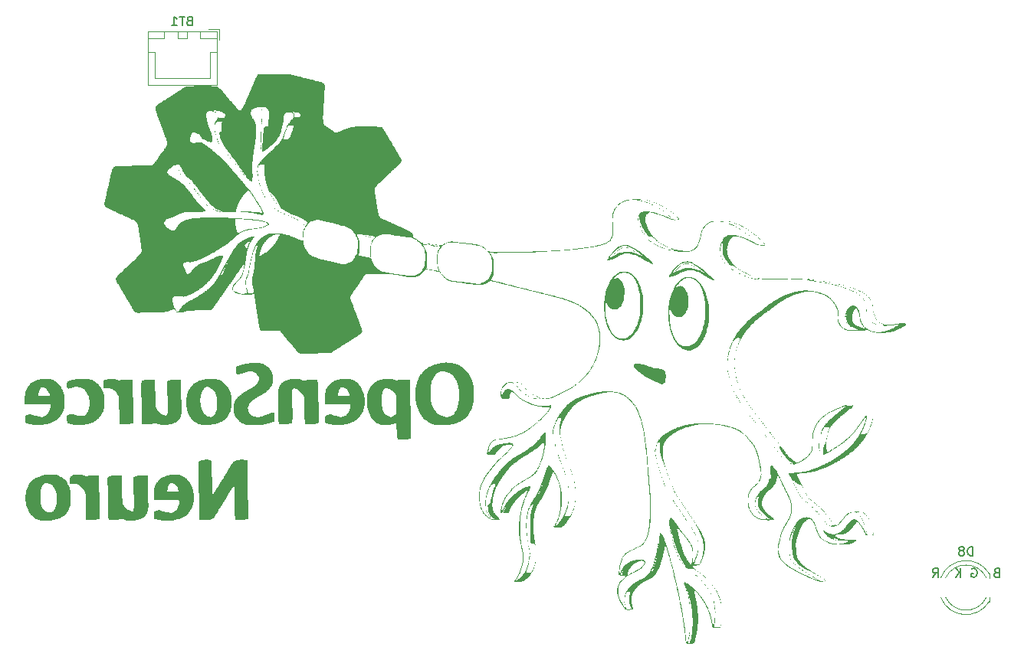
<source format=gbr>
%TF.GenerationSoftware,KiCad,Pcbnew,9.0.3*%
%TF.CreationDate,2025-08-10T03:43:02+02:00*%
%TF.ProjectId,Spikeling_v3.0,5370696b-656c-4696-9e67-5f76332e302e,rev?*%
%TF.SameCoordinates,Original*%
%TF.FileFunction,Legend,Bot*%
%TF.FilePolarity,Positive*%
%FSLAX46Y46*%
G04 Gerber Fmt 4.6, Leading zero omitted, Abs format (unit mm)*
G04 Created by KiCad (PCBNEW 9.0.3) date 2025-08-10 03:43:02*
%MOMM*%
%LPD*%
G01*
G04 APERTURE LIST*
%ADD10C,0.150000*%
%ADD11C,0.120000*%
%ADD12C,0.000000*%
G04 APERTURE END LIST*
D10*
X217354887Y-113671009D02*
X217212030Y-113718628D01*
X217212030Y-113718628D02*
X217164411Y-113766247D01*
X217164411Y-113766247D02*
X217116792Y-113861485D01*
X217116792Y-113861485D02*
X217116792Y-114004342D01*
X217116792Y-114004342D02*
X217164411Y-114099580D01*
X217164411Y-114099580D02*
X217212030Y-114147200D01*
X217212030Y-114147200D02*
X217307268Y-114194819D01*
X217307268Y-114194819D02*
X217688220Y-114194819D01*
X217688220Y-114194819D02*
X217688220Y-113194819D01*
X217688220Y-113194819D02*
X217354887Y-113194819D01*
X217354887Y-113194819D02*
X217259649Y-113242438D01*
X217259649Y-113242438D02*
X217212030Y-113290057D01*
X217212030Y-113290057D02*
X217164411Y-113385295D01*
X217164411Y-113385295D02*
X217164411Y-113480533D01*
X217164411Y-113480533D02*
X217212030Y-113575771D01*
X217212030Y-113575771D02*
X217259649Y-113623390D01*
X217259649Y-113623390D02*
X217354887Y-113671009D01*
X217354887Y-113671009D02*
X217688220Y-113671009D01*
X214640601Y-113242438D02*
X214735839Y-113194819D01*
X214735839Y-113194819D02*
X214878696Y-113194819D01*
X214878696Y-113194819D02*
X215021553Y-113242438D01*
X215021553Y-113242438D02*
X215116791Y-113337676D01*
X215116791Y-113337676D02*
X215164410Y-113432914D01*
X215164410Y-113432914D02*
X215212029Y-113623390D01*
X215212029Y-113623390D02*
X215212029Y-113766247D01*
X215212029Y-113766247D02*
X215164410Y-113956723D01*
X215164410Y-113956723D02*
X215116791Y-114051961D01*
X215116791Y-114051961D02*
X215021553Y-114147200D01*
X215021553Y-114147200D02*
X214878696Y-114194819D01*
X214878696Y-114194819D02*
X214783458Y-114194819D01*
X214783458Y-114194819D02*
X214640601Y-114147200D01*
X214640601Y-114147200D02*
X214592982Y-114099580D01*
X214592982Y-114099580D02*
X214592982Y-113766247D01*
X214592982Y-113766247D02*
X214783458Y-113766247D01*
X213402505Y-114194819D02*
X213402505Y-113194819D01*
X212831077Y-114194819D02*
X213259648Y-113623390D01*
X212831077Y-113194819D02*
X213402505Y-113766247D01*
X210307267Y-114194819D02*
X210640600Y-113718628D01*
X210878695Y-114194819D02*
X210878695Y-113194819D01*
X210878695Y-113194819D02*
X210497743Y-113194819D01*
X210497743Y-113194819D02*
X210402505Y-113242438D01*
X210402505Y-113242438D02*
X210354886Y-113290057D01*
X210354886Y-113290057D02*
X210307267Y-113385295D01*
X210307267Y-113385295D02*
X210307267Y-113528152D01*
X210307267Y-113528152D02*
X210354886Y-113623390D01*
X210354886Y-113623390D02*
X210402505Y-113671009D01*
X210402505Y-113671009D02*
X210497743Y-113718628D01*
X210497743Y-113718628D02*
X210878695Y-113718628D01*
X128210714Y-52681009D02*
X128067857Y-52728628D01*
X128067857Y-52728628D02*
X128020238Y-52776247D01*
X128020238Y-52776247D02*
X127972619Y-52871485D01*
X127972619Y-52871485D02*
X127972619Y-53014342D01*
X127972619Y-53014342D02*
X128020238Y-53109580D01*
X128020238Y-53109580D02*
X128067857Y-53157200D01*
X128067857Y-53157200D02*
X128163095Y-53204819D01*
X128163095Y-53204819D02*
X128544047Y-53204819D01*
X128544047Y-53204819D02*
X128544047Y-52204819D01*
X128544047Y-52204819D02*
X128210714Y-52204819D01*
X128210714Y-52204819D02*
X128115476Y-52252438D01*
X128115476Y-52252438D02*
X128067857Y-52300057D01*
X128067857Y-52300057D02*
X128020238Y-52395295D01*
X128020238Y-52395295D02*
X128020238Y-52490533D01*
X128020238Y-52490533D02*
X128067857Y-52585771D01*
X128067857Y-52585771D02*
X128115476Y-52633390D01*
X128115476Y-52633390D02*
X128210714Y-52681009D01*
X128210714Y-52681009D02*
X128544047Y-52681009D01*
X127686904Y-52204819D02*
X127115476Y-52204819D01*
X127401190Y-53204819D02*
X127401190Y-52204819D01*
X126258333Y-53204819D02*
X126829761Y-53204819D01*
X126544047Y-53204819D02*
X126544047Y-52204819D01*
X126544047Y-52204819D02*
X126639285Y-52347676D01*
X126639285Y-52347676D02*
X126734523Y-52442914D01*
X126734523Y-52442914D02*
X126829761Y-52490533D01*
X214733594Y-111844819D02*
X214733594Y-110844819D01*
X214733594Y-110844819D02*
X214495499Y-110844819D01*
X214495499Y-110844819D02*
X214352642Y-110892438D01*
X214352642Y-110892438D02*
X214257404Y-110987676D01*
X214257404Y-110987676D02*
X214209785Y-111082914D01*
X214209785Y-111082914D02*
X214162166Y-111273390D01*
X214162166Y-111273390D02*
X214162166Y-111416247D01*
X214162166Y-111416247D02*
X214209785Y-111606723D01*
X214209785Y-111606723D02*
X214257404Y-111701961D01*
X214257404Y-111701961D02*
X214352642Y-111797200D01*
X214352642Y-111797200D02*
X214495499Y-111844819D01*
X214495499Y-111844819D02*
X214733594Y-111844819D01*
X213590737Y-111273390D02*
X213685975Y-111225771D01*
X213685975Y-111225771D02*
X213733594Y-111178152D01*
X213733594Y-111178152D02*
X213781213Y-111082914D01*
X213781213Y-111082914D02*
X213781213Y-111035295D01*
X213781213Y-111035295D02*
X213733594Y-110940057D01*
X213733594Y-110940057D02*
X213685975Y-110892438D01*
X213685975Y-110892438D02*
X213590737Y-110844819D01*
X213590737Y-110844819D02*
X213400261Y-110844819D01*
X213400261Y-110844819D02*
X213305023Y-110892438D01*
X213305023Y-110892438D02*
X213257404Y-110940057D01*
X213257404Y-110940057D02*
X213209785Y-111035295D01*
X213209785Y-111035295D02*
X213209785Y-111082914D01*
X213209785Y-111082914D02*
X213257404Y-111178152D01*
X213257404Y-111178152D02*
X213305023Y-111225771D01*
X213305023Y-111225771D02*
X213400261Y-111273390D01*
X213400261Y-111273390D02*
X213590737Y-111273390D01*
X213590737Y-111273390D02*
X213685975Y-111321009D01*
X213685975Y-111321009D02*
X213733594Y-111368628D01*
X213733594Y-111368628D02*
X213781213Y-111463866D01*
X213781213Y-111463866D02*
X213781213Y-111654342D01*
X213781213Y-111654342D02*
X213733594Y-111749580D01*
X213733594Y-111749580D02*
X213685975Y-111797200D01*
X213685975Y-111797200D02*
X213590737Y-111844819D01*
X213590737Y-111844819D02*
X213400261Y-111844819D01*
X213400261Y-111844819D02*
X213305023Y-111797200D01*
X213305023Y-111797200D02*
X213257404Y-111749580D01*
X213257404Y-111749580D02*
X213209785Y-111654342D01*
X213209785Y-111654342D02*
X213209785Y-111463866D01*
X213209785Y-111463866D02*
X213257404Y-111368628D01*
X213257404Y-111368628D02*
X213305023Y-111321009D01*
X213305023Y-111321009D02*
X213400261Y-111273390D01*
D11*
%TO.C,BT1*%
X123615000Y-53840000D02*
X131235000Y-53840000D01*
X123615000Y-59810000D02*
X123615000Y-53840000D01*
X123625000Y-53850000D02*
X125425000Y-53850000D01*
X123625000Y-54600000D02*
X123625000Y-53850000D01*
X123625000Y-56100000D02*
X124375000Y-56100000D01*
X124375000Y-56100000D02*
X124375000Y-59050000D01*
X124375000Y-59050000D02*
X127425000Y-59050000D01*
X125425000Y-53850000D02*
X125425000Y-54600000D01*
X125425000Y-54600000D02*
X123625000Y-54600000D01*
X126925000Y-53850000D02*
X127925000Y-53850000D01*
X126925000Y-54600000D02*
X126925000Y-53850000D01*
X127925000Y-53850000D02*
X127925000Y-54600000D01*
X127925000Y-54600000D02*
X126925000Y-54600000D01*
X129425000Y-53850000D02*
X131225000Y-53850000D01*
X129425000Y-54600000D02*
X129425000Y-53850000D01*
X130275000Y-53550000D02*
X131525000Y-53550000D01*
X130475000Y-56100000D02*
X130475000Y-59050000D01*
X130475000Y-59050000D02*
X127425000Y-59050000D01*
X131225000Y-53850000D02*
X131225000Y-54600000D01*
X131225000Y-54600000D02*
X129425000Y-54600000D01*
X131225000Y-56100000D02*
X130475000Y-56100000D01*
X131235000Y-53840000D02*
X131235000Y-59810000D01*
X131235000Y-59810000D02*
X123615000Y-59810000D01*
X131525000Y-53550000D02*
X131525000Y-54800000D01*
D12*
%TO.C,G\u002A\u002A\u002A*%
G36*
X132141935Y-67113930D02*
G01*
X132123313Y-67132552D01*
X132104692Y-67113930D01*
X132123313Y-67095308D01*
X132141935Y-67113930D01*
G37*
G36*
X132924046Y-68007771D02*
G01*
X132905425Y-68026393D01*
X132886803Y-68007771D01*
X132905425Y-67989150D01*
X132924046Y-68007771D01*
G37*
G36*
X133817888Y-69125074D02*
G01*
X133799266Y-69143695D01*
X133780645Y-69125074D01*
X133799266Y-69106452D01*
X133817888Y-69125074D01*
G37*
G36*
X136164222Y-67002200D02*
G01*
X136145601Y-67020821D01*
X136126979Y-67002200D01*
X136145601Y-66983578D01*
X136164222Y-67002200D01*
G37*
G36*
X136722873Y-72365249D02*
G01*
X136704252Y-72383871D01*
X136685630Y-72365249D01*
X136704252Y-72346628D01*
X136722873Y-72365249D01*
G37*
G36*
X136946334Y-72700440D02*
G01*
X136927712Y-72719062D01*
X136909090Y-72700440D01*
X136927712Y-72681818D01*
X136946334Y-72700440D01*
G37*
G36*
X137169794Y-71806598D02*
G01*
X137151173Y-71825220D01*
X137132551Y-71806598D01*
X137151173Y-71787977D01*
X137169794Y-71806598D01*
G37*
G36*
X166443108Y-94152639D02*
G01*
X166424486Y-94171261D01*
X166405865Y-94152639D01*
X166424486Y-94134018D01*
X166443108Y-94152639D01*
G37*
G36*
X169795014Y-100856452D02*
G01*
X169776392Y-100875074D01*
X169757771Y-100856452D01*
X169776392Y-100837830D01*
X169795014Y-100856452D01*
G37*
G36*
X169906744Y-101191642D02*
G01*
X169888123Y-101210264D01*
X169869501Y-101191642D01*
X169888123Y-101173021D01*
X169906744Y-101191642D01*
G37*
G36*
X170353665Y-102308944D02*
G01*
X170335044Y-102327566D01*
X170316422Y-102308944D01*
X170335044Y-102290323D01*
X170353665Y-102308944D01*
G37*
G36*
X176982991Y-77914516D02*
G01*
X176964369Y-77933138D01*
X176945747Y-77914516D01*
X176964369Y-77895895D01*
X176982991Y-77914516D01*
G37*
G36*
X177057478Y-77951760D02*
G01*
X177038856Y-77970381D01*
X177020234Y-77951760D01*
X177038856Y-77933138D01*
X177057478Y-77951760D01*
G37*
G36*
X177280938Y-78100733D02*
G01*
X177262316Y-78119355D01*
X177243695Y-78100733D01*
X177262316Y-78082112D01*
X177280938Y-78100733D01*
G37*
G36*
X178621700Y-76499267D02*
G01*
X178603079Y-76517889D01*
X178584457Y-76499267D01*
X178603079Y-76480645D01*
X178621700Y-76499267D01*
G37*
G36*
X179403812Y-72700440D02*
G01*
X179385190Y-72719062D01*
X179366568Y-72700440D01*
X179385190Y-72681818D01*
X179403812Y-72700440D01*
G37*
G36*
X180297653Y-102867596D02*
G01*
X180279032Y-102886217D01*
X180260410Y-102867596D01*
X180279032Y-102848974D01*
X180297653Y-102867596D01*
G37*
G36*
X180856305Y-104320088D02*
G01*
X180837683Y-104338710D01*
X180819061Y-104320088D01*
X180837683Y-104301466D01*
X180856305Y-104320088D01*
G37*
G36*
X180968035Y-77951760D02*
G01*
X180949413Y-77970381D01*
X180930791Y-77951760D01*
X180949413Y-77933138D01*
X180968035Y-77951760D01*
G37*
G36*
X181079765Y-77951760D02*
G01*
X181061143Y-77970381D01*
X181042522Y-77951760D01*
X181061143Y-77933138D01*
X181079765Y-77951760D01*
G37*
G36*
X181191495Y-103202786D02*
G01*
X181172873Y-103221408D01*
X181154252Y-103202786D01*
X181172873Y-103184164D01*
X181191495Y-103202786D01*
G37*
G36*
X181414956Y-105325660D02*
G01*
X181396334Y-105344282D01*
X181377712Y-105325660D01*
X181396334Y-105307038D01*
X181414956Y-105325660D01*
G37*
G36*
X181638416Y-78063490D02*
G01*
X181619794Y-78082112D01*
X181601173Y-78063490D01*
X181619794Y-78044868D01*
X181638416Y-78063490D01*
G37*
G36*
X181638416Y-104320088D02*
G01*
X181619794Y-104338710D01*
X181601173Y-104320088D01*
X181619794Y-104301466D01*
X181638416Y-104320088D01*
G37*
G36*
X181973607Y-104990469D02*
G01*
X181954985Y-105009091D01*
X181936363Y-104990469D01*
X181954985Y-104971848D01*
X181973607Y-104990469D01*
G37*
G36*
X183202639Y-115828299D02*
G01*
X183184017Y-115846921D01*
X183165395Y-115828299D01*
X183184017Y-115809678D01*
X183202639Y-115828299D01*
G37*
G36*
X183426099Y-108342376D02*
G01*
X183407478Y-108360997D01*
X183388856Y-108342376D01*
X183407478Y-108323754D01*
X183426099Y-108342376D01*
G37*
G36*
X183798533Y-79739443D02*
G01*
X183779912Y-79758065D01*
X183761290Y-79739443D01*
X183779912Y-79720821D01*
X183798533Y-79739443D01*
G37*
G36*
X183873020Y-79776686D02*
G01*
X183854398Y-79795308D01*
X183835777Y-79776686D01*
X183854398Y-79758065D01*
X183873020Y-79776686D01*
G37*
G36*
X184096480Y-79925660D02*
G01*
X184077859Y-79944282D01*
X184059237Y-79925660D01*
X184077859Y-79907038D01*
X184096480Y-79925660D01*
G37*
G36*
X186107624Y-116610411D02*
G01*
X186089002Y-116629032D01*
X186070381Y-116610411D01*
X186089002Y-116591789D01*
X186107624Y-116610411D01*
G37*
G36*
X186107624Y-116722141D02*
G01*
X186089002Y-116740763D01*
X186070381Y-116722141D01*
X186089002Y-116703519D01*
X186107624Y-116722141D01*
G37*
G36*
X186331085Y-117839443D02*
G01*
X186312463Y-117858065D01*
X186293841Y-117839443D01*
X186312463Y-117820821D01*
X186331085Y-117839443D01*
G37*
G36*
X186331085Y-118062903D02*
G01*
X186312463Y-118081525D01*
X186293841Y-118062903D01*
X186312463Y-118044282D01*
X186331085Y-118062903D01*
G37*
G36*
X188230498Y-93258798D02*
G01*
X188211876Y-93277420D01*
X188193255Y-93258798D01*
X188211876Y-93240176D01*
X188230498Y-93258798D01*
G37*
G36*
X188789149Y-75158505D02*
G01*
X188770527Y-75177126D01*
X188751906Y-75158505D01*
X188770527Y-75139883D01*
X188789149Y-75158505D01*
G37*
G36*
X188789149Y-80521554D02*
G01*
X188770527Y-80540176D01*
X188751906Y-80521554D01*
X188770527Y-80502933D01*
X188789149Y-80521554D01*
G37*
G36*
X189012610Y-93258798D02*
G01*
X188993988Y-93277420D01*
X188975366Y-93258798D01*
X188993988Y-93240176D01*
X189012610Y-93258798D01*
G37*
G36*
X189347800Y-95269942D02*
G01*
X189329178Y-95288563D01*
X189310557Y-95269942D01*
X189329178Y-95251320D01*
X189347800Y-95269942D01*
G37*
G36*
X189571261Y-95605132D02*
G01*
X189552639Y-95623754D01*
X189534017Y-95605132D01*
X189552639Y-95586510D01*
X189571261Y-95605132D01*
G37*
G36*
X191023753Y-77281378D02*
G01*
X191005131Y-77300000D01*
X190986510Y-77281378D01*
X191005131Y-77262757D01*
X191023753Y-77281378D01*
G37*
G36*
X191582404Y-98174927D02*
G01*
X191563783Y-98193549D01*
X191545161Y-98174927D01*
X191563783Y-98156305D01*
X191582404Y-98174927D01*
G37*
G36*
X193481818Y-100632991D02*
G01*
X193463196Y-100651613D01*
X193444574Y-100632991D01*
X193463196Y-100614370D01*
X193481818Y-100632991D01*
G37*
G36*
X194152199Y-101303373D02*
G01*
X194133577Y-101321994D01*
X194114956Y-101303373D01*
X194133577Y-101284751D01*
X194152199Y-101303373D01*
G37*
G36*
X194487390Y-111135631D02*
G01*
X194468768Y-111154252D01*
X194450146Y-111135631D01*
X194468768Y-111117009D01*
X194487390Y-111135631D01*
G37*
G36*
X194599120Y-112029472D02*
G01*
X194580498Y-112048094D01*
X194561876Y-112029472D01*
X194580498Y-112010851D01*
X194599120Y-112029472D01*
G37*
G36*
X195157771Y-112811584D02*
G01*
X195139149Y-112830205D01*
X195120527Y-112811584D01*
X195139149Y-112792962D01*
X195157771Y-112811584D01*
G37*
G36*
X196051612Y-104431818D02*
G01*
X196032991Y-104450440D01*
X196014369Y-104431818D01*
X196032991Y-104413197D01*
X196051612Y-104431818D01*
G37*
G36*
X196498533Y-105213930D02*
G01*
X196479912Y-105232552D01*
X196461290Y-105213930D01*
X196479912Y-105195308D01*
X196498533Y-105213930D01*
G37*
G36*
X196945454Y-114040616D02*
G01*
X196926832Y-114059238D01*
X196908211Y-114040616D01*
X196926832Y-114021994D01*
X196945454Y-114040616D01*
G37*
G36*
X197839296Y-100186071D02*
G01*
X197820674Y-100204692D01*
X197802052Y-100186071D01*
X197820674Y-100167449D01*
X197839296Y-100186071D01*
G37*
G36*
X197839296Y-100297801D02*
G01*
X197820674Y-100316422D01*
X197802052Y-100297801D01*
X197820674Y-100279179D01*
X197839296Y-100297801D01*
G37*
G36*
X198844868Y-108454106D02*
G01*
X198826246Y-108472727D01*
X198807624Y-108454106D01*
X198826246Y-108435484D01*
X198844868Y-108454106D01*
G37*
G36*
X203537536Y-108342376D02*
G01*
X203518914Y-108360997D01*
X203500293Y-108342376D01*
X203518914Y-108323754D01*
X203537536Y-108342376D01*
G37*
G36*
X203649266Y-108677566D02*
G01*
X203630645Y-108696188D01*
X203612023Y-108677566D01*
X203630645Y-108658944D01*
X203649266Y-108677566D01*
G37*
G36*
X203984457Y-85437683D02*
G01*
X203965835Y-85456305D01*
X203947214Y-85437683D01*
X203965835Y-85419062D01*
X203984457Y-85437683D01*
G37*
G36*
X126887675Y-68749536D02*
G01*
X126885042Y-68787310D01*
X126868114Y-68798418D01*
X126860734Y-68785242D01*
X126865174Y-68727035D01*
X126878580Y-68709796D01*
X126887675Y-68749536D01*
G37*
G36*
X127225806Y-69516129D02*
G01*
X127223118Y-69535846D01*
X127200977Y-69540958D01*
X127196520Y-69535499D01*
X127200977Y-69491300D01*
X127212179Y-69485474D01*
X127225806Y-69516129D01*
G37*
G36*
X127511339Y-69900978D02*
G01*
X127517165Y-69912180D01*
X127486510Y-69925807D01*
X127466793Y-69923119D01*
X127461681Y-69900978D01*
X127467140Y-69896520D01*
X127511339Y-69900978D01*
G37*
G36*
X129410752Y-65469013D02*
G01*
X129416579Y-65480215D01*
X129385923Y-65493842D01*
X129366207Y-65491154D01*
X129361094Y-65469013D01*
X129366553Y-65464556D01*
X129410752Y-65469013D01*
G37*
G36*
X129572140Y-72309384D02*
G01*
X129569453Y-72329101D01*
X129547311Y-72334213D01*
X129542854Y-72328755D01*
X129547311Y-72284555D01*
X129558514Y-72278729D01*
X129572140Y-72309384D01*
G37*
G36*
X130639784Y-73364614D02*
G01*
X130645611Y-73375816D01*
X130614956Y-73389443D01*
X130595239Y-73386755D01*
X130590127Y-73364614D01*
X130595585Y-73360157D01*
X130639784Y-73364614D01*
G37*
G36*
X131130483Y-65195895D02*
G01*
X131125291Y-65247128D01*
X131111698Y-65242449D01*
X131106779Y-65225591D01*
X131111698Y-65149340D01*
X131124630Y-65143023D01*
X131130483Y-65195895D01*
G37*
G36*
X132253665Y-67281525D02*
G01*
X132250977Y-67301242D01*
X132228836Y-67306354D01*
X132224379Y-67300895D01*
X132228836Y-67256696D01*
X132240038Y-67250870D01*
X132253665Y-67281525D01*
G37*
G36*
X133926678Y-69270943D02*
G01*
X133924045Y-69308718D01*
X133907117Y-69319825D01*
X133899737Y-69306649D01*
X133904177Y-69248442D01*
X133917582Y-69231204D01*
X133926678Y-69270943D01*
G37*
G36*
X134485329Y-82045430D02*
G01*
X134482696Y-82083205D01*
X134465768Y-82094312D01*
X134458388Y-82081136D01*
X134462828Y-82022929D01*
X134476233Y-82005690D01*
X134485329Y-82045430D01*
G37*
G36*
X134817579Y-80130499D02*
G01*
X134812388Y-80181732D01*
X134798794Y-80177053D01*
X134793875Y-80160195D01*
X134798794Y-80083944D01*
X134811727Y-80077627D01*
X134817579Y-80130499D01*
G37*
G36*
X135717302Y-69069208D02*
G01*
X135714614Y-69088925D01*
X135692473Y-69094037D01*
X135688015Y-69088579D01*
X135692473Y-69044379D01*
X135703675Y-69038553D01*
X135717302Y-69069208D01*
G37*
G36*
X136114565Y-71130010D02*
G01*
X136120391Y-71141212D01*
X136089736Y-71154839D01*
X136070019Y-71152151D01*
X136064907Y-71130010D01*
X136070365Y-71125553D01*
X136114565Y-71130010D01*
G37*
G36*
X136164222Y-62402639D02*
G01*
X136161535Y-62422356D01*
X136139393Y-62427468D01*
X136134936Y-62422010D01*
X136139393Y-62377811D01*
X136150596Y-62371984D01*
X136164222Y-62402639D01*
G37*
G36*
X136831663Y-72548363D02*
G01*
X136829030Y-72586137D01*
X136812102Y-72597245D01*
X136804722Y-72584069D01*
X136809162Y-72525862D01*
X136822568Y-72508623D01*
X136831663Y-72548363D01*
G37*
G36*
X137120136Y-71688661D02*
G01*
X137125963Y-71699863D01*
X137095307Y-71713490D01*
X137075591Y-71710802D01*
X137070479Y-71688661D01*
X137075937Y-71684204D01*
X137120136Y-71688661D01*
G37*
G36*
X137231867Y-71912121D02*
G01*
X137237693Y-71923324D01*
X137207038Y-71936950D01*
X137187321Y-71934263D01*
X137182209Y-71912121D01*
X137187667Y-71907664D01*
X137231867Y-71912121D01*
G37*
G36*
X137393255Y-73203226D02*
G01*
X137390567Y-73222943D01*
X137368426Y-73228055D01*
X137363968Y-73222596D01*
X137368426Y-73178397D01*
X137379628Y-73172570D01*
X137393255Y-73203226D01*
G37*
G36*
X137902248Y-73588074D02*
G01*
X137908074Y-73599277D01*
X137877419Y-73612903D01*
X137857702Y-73610216D01*
X137852590Y-73588074D01*
X137858049Y-73583617D01*
X137902248Y-73588074D01*
G37*
G36*
X139041275Y-74146889D02*
G01*
X139047593Y-74159821D01*
X138994721Y-74165674D01*
X138943488Y-74160482D01*
X138948167Y-74146889D01*
X138965025Y-74141970D01*
X139041275Y-74146889D01*
G37*
G36*
X140025122Y-74593646D02*
G01*
X140030948Y-74604848D01*
X140000293Y-74618475D01*
X139980576Y-74615787D01*
X139975464Y-74593646D01*
X139980923Y-74589189D01*
X140025122Y-74593646D01*
G37*
G36*
X140360312Y-74817107D02*
G01*
X140366139Y-74828309D01*
X140335483Y-74841936D01*
X140315767Y-74839248D01*
X140310654Y-74817107D01*
X140316113Y-74812649D01*
X140360312Y-74817107D01*
G37*
G36*
X147716660Y-76492447D02*
G01*
X147733899Y-76505853D01*
X147694159Y-76514948D01*
X147656384Y-76512315D01*
X147645277Y-76495388D01*
X147658453Y-76488007D01*
X147716660Y-76492447D01*
G37*
G36*
X148231085Y-76555132D02*
G01*
X148228397Y-76574849D01*
X148206256Y-76579961D01*
X148201798Y-76574502D01*
X148206256Y-76530303D01*
X148217458Y-76524477D01*
X148231085Y-76555132D01*
G37*
G36*
X148538343Y-76604953D02*
G01*
X148544660Y-76617886D01*
X148491788Y-76623738D01*
X148440555Y-76618547D01*
X148445234Y-76604953D01*
X148462092Y-76600034D01*
X148538343Y-76604953D01*
G37*
G36*
X154996969Y-77386901D02*
G01*
X155002796Y-77398104D01*
X154972140Y-77411730D01*
X154952424Y-77409043D01*
X154947311Y-77386901D01*
X154952770Y-77382444D01*
X154996969Y-77386901D01*
G37*
G36*
X165655116Y-110521115D02*
G01*
X165649925Y-110572347D01*
X165636331Y-110567669D01*
X165631412Y-110550810D01*
X165636331Y-110474560D01*
X165649263Y-110468243D01*
X165655116Y-110521115D01*
G37*
G36*
X168516324Y-98950831D02*
G01*
X168522151Y-98962033D01*
X168491495Y-98975660D01*
X168471779Y-98972972D01*
X168466666Y-98950831D01*
X168472125Y-98946374D01*
X168516324Y-98950831D01*
G37*
G36*
X168516324Y-99062561D02*
G01*
X168522151Y-99073763D01*
X168491495Y-99087390D01*
X168471779Y-99084702D01*
X168466666Y-99062561D01*
X168472125Y-99058104D01*
X168516324Y-99062561D01*
G37*
G36*
X168739784Y-99956403D02*
G01*
X168745611Y-99967605D01*
X168714956Y-99981232D01*
X168695239Y-99978544D01*
X168690127Y-99956403D01*
X168695585Y-99951946D01*
X168739784Y-99956403D01*
G37*
G36*
X168783562Y-100130205D02*
G01*
X168778370Y-100181438D01*
X168764777Y-100176760D01*
X168759858Y-100159901D01*
X168764777Y-100083651D01*
X168777709Y-100077334D01*
X168783562Y-100130205D01*
G37*
G36*
X168898232Y-100480914D02*
G01*
X168895599Y-100518689D01*
X168878671Y-100529796D01*
X168871291Y-100516620D01*
X168875731Y-100458413D01*
X168889137Y-100441174D01*
X168898232Y-100480914D01*
G37*
G36*
X169342213Y-99348094D02*
G01*
X169337021Y-99399327D01*
X169323428Y-99394648D01*
X169318509Y-99377790D01*
X169323428Y-99301540D01*
X169336360Y-99295222D01*
X169342213Y-99348094D01*
G37*
G36*
X169456883Y-99810533D02*
G01*
X169454250Y-99848307D01*
X169437322Y-99859415D01*
X169429942Y-99846239D01*
X169434382Y-99788032D01*
X169447788Y-99770793D01*
X169456883Y-99810533D01*
G37*
G36*
X169456883Y-101933407D02*
G01*
X169454250Y-101971181D01*
X169437322Y-101982289D01*
X169429942Y-101969113D01*
X169434382Y-101910906D01*
X169447788Y-101893667D01*
X169456883Y-101933407D01*
G37*
G36*
X169568614Y-100220210D02*
G01*
X169565980Y-100257985D01*
X169549053Y-100269092D01*
X169541672Y-100255916D01*
X169546112Y-100197709D01*
X169559518Y-100180470D01*
X169568614Y-100220210D01*
G37*
G36*
X169680344Y-100555401D02*
G01*
X169677710Y-100593176D01*
X169660783Y-100604283D01*
X169653403Y-100591107D01*
X169657843Y-100532900D01*
X169671248Y-100515661D01*
X169680344Y-100555401D01*
G37*
G36*
X169792074Y-102938979D02*
G01*
X169789441Y-102976753D01*
X169772513Y-102987861D01*
X169765133Y-102974684D01*
X169769573Y-102916477D01*
X169782978Y-102899239D01*
X169792074Y-102938979D01*
G37*
G36*
X169857087Y-103196579D02*
G01*
X169862913Y-103207781D01*
X169832258Y-103221408D01*
X169812541Y-103218720D01*
X169807429Y-103196579D01*
X169812887Y-103192122D01*
X169857087Y-103196579D01*
G37*
G36*
X169903804Y-103348656D02*
G01*
X169901171Y-103386431D01*
X169884243Y-103397538D01*
X169876863Y-103384362D01*
X169881303Y-103326155D01*
X169894709Y-103308916D01*
X169903804Y-103348656D01*
G37*
G36*
X169968817Y-101297165D02*
G01*
X169974643Y-101308368D01*
X169943988Y-101321994D01*
X169924271Y-101319307D01*
X169919159Y-101297165D01*
X169924618Y-101292708D01*
X169968817Y-101297165D01*
G37*
G36*
X170015534Y-101449243D02*
G01*
X170012901Y-101487017D01*
X169995973Y-101498125D01*
X169988593Y-101484948D01*
X169993033Y-101426741D01*
X170006439Y-101409503D01*
X170015534Y-101449243D01*
G37*
G36*
X170127265Y-101709946D02*
G01*
X170124631Y-101747721D01*
X170107704Y-101758828D01*
X170100323Y-101745652D01*
X170104763Y-101687445D01*
X170118169Y-101670206D01*
X170127265Y-101709946D01*
G37*
G36*
X170192277Y-101855816D02*
G01*
X170198104Y-101867019D01*
X170167448Y-101880645D01*
X170147732Y-101877958D01*
X170142619Y-101855816D01*
X170148078Y-101851359D01*
X170192277Y-101855816D01*
G37*
G36*
X170238995Y-102007894D02*
G01*
X170236361Y-102045668D01*
X170219434Y-102056776D01*
X170212054Y-102043599D01*
X170216494Y-101985392D01*
X170229899Y-101968154D01*
X170238995Y-102007894D01*
G37*
G36*
X170462455Y-102678275D02*
G01*
X170459822Y-102716049D01*
X170442894Y-102727157D01*
X170435514Y-102713981D01*
X170439954Y-102655774D01*
X170453360Y-102638535D01*
X170462455Y-102678275D01*
G37*
G36*
X170574185Y-103050709D02*
G01*
X170571552Y-103088483D01*
X170554624Y-103099591D01*
X170547244Y-103086415D01*
X170551684Y-103028208D01*
X170565090Y-103010969D01*
X170574185Y-103050709D01*
G37*
G36*
X170682975Y-103482112D02*
G01*
X170677784Y-103533345D01*
X170664190Y-103528666D01*
X170659271Y-103511808D01*
X170664190Y-103435557D01*
X170677122Y-103429240D01*
X170682975Y-103482112D01*
G37*
G36*
X170794706Y-103929032D02*
G01*
X170789514Y-103980265D01*
X170775920Y-103975587D01*
X170771001Y-103958728D01*
X170775920Y-103882478D01*
X170788853Y-103876161D01*
X170794706Y-103929032D01*
G37*
G36*
X176384156Y-117352175D02*
G01*
X176381523Y-117389950D01*
X176364595Y-117401057D01*
X176357215Y-117387881D01*
X176361655Y-117329674D01*
X176375060Y-117312435D01*
X176384156Y-117352175D01*
G37*
G36*
X177948379Y-75229888D02*
G01*
X177945746Y-75267662D01*
X177928818Y-75278770D01*
X177921438Y-75265594D01*
X177925878Y-75207387D01*
X177939283Y-75190148D01*
X177948379Y-75229888D01*
G37*
G36*
X178398240Y-72644575D02*
G01*
X178395552Y-72664292D01*
X178373411Y-72669404D01*
X178368954Y-72663945D01*
X178373411Y-72619746D01*
X178384613Y-72613919D01*
X178398240Y-72644575D01*
G37*
G36*
X179038361Y-72581890D02*
G01*
X179055600Y-72595296D01*
X179015860Y-72604391D01*
X178978085Y-72601758D01*
X178966978Y-72584830D01*
X178980154Y-72577450D01*
X179038361Y-72581890D01*
G37*
G36*
X179403812Y-77225513D02*
G01*
X179401124Y-77245230D01*
X179378983Y-77250342D01*
X179374526Y-77244884D01*
X179378983Y-77200684D01*
X179390185Y-77194858D01*
X179403812Y-77225513D01*
G37*
G36*
X179689345Y-73141154D02*
G01*
X179695171Y-73152356D01*
X179664516Y-73165983D01*
X179644799Y-73163295D01*
X179639687Y-73141154D01*
X179645145Y-73136696D01*
X179689345Y-73141154D01*
G37*
G36*
X179736062Y-100480914D02*
G01*
X179733429Y-100518689D01*
X179716501Y-100529796D01*
X179709121Y-100516620D01*
X179713561Y-100458413D01*
X179726967Y-100441174D01*
X179736062Y-100480914D01*
G37*
G36*
X179739002Y-77448974D02*
G01*
X179736315Y-77468690D01*
X179714174Y-77473803D01*
X179709716Y-77468344D01*
X179714174Y-77424145D01*
X179725376Y-77418318D01*
X179739002Y-77448974D01*
G37*
G36*
X180024535Y-73364614D02*
G01*
X180030362Y-73375816D01*
X179999706Y-73389443D01*
X179979990Y-73386755D01*
X179974877Y-73364614D01*
X179980336Y-73360157D01*
X180024535Y-73364614D01*
G37*
G36*
X180071253Y-102045137D02*
G01*
X180068619Y-102082912D01*
X180051692Y-102094019D01*
X180044312Y-102080843D01*
X180048752Y-102022636D01*
X180062157Y-102005397D01*
X180071253Y-102045137D01*
G37*
G36*
X180406443Y-103162439D02*
G01*
X180403810Y-103200214D01*
X180386882Y-103211321D01*
X180379502Y-103198145D01*
X180383942Y-103139938D01*
X180397348Y-103122699D01*
X180406443Y-103162439D01*
G37*
G36*
X180471456Y-103308309D02*
G01*
X180477283Y-103319511D01*
X180446627Y-103333138D01*
X180426911Y-103330450D01*
X180421798Y-103308309D01*
X180427257Y-103303852D01*
X180471456Y-103308309D01*
G37*
G36*
X180677071Y-77833210D02*
G01*
X180694309Y-77846615D01*
X180654569Y-77855711D01*
X180616795Y-77853078D01*
X180605687Y-77836150D01*
X180618864Y-77828770D01*
X180677071Y-77833210D01*
G37*
G36*
X180853364Y-102156867D02*
G01*
X180850731Y-102194642D01*
X180833803Y-102205749D01*
X180826423Y-102192573D01*
X180830863Y-102134366D01*
X180844269Y-102117127D01*
X180853364Y-102156867D01*
G37*
G36*
X180965094Y-102492058D02*
G01*
X180962461Y-102529832D01*
X180945534Y-102540940D01*
X180938153Y-102527764D01*
X180942593Y-102469557D01*
X180955999Y-102452318D01*
X180965094Y-102492058D01*
G37*
G36*
X181076825Y-102901735D02*
G01*
X181074191Y-102939510D01*
X181057264Y-102950617D01*
X181049883Y-102937441D01*
X181054323Y-102879234D01*
X181067729Y-102861995D01*
X181076825Y-102901735D01*
G37*
G36*
X181076825Y-104801149D02*
G01*
X181074191Y-104838923D01*
X181057264Y-104850031D01*
X181049883Y-104836855D01*
X181054323Y-104778648D01*
X181067729Y-104761409D01*
X181076825Y-104801149D01*
G37*
G36*
X181161235Y-77721480D02*
G01*
X181178474Y-77734885D01*
X181138734Y-77743981D01*
X181100959Y-77741347D01*
X181089852Y-77724420D01*
X181103028Y-77717040D01*
X181161235Y-77721480D01*
G37*
G36*
X181300285Y-103497630D02*
G01*
X181297652Y-103535404D01*
X181280724Y-103546512D01*
X181273344Y-103533335D01*
X181277784Y-103475128D01*
X181291189Y-103457890D01*
X181300285Y-103497630D01*
G37*
G36*
X181303225Y-77784164D02*
G01*
X181300538Y-77803881D01*
X181278396Y-77808993D01*
X181273939Y-77803535D01*
X181278396Y-77759335D01*
X181289599Y-77753509D01*
X181303225Y-77784164D01*
G37*
G36*
X181303225Y-105158065D02*
G01*
X181300538Y-105177781D01*
X181278396Y-105182894D01*
X181273939Y-105177435D01*
X181278396Y-105133236D01*
X181289599Y-105127409D01*
X181303225Y-105158065D01*
G37*
G36*
X181365298Y-103643500D02*
G01*
X181371124Y-103654702D01*
X181340469Y-103668329D01*
X181320752Y-103665641D01*
X181315640Y-103643500D01*
X181321098Y-103639042D01*
X181365298Y-103643500D01*
G37*
G36*
X181412015Y-103795577D02*
G01*
X181409382Y-103833351D01*
X181392454Y-103844459D01*
X181385074Y-103831283D01*
X181389514Y-103773076D01*
X181402920Y-103755837D01*
X181412015Y-103795577D01*
G37*
G36*
X181526686Y-104040763D02*
G01*
X181523998Y-104060479D01*
X181501857Y-104065592D01*
X181497400Y-104060133D01*
X181501857Y-104015934D01*
X181513059Y-104010107D01*
X181526686Y-104040763D01*
G37*
G36*
X181526686Y-105493255D02*
G01*
X181523998Y-105512972D01*
X181501857Y-105518084D01*
X181497400Y-105512626D01*
X181501857Y-105468426D01*
X181513059Y-105462600D01*
X181526686Y-105493255D01*
G37*
G36*
X181700488Y-104425611D02*
G01*
X181706315Y-104436813D01*
X181675659Y-104450440D01*
X181655943Y-104447752D01*
X181650830Y-104425611D01*
X181656289Y-104421154D01*
X181700488Y-104425611D01*
G37*
G36*
X181906103Y-74704764D02*
G01*
X181923342Y-74718170D01*
X181883602Y-74727265D01*
X181845827Y-74724632D01*
X181834720Y-74707704D01*
X181847896Y-74700324D01*
X181906103Y-74704764D01*
G37*
G36*
X181970666Y-111281501D02*
G01*
X181968033Y-111319275D01*
X181951105Y-111330383D01*
X181943725Y-111317206D01*
X181948165Y-111258999D01*
X181961571Y-111241761D01*
X181970666Y-111281501D01*
G37*
G36*
X182259139Y-106548485D02*
G01*
X182264966Y-106559687D01*
X182234310Y-106573314D01*
X182214594Y-106570626D01*
X182209481Y-106548485D01*
X182214940Y-106544028D01*
X182259139Y-106548485D01*
G37*
G36*
X182594330Y-107107136D02*
G01*
X182600157Y-107118338D01*
X182569501Y-107131965D01*
X182549784Y-107129277D01*
X182544672Y-107107136D01*
X182550131Y-107102679D01*
X182594330Y-107107136D01*
G37*
G36*
X182594330Y-112470186D02*
G01*
X182600157Y-112481388D01*
X182569501Y-112495015D01*
X182549784Y-112492327D01*
X182544672Y-112470186D01*
X182550131Y-112465729D01*
X182594330Y-112470186D01*
G37*
G36*
X182706060Y-107218866D02*
G01*
X182711887Y-107230068D01*
X182681231Y-107243695D01*
X182661515Y-107241007D01*
X182656402Y-107218866D01*
X182661861Y-107214409D01*
X182706060Y-107218866D01*
G37*
G36*
X182817790Y-112805377D02*
G01*
X182823617Y-112816579D01*
X182792961Y-112830205D01*
X182773245Y-112827518D01*
X182768132Y-112805377D01*
X182773591Y-112800919D01*
X182817790Y-112805377D01*
G37*
G36*
X182867448Y-107504399D02*
G01*
X182864760Y-107524116D01*
X182842619Y-107529228D01*
X182838162Y-107523769D01*
X182842619Y-107479570D01*
X182853821Y-107473743D01*
X182867448Y-107504399D01*
G37*
G36*
X184208211Y-109739003D02*
G01*
X184205523Y-109758720D01*
X184183382Y-109763832D01*
X184178924Y-109758373D01*
X184183382Y-109714174D01*
X184194584Y-109708348D01*
X184208211Y-109739003D01*
G37*
G36*
X185660703Y-115660704D02*
G01*
X185658016Y-115680421D01*
X185635874Y-115685533D01*
X185631417Y-115680074D01*
X185635874Y-115635875D01*
X185647077Y-115630048D01*
X185660703Y-115660704D01*
G37*
G36*
X186281427Y-117386315D02*
G01*
X186287253Y-117397517D01*
X186256598Y-117411144D01*
X186236881Y-117408456D01*
X186231769Y-117386315D01*
X186237228Y-117381858D01*
X186281427Y-117386315D01*
G37*
G36*
X186889736Y-78454546D02*
G01*
X186887048Y-78474262D01*
X186864907Y-78479375D01*
X186860449Y-78473916D01*
X186864907Y-78429717D01*
X186876109Y-78423890D01*
X186889736Y-78454546D01*
G37*
G36*
X187224926Y-79236657D02*
G01*
X187222238Y-79256374D01*
X187200097Y-79261486D01*
X187195640Y-79256027D01*
X187200097Y-79211828D01*
X187211299Y-79206002D01*
X187224926Y-79236657D01*
G37*
G36*
X187398729Y-74928837D02*
G01*
X187404555Y-74940039D01*
X187373900Y-74953666D01*
X187354183Y-74950978D01*
X187349071Y-74928837D01*
X187354530Y-74924380D01*
X187398729Y-74928837D01*
G37*
G36*
X187777697Y-91750440D02*
G01*
X187772505Y-91801673D01*
X187758912Y-91796994D01*
X187753993Y-91780136D01*
X187758912Y-91703886D01*
X187771844Y-91697568D01*
X187777697Y-91750440D01*
G37*
G36*
X187892367Y-92212879D02*
G01*
X187889734Y-92250654D01*
X187872806Y-92261761D01*
X187865426Y-92248585D01*
X187869866Y-92190378D01*
X187883272Y-92173139D01*
X187892367Y-92212879D01*
G37*
G36*
X187957380Y-92470479D02*
G01*
X187963206Y-92481681D01*
X187932551Y-92495308D01*
X187912834Y-92492620D01*
X187907722Y-92470479D01*
X187913181Y-92466022D01*
X187957380Y-92470479D01*
G37*
G36*
X188007038Y-92644282D02*
G01*
X188004350Y-92663998D01*
X187982209Y-92669111D01*
X187977751Y-92663652D01*
X187982209Y-92619453D01*
X187993411Y-92613626D01*
X188007038Y-92644282D01*
G37*
G36*
X188292570Y-93364321D02*
G01*
X188298397Y-93375523D01*
X188267741Y-93389150D01*
X188248025Y-93386462D01*
X188242913Y-93364321D01*
X188248371Y-93359864D01*
X188292570Y-93364321D01*
G37*
G36*
X188339288Y-93516398D02*
G01*
X188336655Y-93554173D01*
X188319727Y-93565280D01*
X188312347Y-93552104D01*
X188316787Y-93493897D01*
X188330192Y-93476658D01*
X188339288Y-93516398D01*
G37*
G36*
X188498185Y-75039955D02*
G01*
X188515424Y-75053360D01*
X188475684Y-75062456D01*
X188437909Y-75059822D01*
X188426802Y-75042895D01*
X188439978Y-75035515D01*
X188498185Y-75039955D01*
G37*
G36*
X188565689Y-93985044D02*
G01*
X188563001Y-94004761D01*
X188540860Y-94009873D01*
X188536402Y-94004414D01*
X188540860Y-93960215D01*
X188552062Y-93954389D01*
X188565689Y-93985044D01*
G37*
G36*
X188559808Y-91862170D02*
G01*
X188554617Y-91913403D01*
X188541023Y-91908725D01*
X188536104Y-91891866D01*
X188541023Y-91815616D01*
X188553955Y-91809298D01*
X188559808Y-91862170D01*
G37*
G36*
X188627761Y-80403617D02*
G01*
X188633588Y-80414819D01*
X188602932Y-80428446D01*
X188583216Y-80425758D01*
X188578103Y-80403617D01*
X188583562Y-80399160D01*
X188627761Y-80403617D01*
G37*
G36*
X188674479Y-92324609D02*
G01*
X188671845Y-92362384D01*
X188654918Y-92373491D01*
X188647537Y-92360315D01*
X188651977Y-92302108D01*
X188665383Y-92284869D01*
X188674479Y-92324609D01*
G37*
G36*
X188786209Y-92659800D02*
G01*
X188783575Y-92697574D01*
X188766648Y-92708682D01*
X188759268Y-92695506D01*
X188763708Y-92637299D01*
X188777113Y-92620060D01*
X188786209Y-92659800D01*
G37*
G36*
X188900879Y-92979472D02*
G01*
X188898192Y-92999189D01*
X188876050Y-93004301D01*
X188871593Y-92998843D01*
X188876050Y-92954643D01*
X188887253Y-92948817D01*
X188900879Y-92979472D01*
G37*
G36*
X188900879Y-94543695D02*
G01*
X188898192Y-94563412D01*
X188876050Y-94568524D01*
X188871593Y-94563065D01*
X188876050Y-94518866D01*
X188887253Y-94513040D01*
X188900879Y-94543695D01*
G37*
G36*
X188962952Y-93140860D02*
G01*
X188968778Y-93152063D01*
X188938123Y-93165689D01*
X188918406Y-93163002D01*
X188913294Y-93140860D01*
X188918752Y-93136403D01*
X188962952Y-93140860D01*
G37*
G36*
X189124340Y-93538123D02*
G01*
X189121652Y-93557840D01*
X189099511Y-93562952D01*
X189095053Y-93557494D01*
X189099511Y-93513294D01*
X189110713Y-93507468D01*
X189124340Y-93538123D01*
G37*
G36*
X189186412Y-80291887D02*
G01*
X189192239Y-80303089D01*
X189161583Y-80316716D01*
X189141867Y-80314028D01*
X189136754Y-80291887D01*
X189142213Y-80287429D01*
X189186412Y-80291887D01*
G37*
G36*
X189186412Y-95040274D02*
G01*
X189192239Y-95051476D01*
X189161583Y-95065103D01*
X189141867Y-95062415D01*
X189136754Y-95040274D01*
X189142213Y-95035817D01*
X189186412Y-95040274D01*
G37*
G36*
X189236070Y-93761584D02*
G01*
X189233382Y-93781300D01*
X189211241Y-93786413D01*
X189206784Y-93780954D01*
X189211241Y-93736755D01*
X189222443Y-93730928D01*
X189236070Y-93761584D01*
G37*
G36*
X189298142Y-95152004D02*
G01*
X189303969Y-95163206D01*
X189273313Y-95176833D01*
X189253597Y-95174145D01*
X189248484Y-95152004D01*
X189253943Y-95147547D01*
X189298142Y-95152004D01*
G37*
G36*
X189347800Y-93985044D02*
G01*
X189345112Y-94004761D01*
X189322971Y-94009873D01*
X189318514Y-94004414D01*
X189322971Y-93960215D01*
X189334173Y-93954389D01*
X189347800Y-93985044D01*
G37*
G36*
X189633333Y-94481623D02*
G01*
X189639159Y-94492825D01*
X189608504Y-94506452D01*
X189588787Y-94503764D01*
X189583675Y-94481623D01*
X189589134Y-94477166D01*
X189633333Y-94481623D01*
G37*
G36*
X189794721Y-94767156D02*
G01*
X189792033Y-94786872D01*
X189769892Y-94791985D01*
X189765435Y-94786526D01*
X189769892Y-94742327D01*
X189781094Y-94736500D01*
X189794721Y-94767156D01*
G37*
G36*
X189856793Y-75710948D02*
G01*
X189862620Y-75722151D01*
X189831964Y-75735777D01*
X189812248Y-75733090D01*
X189807135Y-75710948D01*
X189812594Y-75706491D01*
X189856793Y-75710948D01*
G37*
G36*
X189906451Y-76331672D02*
G01*
X189903763Y-76351388D01*
X189881622Y-76356501D01*
X189877165Y-76351042D01*
X189881622Y-76306843D01*
X189892824Y-76301016D01*
X189906451Y-76331672D01*
G37*
G36*
X189906451Y-95996188D02*
G01*
X189903763Y-96015904D01*
X189881622Y-96021017D01*
X189877165Y-96015558D01*
X189881622Y-95971359D01*
X189892824Y-95965532D01*
X189906451Y-95996188D01*
G37*
G36*
X190323112Y-80849925D02*
G01*
X190340350Y-80863331D01*
X190300610Y-80872426D01*
X190262836Y-80869793D01*
X190251729Y-80852866D01*
X190264905Y-80845485D01*
X190323112Y-80849925D01*
G37*
G36*
X190465102Y-80912610D02*
G01*
X190462414Y-80932327D01*
X190440273Y-80937439D01*
X190435816Y-80931980D01*
X190440273Y-80887781D01*
X190451475Y-80881955D01*
X190465102Y-80912610D01*
G37*
G36*
X190621059Y-80961655D02*
G01*
X190638298Y-80975061D01*
X190598558Y-80984157D01*
X190560783Y-80981523D01*
X190549676Y-80964596D01*
X190562852Y-80957216D01*
X190621059Y-80961655D01*
G37*
G36*
X190576832Y-96890030D02*
G01*
X190574145Y-96909746D01*
X190552003Y-96914858D01*
X190547546Y-96909400D01*
X190552003Y-96865201D01*
X190563206Y-96859374D01*
X190576832Y-96890030D01*
G37*
G36*
X190800293Y-106498827D02*
G01*
X190797605Y-106518544D01*
X190775464Y-106523656D01*
X190771007Y-106518197D01*
X190775464Y-106473998D01*
X190786666Y-106468172D01*
X190800293Y-106498827D01*
G37*
G36*
X190956250Y-81073386D02*
G01*
X190973488Y-81086791D01*
X190933748Y-81095887D01*
X190895974Y-81093254D01*
X190884866Y-81076326D01*
X190898043Y-81068946D01*
X190956250Y-81073386D01*
G37*
G36*
X191023753Y-97448681D02*
G01*
X191021065Y-97468397D01*
X190998924Y-97473509D01*
X190994467Y-97468051D01*
X190998924Y-97423852D01*
X191010126Y-97418025D01*
X191023753Y-97448681D01*
G37*
G36*
X191358944Y-97895601D02*
G01*
X191356256Y-97915318D01*
X191334115Y-97920430D01*
X191329658Y-97914972D01*
X191334115Y-97870772D01*
X191345317Y-97864946D01*
X191358944Y-97895601D01*
G37*
G36*
X191694134Y-107504399D02*
G01*
X191691447Y-107524116D01*
X191669305Y-107529228D01*
X191664848Y-107523769D01*
X191669305Y-107479570D01*
X191680508Y-107473743D01*
X191694134Y-107504399D01*
G37*
G36*
X191756207Y-98392180D02*
G01*
X191762033Y-98403382D01*
X191731378Y-98417009D01*
X191711661Y-98414321D01*
X191706549Y-98392180D01*
X191712008Y-98387723D01*
X191756207Y-98392180D01*
G37*
G36*
X191867937Y-98503910D02*
G01*
X191873764Y-98515112D01*
X191843108Y-98528739D01*
X191823391Y-98526051D01*
X191818279Y-98503910D01*
X191823738Y-98499453D01*
X191867937Y-98503910D01*
G37*
G36*
X192141055Y-98901173D02*
G01*
X192138367Y-98920890D01*
X192116226Y-98926002D01*
X192111769Y-98920543D01*
X192116226Y-98876344D01*
X192127428Y-98870518D01*
X192141055Y-98901173D01*
G37*
G36*
X192873509Y-99844673D02*
G01*
X192879335Y-99855875D01*
X192848680Y-99869502D01*
X192828963Y-99866814D01*
X192823851Y-99844673D01*
X192829310Y-99840215D01*
X192873509Y-99844673D01*
G37*
G36*
X193367147Y-100480914D02*
G01*
X193364514Y-100518689D01*
X193347586Y-100529796D01*
X193340206Y-100516620D01*
X193344646Y-100458413D01*
X193358052Y-100441174D01*
X193367147Y-100480914D01*
G37*
G36*
X194326001Y-101408896D02*
G01*
X194331828Y-101420098D01*
X194301173Y-101433725D01*
X194281456Y-101431037D01*
X194276344Y-101408896D01*
X194281802Y-101404438D01*
X194326001Y-101408896D01*
G37*
G36*
X194457129Y-101520013D02*
G01*
X194474368Y-101533419D01*
X194434628Y-101542514D01*
X194396854Y-101539881D01*
X194385746Y-101522954D01*
X194398922Y-101515573D01*
X194457129Y-101520013D01*
G37*
G36*
X195890224Y-105431183D02*
G01*
X195896051Y-105442385D01*
X195865395Y-105456012D01*
X195845679Y-105453324D01*
X195840566Y-105431183D01*
X195846025Y-105426726D01*
X195890224Y-105431183D01*
G37*
G36*
X197839296Y-99236364D02*
G01*
X197836608Y-99256080D01*
X197814467Y-99261193D01*
X197810009Y-99255734D01*
X197814467Y-99211535D01*
X197825669Y-99205708D01*
X197839296Y-99236364D01*
G37*
G36*
X197901368Y-100515054D02*
G01*
X197907195Y-100526256D01*
X197876539Y-100539883D01*
X197856823Y-100537195D01*
X197851710Y-100515054D01*
X197857169Y-100510597D01*
X197901368Y-100515054D01*
G37*
G36*
X198034824Y-81409352D02*
G01*
X198041141Y-81422284D01*
X197988269Y-81428137D01*
X197937036Y-81422946D01*
X197941715Y-81409352D01*
X197958573Y-81404433D01*
X198034824Y-81409352D01*
G37*
G36*
X198124828Y-114257869D02*
G01*
X198130655Y-114269071D01*
X198100000Y-114282698D01*
X198080283Y-114280010D01*
X198075171Y-114257869D01*
X198080629Y-114253412D01*
X198124828Y-114257869D01*
G37*
G36*
X198481744Y-114593223D02*
G01*
X198488062Y-114606155D01*
X198435190Y-114612008D01*
X198383957Y-114606817D01*
X198388636Y-114593223D01*
X198405494Y-114588304D01*
X198481744Y-114593223D01*
G37*
G36*
X198665634Y-81520307D02*
G01*
X198682872Y-81533712D01*
X198643132Y-81542808D01*
X198605358Y-81540174D01*
X198594251Y-81523247D01*
X198607427Y-81515867D01*
X198665634Y-81520307D01*
G37*
G36*
X198730197Y-98320797D02*
G01*
X198727564Y-98358571D01*
X198710636Y-98369679D01*
X198703256Y-98356503D01*
X198707696Y-98298296D01*
X198721102Y-98281057D01*
X198730197Y-98320797D01*
G37*
G36*
X198889094Y-81743767D02*
G01*
X198906333Y-81757173D01*
X198866593Y-81766268D01*
X198828818Y-81763635D01*
X198817711Y-81746707D01*
X198830887Y-81739327D01*
X198889094Y-81743767D01*
G37*
G36*
X198956598Y-108509971D02*
G01*
X198953910Y-108529687D01*
X198931769Y-108534800D01*
X198927312Y-108529341D01*
X198931769Y-108485142D01*
X198942971Y-108479315D01*
X198956598Y-108509971D01*
G37*
G36*
X199018670Y-81744379D02*
G01*
X199024497Y-81755582D01*
X198993841Y-81769208D01*
X198974125Y-81766521D01*
X198969012Y-81744379D01*
X198974471Y-81739922D01*
X199018670Y-81744379D01*
G37*
G36*
X199261528Y-81632037D02*
G01*
X199278767Y-81645442D01*
X199239027Y-81654538D01*
X199201252Y-81651905D01*
X199190145Y-81634977D01*
X199203321Y-81627597D01*
X199261528Y-81632037D01*
G37*
G36*
X199782936Y-81743767D02*
G01*
X199800174Y-81757173D01*
X199760435Y-81766268D01*
X199722660Y-81763635D01*
X199711553Y-81746707D01*
X199724729Y-81739327D01*
X199782936Y-81743767D01*
G37*
G36*
X200269428Y-81856273D02*
G01*
X200275745Y-81869205D01*
X200222873Y-81875058D01*
X200171641Y-81869867D01*
X200176319Y-81856273D01*
X200193178Y-81851354D01*
X200269428Y-81856273D01*
G37*
G36*
X200267100Y-82078958D02*
G01*
X200284339Y-82092363D01*
X200244599Y-82101459D01*
X200206824Y-82098825D01*
X200195717Y-82081898D01*
X200208893Y-82074518D01*
X200267100Y-82078958D01*
G37*
G36*
X200676777Y-81967227D02*
G01*
X200694016Y-81980633D01*
X200654276Y-81989729D01*
X200616502Y-81987095D01*
X200605394Y-81970168D01*
X200618570Y-81962787D01*
X200676777Y-81967227D01*
G37*
G36*
X200744281Y-85940469D02*
G01*
X200741593Y-85960186D01*
X200719452Y-85965298D01*
X200714995Y-85959840D01*
X200719452Y-85915640D01*
X200730654Y-85909814D01*
X200744281Y-85940469D01*
G37*
G36*
X201049211Y-82078958D02*
G01*
X201066450Y-82092363D01*
X201026710Y-82101459D01*
X200988936Y-82098825D01*
X200977828Y-82081898D01*
X200991004Y-82074518D01*
X201049211Y-82078958D01*
G37*
G36*
X201029814Y-86325318D02*
G01*
X201035640Y-86336520D01*
X201004985Y-86350147D01*
X200985268Y-86347459D01*
X200980156Y-86325318D01*
X200985615Y-86320861D01*
X201029814Y-86325318D01*
G37*
G36*
X201384402Y-82190688D02*
G01*
X201401641Y-82204093D01*
X201361901Y-82213189D01*
X201324126Y-82210556D01*
X201313019Y-82193628D01*
X201326195Y-82186248D01*
X201384402Y-82190688D01*
G37*
G36*
X202085044Y-107169208D02*
G01*
X202082356Y-107188925D01*
X202060215Y-107194037D01*
X202055757Y-107188579D01*
X202060215Y-107144379D01*
X202071417Y-107138553D01*
X202085044Y-107169208D01*
G37*
G36*
X202196774Y-107280939D02*
G01*
X202194086Y-107300655D01*
X202171945Y-107305768D01*
X202167487Y-107300309D01*
X202171945Y-107256110D01*
X202183147Y-107250283D01*
X202196774Y-107280939D01*
G37*
G36*
X202420234Y-107616129D02*
G01*
X202417546Y-107635846D01*
X202395405Y-107640958D01*
X202390948Y-107635499D01*
X202395405Y-107591300D01*
X202406607Y-107585474D01*
X202420234Y-107616129D01*
G37*
G36*
X202482306Y-82638221D02*
G01*
X202488133Y-82649423D01*
X202457478Y-82663050D01*
X202437761Y-82660362D01*
X202432649Y-82638221D01*
X202438107Y-82633764D01*
X202482306Y-82638221D01*
G37*
G36*
X202576191Y-106994793D02*
G01*
X202593430Y-107008199D01*
X202553690Y-107017295D01*
X202515915Y-107014661D01*
X202504808Y-106997734D01*
X202517984Y-106990353D01*
X202576191Y-106994793D01*
G37*
G36*
X202531964Y-83258944D02*
G01*
X202529277Y-83278661D01*
X202507135Y-83283773D01*
X202502678Y-83278315D01*
X202507135Y-83234116D01*
X202518338Y-83228289D01*
X202531964Y-83258944D01*
G37*
G36*
X202643695Y-108063050D02*
G01*
X202641007Y-108082767D01*
X202618866Y-108087879D01*
X202614408Y-108082420D01*
X202618866Y-108038221D01*
X202630068Y-108032395D01*
X202643695Y-108063050D01*
G37*
G36*
X202755425Y-83594135D02*
G01*
X202752737Y-83613852D01*
X202730596Y-83618964D01*
X202726139Y-83613505D01*
X202730596Y-83569306D01*
X202741798Y-83563480D01*
X202755425Y-83594135D01*
G37*
G36*
X202864215Y-83833114D02*
G01*
X202861581Y-83870888D01*
X202844654Y-83881996D01*
X202837274Y-83868819D01*
X202841713Y-83810612D01*
X202855119Y-83793374D01*
X202864215Y-83833114D01*
G37*
G36*
X202867155Y-108621701D02*
G01*
X202864467Y-108641418D01*
X202842326Y-108646530D01*
X202837869Y-108641071D01*
X202842326Y-108596872D01*
X202853528Y-108591046D01*
X202867155Y-108621701D01*
G37*
G36*
X202929227Y-108783089D02*
G01*
X202935054Y-108794291D01*
X202904398Y-108807918D01*
X202884682Y-108805230D01*
X202879569Y-108783089D01*
X202885028Y-108778632D01*
X202929227Y-108783089D01*
G37*
G36*
X202975945Y-108935166D02*
G01*
X202973312Y-108972941D01*
X202956384Y-108984048D01*
X202949004Y-108970872D01*
X202953444Y-108912665D01*
X202966849Y-108895426D01*
X202975945Y-108935166D01*
G37*
G36*
X203084735Y-85046628D02*
G01*
X203079543Y-85097861D01*
X203065950Y-85093182D01*
X203061031Y-85076324D01*
X203065950Y-85000074D01*
X203078882Y-84993756D01*
X203084735Y-85046628D01*
G37*
G36*
X203314076Y-107839590D02*
G01*
X203311388Y-107859306D01*
X203289247Y-107864419D01*
X203284790Y-107858960D01*
X203289247Y-107814761D01*
X203300449Y-107808934D01*
X203314076Y-107839590D01*
G37*
G36*
X203425806Y-108063050D02*
G01*
X203423118Y-108082767D01*
X203400977Y-108087879D01*
X203396520Y-108082420D01*
X203400977Y-108038221D01*
X203412179Y-108032395D01*
X203425806Y-108063050D01*
G37*
G36*
X203537536Y-85940469D02*
G01*
X203534848Y-85960186D01*
X203512707Y-85965298D01*
X203508250Y-85959840D01*
X203512707Y-85915640D01*
X203523909Y-85909814D01*
X203537536Y-85940469D01*
G37*
G36*
X203646326Y-83944844D02*
G01*
X203643693Y-83982618D01*
X203626765Y-83993726D01*
X203619385Y-83980550D01*
X203623825Y-83922343D01*
X203637231Y-83905104D01*
X203646326Y-83944844D01*
G37*
G36*
X203758056Y-109046897D02*
G01*
X203755423Y-109084671D01*
X203738495Y-109095779D01*
X203731115Y-109082602D01*
X203735555Y-109024395D01*
X203748961Y-109007157D01*
X203758056Y-109046897D01*
G37*
G36*
X203755116Y-84487977D02*
G01*
X203749925Y-84539210D01*
X203736331Y-84534531D01*
X203731412Y-84517673D01*
X203736331Y-84441422D01*
X203749263Y-84435105D01*
X203755116Y-84487977D01*
G37*
G36*
X203869787Y-85136633D02*
G01*
X203867153Y-85174407D01*
X203850226Y-85185515D01*
X203842845Y-85172338D01*
X203847285Y-85114131D01*
X203860691Y-85096893D01*
X203869787Y-85136633D01*
G37*
G36*
X204046529Y-85543206D02*
G01*
X204052356Y-85554409D01*
X204021700Y-85568035D01*
X204001984Y-85565348D01*
X203996871Y-85543206D01*
X204002330Y-85538749D01*
X204046529Y-85543206D01*
G37*
G36*
X204046529Y-86213588D02*
G01*
X204052356Y-86224790D01*
X204021700Y-86238417D01*
X204001984Y-86235729D01*
X203996871Y-86213588D01*
X204002330Y-86209130D01*
X204046529Y-86213588D01*
G37*
G36*
X204207917Y-86275660D02*
G01*
X204205230Y-86295377D01*
X204183088Y-86300489D01*
X204178631Y-86295030D01*
X204183088Y-86250831D01*
X204194291Y-86245004D01*
X204207917Y-86275660D01*
G37*
G36*
X204605180Y-86101857D02*
G01*
X204611007Y-86113060D01*
X204580351Y-86126686D01*
X204560635Y-86123999D01*
X204555523Y-86101857D01*
X204560981Y-86097400D01*
X204605180Y-86101857D01*
G37*
G36*
X127829389Y-70149516D02*
G01*
X127858944Y-70190495D01*
X127846508Y-70219561D01*
X127807789Y-70215471D01*
X127771717Y-70169785D01*
X127767185Y-70138179D01*
X127804975Y-70136527D01*
X127829389Y-70149516D01*
G37*
G36*
X128276310Y-70596437D02*
G01*
X128305865Y-70637416D01*
X128293429Y-70666482D01*
X128254710Y-70662392D01*
X128218637Y-70616706D01*
X128214106Y-70585100D01*
X128251896Y-70583448D01*
X128276310Y-70596437D01*
G37*
G36*
X128655739Y-71039265D02*
G01*
X128678299Y-71084018D01*
X128668218Y-71096250D01*
X128626190Y-71072510D01*
X128599130Y-71043342D01*
X128586469Y-71011447D01*
X128611744Y-71008668D01*
X128655739Y-71039265D01*
G37*
G36*
X129326120Y-71933106D02*
G01*
X129348680Y-71977860D01*
X129338599Y-71990091D01*
X129296571Y-71966351D01*
X129269511Y-71937183D01*
X129256850Y-71905288D01*
X129282126Y-71902509D01*
X129326120Y-71933106D01*
G37*
G36*
X130510914Y-73277962D02*
G01*
X130540469Y-73318941D01*
X130528033Y-73348007D01*
X130489314Y-73343917D01*
X130453242Y-73298231D01*
X130448710Y-73266625D01*
X130486500Y-73264972D01*
X130510914Y-73277962D01*
G37*
G36*
X131672454Y-66458326D02*
G01*
X131695014Y-66503080D01*
X131684933Y-66515311D01*
X131642905Y-66491571D01*
X131615845Y-66462403D01*
X131603184Y-66430508D01*
X131628460Y-66427729D01*
X131672454Y-66458326D01*
G37*
G36*
X132745518Y-67803182D02*
G01*
X132775073Y-67844161D01*
X132762637Y-67873227D01*
X132723918Y-67869137D01*
X132687846Y-67823451D01*
X132683315Y-67791845D01*
X132721104Y-67790192D01*
X132745518Y-67803182D01*
G37*
G36*
X133236677Y-68357740D02*
G01*
X133259237Y-68402494D01*
X133249156Y-68414725D01*
X133207128Y-68390985D01*
X133180068Y-68361817D01*
X133167407Y-68329922D01*
X133192683Y-68327143D01*
X133236677Y-68357740D01*
G37*
G36*
X133309796Y-68479189D02*
G01*
X133346464Y-68527282D01*
X133350995Y-68558888D01*
X133313205Y-68560541D01*
X133275025Y-68534587D01*
X133260218Y-68493714D01*
X133292496Y-68473314D01*
X133309796Y-68479189D01*
G37*
G36*
X133571868Y-68804661D02*
G01*
X133594428Y-68849414D01*
X133584347Y-68861645D01*
X133542319Y-68837906D01*
X133515259Y-68808738D01*
X133502598Y-68776843D01*
X133527873Y-68774064D01*
X133571868Y-68804661D01*
G37*
G36*
X137258965Y-73050408D02*
G01*
X137281524Y-73095162D01*
X137271443Y-73107393D01*
X137229416Y-73083653D01*
X137202356Y-73054485D01*
X137189694Y-73022590D01*
X137214970Y-73019812D01*
X137258965Y-73050408D01*
G37*
G36*
X137443813Y-72278016D02*
G01*
X137480482Y-72326109D01*
X137485013Y-72357715D01*
X137447223Y-72359368D01*
X137409042Y-72333414D01*
X137394235Y-72292541D01*
X137426513Y-72272141D01*
X137443813Y-72278016D01*
G37*
G36*
X137594155Y-72491757D02*
G01*
X137616715Y-72536511D01*
X137606634Y-72548742D01*
X137564606Y-72525002D01*
X137537546Y-72495834D01*
X137524885Y-72463939D01*
X137550161Y-72461161D01*
X137594155Y-72491757D01*
G37*
G36*
X137661647Y-73389692D02*
G01*
X137691202Y-73430671D01*
X137678766Y-73459737D01*
X137640047Y-73455647D01*
X137603975Y-73409961D01*
X137599444Y-73378355D01*
X137637233Y-73376703D01*
X137661647Y-73389692D01*
G37*
G36*
X165376961Y-93956083D02*
G01*
X165413033Y-94001769D01*
X165417564Y-94033375D01*
X165379774Y-94035028D01*
X165355360Y-94022039D01*
X165325806Y-93981060D01*
X165338242Y-93951994D01*
X165376961Y-93956083D01*
G37*
G36*
X178493922Y-76316399D02*
G01*
X178539371Y-76354050D01*
X178560612Y-76384763D01*
X178550880Y-76406159D01*
X178517908Y-76393229D01*
X178480758Y-76351498D01*
X178478308Y-76314329D01*
X178493922Y-76316399D01*
G37*
G36*
X178778363Y-76629868D02*
G01*
X178807917Y-76670847D01*
X178795481Y-76699913D01*
X178756763Y-76695823D01*
X178720690Y-76650137D01*
X178716159Y-76618531D01*
X178753949Y-76616879D01*
X178778363Y-76629868D01*
G37*
G36*
X180058145Y-77098510D02*
G01*
X180103594Y-77136161D01*
X180124835Y-77166875D01*
X180115103Y-77188270D01*
X180082131Y-77175341D01*
X180044980Y-77133609D01*
X180042531Y-77096440D01*
X180058145Y-77098510D01*
G37*
G36*
X180610284Y-73720790D02*
G01*
X180632844Y-73765543D01*
X180622763Y-73777775D01*
X180580735Y-73754035D01*
X180553675Y-73724867D01*
X180541014Y-73692972D01*
X180566290Y-73690193D01*
X180610284Y-73720790D01*
G37*
G36*
X181057205Y-73497329D02*
G01*
X181079765Y-73542083D01*
X181069684Y-73554314D01*
X181027656Y-73530574D01*
X181000596Y-73501406D01*
X180987935Y-73469511D01*
X181013211Y-73466732D01*
X181057205Y-73497329D01*
G37*
G36*
X181236427Y-73613152D02*
G01*
X181265982Y-73654131D01*
X181253546Y-73683197D01*
X181214827Y-73679108D01*
X181178755Y-73633422D01*
X181174224Y-73601816D01*
X181212014Y-73600163D01*
X181236427Y-73613152D01*
G37*
G36*
X181236427Y-105009340D02*
G01*
X181265982Y-105050319D01*
X181253546Y-105079385D01*
X181214827Y-105075296D01*
X181178755Y-105029610D01*
X181174224Y-104998003D01*
X181212014Y-104996351D01*
X181236427Y-105009340D01*
G37*
G36*
X182062777Y-105116977D02*
G01*
X182085337Y-105161731D01*
X182075256Y-105173962D01*
X182033228Y-105150222D01*
X182006168Y-105121054D01*
X181993507Y-105089159D01*
X182018782Y-105086380D01*
X182062777Y-105116977D01*
G37*
G36*
X182136491Y-105240834D02*
G01*
X182172564Y-105286520D01*
X182177095Y-105318126D01*
X182139305Y-105319779D01*
X182114891Y-105306789D01*
X182085337Y-105265810D01*
X182097773Y-105236744D01*
X182136491Y-105240834D01*
G37*
G36*
X182248222Y-111944646D02*
G01*
X182284294Y-111990332D01*
X182288825Y-112021938D01*
X182251035Y-112023591D01*
X182226621Y-112010602D01*
X182197067Y-111969623D01*
X182209503Y-111940557D01*
X182248222Y-111944646D01*
G37*
G36*
X182286237Y-105452168D02*
G01*
X182308797Y-105496922D01*
X182298716Y-105509153D01*
X182256688Y-105485413D01*
X182229628Y-105456245D01*
X182216967Y-105424350D01*
X182242243Y-105421571D01*
X182286237Y-105452168D01*
G37*
G36*
X182359952Y-105576025D02*
G01*
X182396024Y-105621711D01*
X182400556Y-105653317D01*
X182362766Y-105654969D01*
X182338352Y-105641980D01*
X182308797Y-105601001D01*
X182321233Y-105571935D01*
X182359952Y-105576025D01*
G37*
G36*
X182404479Y-106818745D02*
G01*
X182449928Y-106856396D01*
X182471169Y-106887109D01*
X182461437Y-106908505D01*
X182428465Y-106895575D01*
X182391315Y-106853844D01*
X182388865Y-106816675D01*
X182404479Y-106818745D01*
G37*
G36*
X182509698Y-105787359D02*
G01*
X182532258Y-105832112D01*
X182522176Y-105844343D01*
X182480149Y-105820603D01*
X182453089Y-105791435D01*
X182440428Y-105759541D01*
X182465703Y-105756762D01*
X182509698Y-105787359D01*
G37*
G36*
X182583412Y-105911215D02*
G01*
X182619485Y-105956901D01*
X182624016Y-105988507D01*
X182586226Y-105990160D01*
X182561812Y-105977171D01*
X182532258Y-105936192D01*
X182544694Y-105907126D01*
X182583412Y-105911215D01*
G37*
G36*
X182688920Y-112606994D02*
G01*
X182718475Y-112647973D01*
X182706038Y-112677039D01*
X182667320Y-112672949D01*
X182631247Y-112627263D01*
X182626716Y-112595657D01*
X182664506Y-112594005D01*
X182688920Y-112606994D01*
G37*
G36*
X182733158Y-106122549D02*
G01*
X182755718Y-106167303D01*
X182745637Y-106179534D01*
X182703609Y-106155794D01*
X182676549Y-106126626D01*
X182663888Y-106094731D01*
X182689164Y-106091952D01*
X182733158Y-106122549D01*
G37*
G36*
X182800650Y-107355674D02*
G01*
X182830205Y-107396653D01*
X182817769Y-107425719D01*
X182779050Y-107421630D01*
X182742978Y-107375944D01*
X182738446Y-107344338D01*
X182776236Y-107342685D01*
X182800650Y-107355674D01*
G37*
G36*
X182806873Y-106246406D02*
G01*
X182842945Y-106292092D01*
X182847476Y-106323698D01*
X182809686Y-106325351D01*
X182785272Y-106312361D01*
X182755718Y-106271382D01*
X182768154Y-106242316D01*
X182806873Y-106246406D01*
G37*
G36*
X182956619Y-106457740D02*
G01*
X182979178Y-106502494D01*
X182969097Y-106514725D01*
X182927070Y-106490985D01*
X182900010Y-106461817D01*
X182887348Y-106429922D01*
X182912624Y-106427143D01*
X182956619Y-106457740D01*
G37*
G36*
X183030333Y-106581596D02*
G01*
X183066406Y-106627282D01*
X183070937Y-106658888D01*
X183033147Y-106660541D01*
X183008733Y-106647552D01*
X182979178Y-106606573D01*
X182991615Y-106577507D01*
X183030333Y-106581596D01*
G37*
G36*
X183180079Y-106792930D02*
G01*
X183202639Y-106837684D01*
X183192558Y-106849915D01*
X183150530Y-106826175D01*
X183123470Y-106797007D01*
X183110809Y-106765112D01*
X183136084Y-106762334D01*
X183180079Y-106792930D01*
G37*
G36*
X183253794Y-106916787D02*
G01*
X183289866Y-106962473D01*
X183294397Y-106994079D01*
X183256607Y-106995732D01*
X183232193Y-106982743D01*
X183202639Y-106941763D01*
X183215075Y-106912697D01*
X183253794Y-106916787D01*
G37*
G36*
X183403539Y-107128121D02*
G01*
X183426099Y-107172875D01*
X183416018Y-107185106D01*
X183373990Y-107161366D01*
X183346930Y-107132198D01*
X183334269Y-107100303D01*
X183359545Y-107097524D01*
X183403539Y-107128121D01*
G37*
G36*
X183477254Y-107251978D02*
G01*
X183513326Y-107297664D01*
X183517858Y-107329270D01*
X183480068Y-107330922D01*
X183455654Y-107317933D01*
X183426099Y-107276954D01*
X183438535Y-107247888D01*
X183477254Y-107251978D01*
G37*
G36*
X183515270Y-108468883D02*
G01*
X183537829Y-108513637D01*
X183527748Y-108525868D01*
X183485721Y-108502128D01*
X183458661Y-108472960D01*
X183445999Y-108441066D01*
X183471275Y-108438287D01*
X183515270Y-108468883D01*
G37*
G36*
X183627000Y-107463312D02*
G01*
X183649560Y-107508065D01*
X183639479Y-107520297D01*
X183597451Y-107496557D01*
X183570391Y-107467389D01*
X183557730Y-107435494D01*
X183583005Y-107432715D01*
X183627000Y-107463312D01*
G37*
G36*
X183700714Y-107587168D02*
G01*
X183736787Y-107632854D01*
X183741318Y-107664460D01*
X183703528Y-107666113D01*
X183679114Y-107653124D01*
X183649560Y-107612145D01*
X183661996Y-107583079D01*
X183700714Y-107587168D01*
G37*
G36*
X183850460Y-107798502D02*
G01*
X183873020Y-107843256D01*
X183862939Y-107855487D01*
X183820911Y-107831747D01*
X183793851Y-107802579D01*
X183781190Y-107770684D01*
X183806466Y-107767905D01*
X183850460Y-107798502D01*
G37*
G36*
X183924175Y-107922359D02*
G01*
X183960247Y-107968045D01*
X183964778Y-107999651D01*
X183926988Y-108001304D01*
X183902575Y-107988314D01*
X183873020Y-107947335D01*
X183885456Y-107918269D01*
X183924175Y-107922359D01*
G37*
G36*
X184073921Y-108133693D02*
G01*
X184096480Y-108178447D01*
X184086399Y-108190678D01*
X184044372Y-108166938D01*
X184017312Y-108137770D01*
X184004650Y-108105875D01*
X184029926Y-108103096D01*
X184073921Y-108133693D01*
G37*
G36*
X184303893Y-114081208D02*
G01*
X184349342Y-114118859D01*
X184370583Y-114149573D01*
X184360851Y-114170968D01*
X184327879Y-114158039D01*
X184290728Y-114116307D01*
X184288279Y-114079138D01*
X184303893Y-114081208D01*
G37*
G36*
X184371096Y-113508869D02*
G01*
X184407168Y-113554555D01*
X184411699Y-113586161D01*
X184373909Y-113587814D01*
X184349495Y-113574825D01*
X184319941Y-113533845D01*
X184332377Y-113504780D01*
X184371096Y-113508869D01*
G37*
G36*
X185823588Y-115966934D02*
G01*
X185859661Y-116012620D01*
X185864192Y-116044226D01*
X185826402Y-116045878D01*
X185801988Y-116032889D01*
X185772434Y-115991910D01*
X185784870Y-115962844D01*
X185823588Y-115966934D01*
G37*
G36*
X186040532Y-116406965D02*
G01*
X186070381Y-116465422D01*
X186053278Y-116512996D01*
X186017351Y-116504607D01*
X185985831Y-116445602D01*
X185982455Y-116398088D01*
X186018731Y-116393721D01*
X186040532Y-116406965D01*
G37*
G36*
X186196794Y-115284426D02*
G01*
X186219354Y-115329180D01*
X186209273Y-115341411D01*
X186167246Y-115317671D01*
X186140186Y-115288503D01*
X186127524Y-115256608D01*
X186152800Y-115253829D01*
X186196794Y-115284426D01*
G37*
G36*
X186270509Y-115408283D02*
G01*
X186306582Y-115453969D01*
X186311113Y-115485575D01*
X186273323Y-115487227D01*
X186248909Y-115474238D01*
X186219354Y-115433259D01*
X186231791Y-115404193D01*
X186270509Y-115408283D01*
G37*
G36*
X187381589Y-79423123D02*
G01*
X187411143Y-79464102D01*
X187398707Y-79493168D01*
X187359989Y-79489078D01*
X187323916Y-79443393D01*
X187319385Y-79411786D01*
X187357175Y-79410134D01*
X187381589Y-79423123D01*
G37*
G36*
X188878319Y-80089411D02*
G01*
X188900879Y-80134165D01*
X188890798Y-80146396D01*
X188848771Y-80122656D01*
X188821710Y-80093488D01*
X188809049Y-80061593D01*
X188834325Y-80058814D01*
X188878319Y-80089411D01*
G37*
G36*
X188952034Y-94626464D02*
G01*
X188988106Y-94672150D01*
X188992638Y-94703756D01*
X188954848Y-94705409D01*
X188930434Y-94692420D01*
X188900879Y-94651441D01*
X188913315Y-94622375D01*
X188952034Y-94626464D01*
G37*
G36*
X189057542Y-80205234D02*
G01*
X189087096Y-80246214D01*
X189074660Y-80275279D01*
X189035942Y-80271190D01*
X188999869Y-80225504D01*
X188995338Y-80193898D01*
X189033128Y-80192245D01*
X189057542Y-80205234D01*
G37*
G36*
X189325240Y-80759793D02*
G01*
X189347800Y-80804546D01*
X189337719Y-80816777D01*
X189295691Y-80793037D01*
X189268631Y-80763869D01*
X189255970Y-80731975D01*
X189281246Y-80729196D01*
X189325240Y-80759793D01*
G37*
G36*
X189443482Y-95422264D02*
G01*
X189488931Y-95459915D01*
X189510172Y-95490628D01*
X189500440Y-95512024D01*
X189467468Y-95499094D01*
X189430318Y-95457363D01*
X189427868Y-95420194D01*
X189443482Y-95422264D01*
G37*
G36*
X189727923Y-75624296D02*
G01*
X189757478Y-75665275D01*
X189745041Y-75694341D01*
X189706323Y-75690252D01*
X189670250Y-75644566D01*
X189665719Y-75612959D01*
X189703509Y-75611307D01*
X189727923Y-75624296D01*
G37*
G36*
X189727923Y-94618431D02*
G01*
X189757478Y-94659410D01*
X189745041Y-94688476D01*
X189706323Y-94684386D01*
X189670250Y-94638700D01*
X189665719Y-94607094D01*
X189703509Y-94605442D01*
X189727923Y-94618431D01*
G37*
G36*
X189845876Y-94849925D02*
G01*
X189881948Y-94895611D01*
X189886479Y-94927217D01*
X189848689Y-94928870D01*
X189824275Y-94915880D01*
X189794721Y-94874901D01*
X189807157Y-94845835D01*
X189845876Y-94849925D01*
G37*
G36*
X189957010Y-75741653D02*
G01*
X189993678Y-75789746D01*
X189998209Y-75821352D01*
X189960420Y-75823004D01*
X189922239Y-75797050D01*
X189907432Y-75756177D01*
X189939710Y-75735777D01*
X189957010Y-75741653D01*
G37*
G36*
X189995621Y-95061259D02*
G01*
X190018181Y-95106013D01*
X190008100Y-95118244D01*
X189966073Y-95094504D01*
X189939013Y-95065336D01*
X189926351Y-95033441D01*
X189951627Y-95030662D01*
X189995621Y-95061259D01*
G37*
G36*
X190069336Y-95185115D02*
G01*
X190105409Y-95230801D01*
X190109940Y-95262407D01*
X190072150Y-95264060D01*
X190047736Y-95251071D01*
X190018181Y-95210092D01*
X190030617Y-95181026D01*
X190069336Y-95185115D01*
G37*
G36*
X190113863Y-75869478D02*
G01*
X190159312Y-75907129D01*
X190180554Y-75937843D01*
X190170821Y-75959238D01*
X190137850Y-75946308D01*
X190100699Y-75904577D01*
X190098250Y-75867408D01*
X190113863Y-75869478D01*
G37*
G36*
X190225594Y-95422264D02*
G01*
X190271043Y-95459915D01*
X190292284Y-95490628D01*
X190282552Y-95512024D01*
X190249580Y-95499094D01*
X190212429Y-95457363D01*
X190209980Y-95420194D01*
X190225594Y-95422264D01*
G37*
G36*
X190337324Y-76651589D02*
G01*
X190382773Y-76689240D01*
X190404014Y-76719954D01*
X190394282Y-76741349D01*
X190361310Y-76728420D01*
X190324159Y-76686689D01*
X190321710Y-76649519D01*
X190337324Y-76651589D01*
G37*
G36*
X190398304Y-95624003D02*
G01*
X190427859Y-95664982D01*
X190415423Y-95694048D01*
X190376704Y-95689958D01*
X190340632Y-95644272D01*
X190336100Y-95612666D01*
X190373890Y-95611013D01*
X190398304Y-95624003D01*
G37*
G36*
X190554273Y-76849235D02*
G01*
X190576832Y-76893989D01*
X190566751Y-76906220D01*
X190524724Y-76882480D01*
X190497664Y-76853312D01*
X190485002Y-76821417D01*
X190510278Y-76818639D01*
X190554273Y-76849235D01*
G37*
G36*
X190554273Y-95843370D02*
G01*
X190576832Y-95888124D01*
X190566751Y-95900355D01*
X190524724Y-95876615D01*
X190497664Y-95847447D01*
X190485002Y-95815552D01*
X190510278Y-95812773D01*
X190554273Y-95843370D01*
G37*
G36*
X190895975Y-106707015D02*
G01*
X190941424Y-106744666D01*
X190962665Y-106775379D01*
X190952933Y-106796774D01*
X190919961Y-106783845D01*
X190882810Y-106742114D01*
X190880361Y-106704944D01*
X190895975Y-106707015D01*
G37*
G36*
X191962527Y-98640718D02*
G01*
X191992082Y-98681697D01*
X191979646Y-98710763D01*
X191940927Y-98706674D01*
X191904854Y-98660988D01*
X191900323Y-98629382D01*
X191938113Y-98627729D01*
X191962527Y-98640718D01*
G37*
G36*
X193079829Y-99087639D02*
G01*
X193109384Y-99128618D01*
X193096948Y-99157684D01*
X193058229Y-99153595D01*
X193022157Y-99107909D01*
X193017625Y-99076303D01*
X193055415Y-99074650D01*
X193079829Y-99087639D01*
G37*
G36*
X193235797Y-100312578D02*
G01*
X193258357Y-100357332D01*
X193248276Y-100369563D01*
X193206249Y-100345823D01*
X193179188Y-100316655D01*
X193166527Y-100284761D01*
X193191803Y-100281982D01*
X193235797Y-100312578D01*
G37*
G36*
X193800960Y-101008774D02*
G01*
X193846409Y-101046425D01*
X193867650Y-101077139D01*
X193857918Y-101098534D01*
X193824946Y-101085605D01*
X193787796Y-101043873D01*
X193785346Y-101006704D01*
X193800960Y-101008774D01*
G37*
G36*
X194017909Y-101206420D02*
G01*
X194040469Y-101251174D01*
X194030388Y-101263405D01*
X193988360Y-101239665D01*
X193961300Y-101210497D01*
X193948639Y-101178602D01*
X193973914Y-101175823D01*
X194017909Y-101206420D01*
G37*
G36*
X194763879Y-112358737D02*
G01*
X194795399Y-112417742D01*
X194798776Y-112465256D01*
X194762500Y-112469622D01*
X194740699Y-112456379D01*
X194710850Y-112397922D01*
X194727953Y-112350347D01*
X194763879Y-112358737D01*
G37*
G36*
X195761354Y-105232800D02*
G01*
X195790909Y-105273780D01*
X195778472Y-105302845D01*
X195739754Y-105298756D01*
X195703681Y-105253070D01*
X195699150Y-105221464D01*
X195736940Y-105219811D01*
X195761354Y-105232800D01*
G37*
G36*
X196035564Y-105589713D02*
G01*
X196081013Y-105627364D01*
X196102254Y-105658077D01*
X196092522Y-105679472D01*
X196059551Y-105666543D01*
X196022400Y-105624812D01*
X196019951Y-105587642D01*
X196035564Y-105589713D01*
G37*
G36*
X196252513Y-104781787D02*
G01*
X196275073Y-104826540D01*
X196264992Y-104838772D01*
X196222964Y-104815032D01*
X196195904Y-104785864D01*
X196183243Y-104753969D01*
X196208518Y-104751190D01*
X196252513Y-104781787D01*
G37*
G36*
X196370755Y-105031062D02*
G01*
X196416204Y-105068713D01*
X196437445Y-105099426D01*
X196427713Y-105120821D01*
X196394741Y-105107892D01*
X196357590Y-105066161D01*
X196355141Y-105028991D01*
X196370755Y-105031062D01*
G37*
G36*
X197108339Y-105799485D02*
G01*
X197144411Y-105845171D01*
X197148943Y-105876777D01*
X197111153Y-105878430D01*
X197086739Y-105865440D01*
X197057184Y-105824461D01*
X197069620Y-105795395D01*
X197108339Y-105799485D01*
G37*
G36*
X198040196Y-100647769D02*
G01*
X198062756Y-100692523D01*
X198052675Y-100704754D01*
X198010647Y-100681014D01*
X197983587Y-100651846D01*
X197970926Y-100619951D01*
X197996202Y-100617172D01*
X198040196Y-100647769D01*
G37*
G36*
X201912142Y-107026110D02*
G01*
X201948810Y-107074203D01*
X201953341Y-107105809D01*
X201915552Y-107107462D01*
X201877371Y-107081508D01*
X201862564Y-107040634D01*
X201894842Y-107020235D01*
X201912142Y-107026110D01*
G37*
G36*
X202353436Y-107467404D02*
G01*
X202382991Y-107508384D01*
X202370555Y-107537450D01*
X202331836Y-107533360D01*
X202295764Y-107487674D01*
X202291232Y-107456068D01*
X202329022Y-107454415D01*
X202353436Y-107467404D01*
G37*
G36*
X202515916Y-107824317D02*
G01*
X202561365Y-107861968D01*
X202582606Y-107892681D01*
X202572874Y-107914076D01*
X202539902Y-107901147D01*
X202502752Y-107859416D01*
X202500302Y-107822246D01*
X202515916Y-107824317D01*
G37*
G36*
X202583119Y-82671332D02*
G01*
X202619192Y-82717018D01*
X202623723Y-82748624D01*
X202585933Y-82750277D01*
X202561519Y-82737288D01*
X202531964Y-82696309D01*
X202544400Y-82667243D01*
X202583119Y-82671332D01*
G37*
G36*
X203179786Y-107575042D02*
G01*
X203202346Y-107619796D01*
X203192264Y-107632027D01*
X203150237Y-107608287D01*
X203123177Y-107579119D01*
X203110516Y-107547224D01*
X203135791Y-107544445D01*
X203179786Y-107575042D01*
G37*
G36*
X204141120Y-85680014D02*
G01*
X204170674Y-85720994D01*
X204158238Y-85750060D01*
X204119519Y-85745970D01*
X204083447Y-85700284D01*
X204078916Y-85668678D01*
X204116706Y-85667025D01*
X204141120Y-85680014D01*
G37*
G36*
X204476310Y-86015205D02*
G01*
X204505865Y-86056184D01*
X204493429Y-86085250D01*
X204454710Y-86081161D01*
X204418637Y-86035475D01*
X204414106Y-86003869D01*
X204451896Y-86002216D01*
X204476310Y-86015205D01*
G37*
G36*
X126927859Y-68892553D02*
G01*
X126959619Y-68912374D01*
X126992378Y-68979186D01*
X126993630Y-69020223D01*
X126977483Y-68994722D01*
X126964199Y-68969087D01*
X126912963Y-68908089D01*
X126896468Y-68891199D01*
X126927859Y-68892553D01*
G37*
G36*
X127271951Y-69591698D02*
G01*
X127300293Y-69627859D01*
X127299211Y-69636762D01*
X127263049Y-69665103D01*
X127254147Y-69664021D01*
X127225806Y-69627859D01*
X127226888Y-69618957D01*
X127263049Y-69590616D01*
X127271951Y-69591698D01*
G37*
G36*
X128939002Y-71442806D02*
G01*
X128988135Y-71492024D01*
X129013489Y-71535185D01*
X128993148Y-71537360D01*
X128939002Y-71500010D01*
X128889870Y-71450792D01*
X128864516Y-71407630D01*
X128884857Y-71405456D01*
X128939002Y-71442806D01*
G37*
G36*
X129189359Y-65251757D02*
G01*
X129246930Y-65307625D01*
X129282805Y-65358647D01*
X129282106Y-65382112D01*
X129247297Y-65363493D01*
X129189726Y-65307625D01*
X129153851Y-65256603D01*
X129154550Y-65233138D01*
X129189359Y-65251757D01*
G37*
G36*
X129841746Y-72608414D02*
G01*
X129870088Y-72644575D01*
X129869005Y-72653477D01*
X129832844Y-72681818D01*
X129823942Y-72680736D01*
X129795601Y-72644575D01*
X129796683Y-72635673D01*
X129832844Y-72607332D01*
X129841746Y-72608414D01*
G37*
G36*
X130841202Y-73491111D02*
G01*
X130882002Y-73507665D01*
X130912903Y-73542760D01*
X130912263Y-73549716D01*
X130881136Y-73574859D01*
X130828451Y-73564515D01*
X130789322Y-73524010D01*
X130789084Y-73490654D01*
X130841202Y-73491111D01*
G37*
G36*
X131195253Y-65358836D02*
G01*
X131210850Y-65419355D01*
X131203866Y-65462649D01*
X131173607Y-65493842D01*
X131151960Y-65479874D01*
X131136363Y-65419355D01*
X131143347Y-65376061D01*
X131173607Y-65344868D01*
X131195253Y-65358836D01*
G37*
G36*
X134422685Y-69815159D02*
G01*
X134451026Y-69851320D01*
X134449944Y-69860222D01*
X134413783Y-69888563D01*
X134404880Y-69887481D01*
X134376539Y-69851320D01*
X134377621Y-69842418D01*
X134413783Y-69814076D01*
X134422685Y-69815159D01*
G37*
G36*
X135704243Y-69276409D02*
G01*
X135707909Y-69348534D01*
X135707428Y-69387988D01*
X135701780Y-69441472D01*
X135691712Y-69432766D01*
X135684965Y-69380835D01*
X135690961Y-69283792D01*
X135695831Y-69265466D01*
X135704243Y-69276409D01*
G37*
G36*
X135821771Y-70018915D02*
G01*
X135821822Y-70027735D01*
X135816829Y-70086038D01*
X135804602Y-70084800D01*
X135797770Y-70054197D01*
X135803222Y-69973070D01*
X135805065Y-69966666D01*
X135816401Y-69961152D01*
X135821771Y-70018915D01*
G37*
G36*
X135887922Y-70237721D02*
G01*
X135903519Y-70298241D01*
X135896535Y-70341534D01*
X135866275Y-70372727D01*
X135844628Y-70358760D01*
X135829032Y-70298241D01*
X135836016Y-70254947D01*
X135866275Y-70223754D01*
X135887922Y-70237721D01*
G37*
G36*
X136045232Y-70912757D02*
G01*
X136045283Y-70921577D01*
X136040289Y-70979880D01*
X136028063Y-70978642D01*
X136021231Y-70948039D01*
X136026683Y-70866911D01*
X136028526Y-70860508D01*
X136039861Y-70854994D01*
X136045232Y-70912757D01*
G37*
G36*
X136106869Y-66431230D02*
G01*
X136126979Y-66480792D01*
X136122777Y-66506492D01*
X136089736Y-66536657D01*
X136072603Y-66530354D01*
X136052492Y-66480792D01*
X136056694Y-66455092D01*
X136089736Y-66424927D01*
X136106869Y-66431230D01*
G37*
G36*
X136210368Y-62478209D02*
G01*
X136238709Y-62514370D01*
X136237627Y-62523272D01*
X136201466Y-62551613D01*
X136192564Y-62550531D01*
X136164222Y-62514370D01*
X136165305Y-62505468D01*
X136201466Y-62477126D01*
X136210368Y-62478209D01*
G37*
G36*
X137045684Y-72830792D02*
G01*
X137058967Y-72856426D01*
X137110203Y-72917425D01*
X137126699Y-72934315D01*
X137095307Y-72932960D01*
X137063547Y-72913139D01*
X137030788Y-72846327D01*
X137029536Y-72805290D01*
X137045684Y-72830792D01*
G37*
G36*
X137998051Y-72943604D02*
G01*
X138026392Y-72979766D01*
X138025310Y-72988668D01*
X137989149Y-73017009D01*
X137980247Y-73015927D01*
X137951906Y-72979766D01*
X137952988Y-72970863D01*
X137989149Y-72942522D01*
X137998051Y-72943604D01*
G37*
G36*
X138761241Y-74034015D02*
G01*
X138767644Y-74035858D01*
X138773158Y-74047193D01*
X138715395Y-74052564D01*
X138706576Y-74052615D01*
X138648273Y-74047621D01*
X138649511Y-74035395D01*
X138680113Y-74028563D01*
X138761241Y-74034015D01*
G37*
G36*
X140567846Y-74954748D02*
G01*
X140596187Y-74990909D01*
X140595105Y-74999811D01*
X140558944Y-75028153D01*
X140550042Y-75027070D01*
X140521700Y-74990909D01*
X140522783Y-74982007D01*
X140558944Y-74953666D01*
X140567846Y-74954748D01*
G37*
G36*
X140903037Y-75178209D02*
G01*
X140931378Y-75214370D01*
X140930296Y-75223272D01*
X140894134Y-75251613D01*
X140885232Y-75250531D01*
X140856891Y-75214370D01*
X140857973Y-75205468D01*
X140894134Y-75177126D01*
X140903037Y-75178209D01*
G37*
G36*
X147048172Y-76379818D02*
G01*
X147066498Y-76384688D01*
X147055556Y-76393099D01*
X146983431Y-76396766D01*
X146943976Y-76396285D01*
X146890493Y-76390637D01*
X146899199Y-76380569D01*
X146951130Y-76373821D01*
X147048172Y-76379818D01*
G37*
G36*
X148089189Y-76522091D02*
G01*
X148119354Y-76555132D01*
X148113052Y-76572265D01*
X148063489Y-76592376D01*
X148037790Y-76588174D01*
X148007624Y-76555132D01*
X148013927Y-76537999D01*
X148063489Y-76517889D01*
X148089189Y-76522091D01*
G37*
G36*
X154329692Y-77274327D02*
G01*
X154340259Y-77277809D01*
X154332273Y-77287477D01*
X154264516Y-77291360D01*
X154239247Y-77290999D01*
X154187749Y-77285122D01*
X154199340Y-77274327D01*
X154235234Y-77268535D01*
X154329692Y-77274327D01*
G37*
G36*
X161237934Y-107244777D02*
G01*
X161266275Y-107280939D01*
X161265193Y-107289841D01*
X161229032Y-107318182D01*
X161220130Y-107317100D01*
X161191788Y-107280939D01*
X161192871Y-107272036D01*
X161229032Y-107243695D01*
X161237934Y-107244777D01*
G37*
G36*
X161573125Y-107579968D02*
G01*
X161601466Y-107616129D01*
X161600384Y-107625031D01*
X161564222Y-107653373D01*
X161555320Y-107652290D01*
X161526979Y-107616129D01*
X161528061Y-107607227D01*
X161564222Y-107578886D01*
X161573125Y-107579968D01*
G37*
G36*
X161908315Y-103892871D02*
G01*
X161936656Y-103929032D01*
X161935574Y-103937935D01*
X161899413Y-103966276D01*
X161890511Y-103965194D01*
X161862170Y-103929032D01*
X161863252Y-103920130D01*
X161899413Y-103891789D01*
X161908315Y-103892871D01*
G37*
G36*
X164670960Y-92691493D02*
G01*
X164712227Y-92705227D01*
X164757593Y-92756012D01*
X164762042Y-92784436D01*
X164742058Y-92770907D01*
X164724495Y-92752021D01*
X164655425Y-92706388D01*
X164629459Y-92690685D01*
X164670960Y-92691493D01*
G37*
G36*
X164916845Y-92827565D02*
G01*
X164967217Y-92887347D01*
X164971213Y-92914660D01*
X164935733Y-92918831D01*
X164915412Y-92907919D01*
X164865040Y-92848138D01*
X164861044Y-92820825D01*
X164896524Y-92816653D01*
X164916845Y-92827565D01*
G37*
G36*
X165036761Y-93725423D02*
G01*
X165065102Y-93761584D01*
X165064020Y-93770486D01*
X165027859Y-93798827D01*
X165018957Y-93797745D01*
X164990615Y-93761584D01*
X164991698Y-93752682D01*
X165027859Y-93724340D01*
X165036761Y-93725423D01*
G37*
G36*
X165536743Y-109820219D02*
G01*
X165540626Y-109887977D01*
X165540266Y-109913246D01*
X165534388Y-109964744D01*
X165523594Y-109953153D01*
X165517801Y-109917259D01*
X165523594Y-109822801D01*
X165527075Y-109812234D01*
X165536743Y-109820219D01*
G37*
G36*
X165603643Y-110154983D02*
G01*
X165623753Y-110204546D01*
X165619551Y-110230245D01*
X165586510Y-110260411D01*
X165569377Y-110254108D01*
X165549266Y-110204546D01*
X165553468Y-110178846D01*
X165586510Y-110148681D01*
X165603643Y-110154983D01*
G37*
G36*
X165759678Y-110999214D02*
G01*
X165762583Y-111079766D01*
X165761497Y-111134420D01*
X165755653Y-111181212D01*
X165746443Y-111163563D01*
X165740281Y-111104495D01*
X165746443Y-110995968D01*
X165752250Y-110977101D01*
X165759678Y-110999214D01*
G37*
G36*
X165921700Y-93788847D02*
G01*
X165970833Y-93838065D01*
X165996187Y-93881226D01*
X165975846Y-93883401D01*
X165921700Y-93846051D01*
X165872568Y-93796833D01*
X165847214Y-93753671D01*
X165867555Y-93751497D01*
X165921700Y-93788847D01*
G37*
G36*
X166435847Y-112588123D02*
G01*
X166435899Y-112596943D01*
X166430905Y-112655246D01*
X166418679Y-112654008D01*
X166411846Y-112623406D01*
X166417299Y-112542278D01*
X166419142Y-112535874D01*
X166430477Y-112530361D01*
X166435847Y-112588123D01*
G37*
G36*
X166501998Y-112248279D02*
G01*
X166517595Y-112308798D01*
X166510611Y-112352091D01*
X166480351Y-112383285D01*
X166458705Y-112369317D01*
X166443108Y-112308798D01*
X166450092Y-112265504D01*
X166480351Y-112234311D01*
X166501998Y-112248279D01*
G37*
G36*
X166504846Y-110730448D02*
G01*
X166517595Y-110800440D01*
X166508348Y-110861676D01*
X166480351Y-110893549D01*
X166455857Y-110870432D01*
X166443108Y-110800440D01*
X166452355Y-110739204D01*
X166480351Y-110707332D01*
X166504846Y-110730448D01*
G37*
G36*
X166541399Y-111795996D02*
G01*
X166544186Y-111880499D01*
X166542967Y-111949621D01*
X166537344Y-111998417D01*
X166528621Y-111983430D01*
X166521986Y-111907356D01*
X166528113Y-111797213D01*
X166534725Y-111771280D01*
X166541399Y-111795996D01*
G37*
G36*
X166541789Y-111110944D02*
G01*
X166544694Y-111191496D01*
X166543608Y-111246151D01*
X166537765Y-111292943D01*
X166528554Y-111275293D01*
X166522393Y-111216225D01*
X166528554Y-111107698D01*
X166534361Y-111088831D01*
X166541789Y-111110944D01*
G37*
G36*
X168441203Y-98597161D02*
G01*
X168444108Y-98677713D01*
X168443022Y-98732368D01*
X168437178Y-98779160D01*
X168427968Y-98761510D01*
X168421806Y-98702442D01*
X168427968Y-98593915D01*
X168433775Y-98575048D01*
X168441203Y-98597161D01*
G37*
G36*
X169161876Y-101294313D02*
G01*
X169193636Y-101314134D01*
X169226396Y-101380946D01*
X169227647Y-101421983D01*
X169211500Y-101396481D01*
X169198217Y-101370847D01*
X169146981Y-101309848D01*
X169130485Y-101292958D01*
X169161876Y-101294313D01*
G37*
G36*
X169229103Y-98733578D02*
G01*
X169229154Y-98742398D01*
X169224160Y-98800701D01*
X169211934Y-98799463D01*
X169205102Y-98768860D01*
X169210554Y-98687732D01*
X169212397Y-98681329D01*
X169223732Y-98675815D01*
X169229103Y-98733578D01*
G37*
G36*
X169298101Y-98998777D02*
G01*
X169310850Y-99068769D01*
X169301603Y-99130005D01*
X169273607Y-99161877D01*
X169249112Y-99138760D01*
X169236363Y-99068769D01*
X169245610Y-99007532D01*
X169273607Y-98975660D01*
X169298101Y-98998777D01*
G37*
G36*
X169406984Y-99511035D02*
G01*
X169422580Y-99571554D01*
X169415596Y-99614848D01*
X169385337Y-99646041D01*
X169363690Y-99632074D01*
X169348093Y-99571554D01*
X169355077Y-99528261D01*
X169385337Y-99497068D01*
X169406984Y-99511035D01*
G37*
G36*
X169518714Y-99957956D02*
G01*
X169534310Y-100018475D01*
X169527327Y-100061769D01*
X169497067Y-100092962D01*
X169475420Y-100078995D01*
X169459824Y-100018475D01*
X169466807Y-99975182D01*
X169497067Y-99943988D01*
X169518714Y-99957956D01*
G37*
G36*
X169625930Y-100322725D02*
G01*
X169646041Y-100372288D01*
X169641839Y-100397987D01*
X169608797Y-100428153D01*
X169591664Y-100421850D01*
X169571554Y-100372288D01*
X169575756Y-100346588D01*
X169608797Y-100316422D01*
X169625930Y-100322725D01*
G37*
G36*
X169729430Y-102775569D02*
G01*
X169757771Y-102811730D01*
X169756689Y-102820633D01*
X169720527Y-102848974D01*
X169711625Y-102847892D01*
X169683284Y-102811730D01*
X169684366Y-102802828D01*
X169720527Y-102774487D01*
X169729430Y-102775569D01*
G37*
G36*
X169737660Y-100657916D02*
G01*
X169757771Y-100707478D01*
X169753569Y-100733178D01*
X169720527Y-100763343D01*
X169703394Y-100757041D01*
X169683284Y-100707478D01*
X169687486Y-100681779D01*
X169720527Y-100651613D01*
X169737660Y-100657916D01*
G37*
G36*
X169849391Y-100993106D02*
G01*
X169869501Y-101042669D01*
X169865299Y-101068368D01*
X169832258Y-101098534D01*
X169815125Y-101092231D01*
X169795014Y-101042669D01*
X169799216Y-101016969D01*
X169832258Y-100986804D01*
X169849391Y-100993106D01*
G37*
G36*
X169965635Y-103533323D02*
G01*
X169981231Y-103593842D01*
X169974247Y-103637135D01*
X169943988Y-103668329D01*
X169922341Y-103654361D01*
X169906744Y-103593842D01*
X169913728Y-103550548D01*
X169943988Y-103519355D01*
X169965635Y-103533323D01*
G37*
G36*
X170005416Y-103801042D02*
G01*
X170009082Y-103873167D01*
X170008601Y-103912622D01*
X170002953Y-103966105D01*
X169992885Y-103957399D01*
X169986138Y-103905468D01*
X169992134Y-103808426D01*
X169997004Y-103790100D01*
X170005416Y-103801042D01*
G37*
G36*
X170064620Y-101546537D02*
G01*
X170092961Y-101582698D01*
X170091879Y-101591600D01*
X170055718Y-101619942D01*
X170046816Y-101618859D01*
X170018475Y-101582698D01*
X170019557Y-101573796D01*
X170055718Y-101545455D01*
X170064620Y-101546537D01*
G37*
G36*
X170296311Y-102110409D02*
G01*
X170316422Y-102159971D01*
X170312220Y-102185670D01*
X170279178Y-102215836D01*
X170262045Y-102209533D01*
X170241935Y-102159971D01*
X170246137Y-102134271D01*
X170279178Y-102104106D01*
X170296311Y-102110409D01*
G37*
G36*
X170408042Y-102445599D02*
G01*
X170428152Y-102495161D01*
X170423950Y-102520861D01*
X170390909Y-102551027D01*
X170373776Y-102544724D01*
X170353665Y-102495161D01*
X170357867Y-102469462D01*
X170390909Y-102439296D01*
X170408042Y-102445599D01*
G37*
G36*
X170519772Y-102780790D02*
G01*
X170539882Y-102830352D01*
X170535680Y-102856052D01*
X170502639Y-102886217D01*
X170485506Y-102879914D01*
X170465395Y-102830352D01*
X170469597Y-102804653D01*
X170502639Y-102774487D01*
X170519772Y-102780790D01*
G37*
G36*
X170636016Y-103198132D02*
G01*
X170651612Y-103258651D01*
X170644629Y-103301945D01*
X170614369Y-103333138D01*
X170592722Y-103319171D01*
X170577126Y-103258651D01*
X170584109Y-103215358D01*
X170614369Y-103184164D01*
X170636016Y-103198132D01*
G37*
G36*
X170747746Y-103645053D02*
G01*
X170763343Y-103705572D01*
X170756359Y-103748866D01*
X170726099Y-103780059D01*
X170704452Y-103766091D01*
X170688856Y-103705572D01*
X170695840Y-103662278D01*
X170726099Y-103631085D01*
X170747746Y-103645053D01*
G37*
G36*
X170788063Y-106058636D02*
G01*
X170791945Y-106126393D01*
X170791585Y-106151662D01*
X170785708Y-106203160D01*
X170774913Y-106191569D01*
X170769121Y-106155675D01*
X170774913Y-106061217D01*
X170778395Y-106050650D01*
X170788063Y-106058636D01*
G37*
G36*
X176262843Y-116859222D02*
G01*
X176266726Y-116926980D01*
X176266365Y-116952249D01*
X176260488Y-117003747D01*
X176249693Y-116992156D01*
X176243901Y-116956261D01*
X176249693Y-116861804D01*
X176253175Y-116851237D01*
X176262843Y-116859222D01*
G37*
G36*
X176329743Y-117156743D02*
G01*
X176349853Y-117206305D01*
X176345651Y-117232005D01*
X176312610Y-117262170D01*
X176295476Y-117255868D01*
X176275366Y-117206305D01*
X176279568Y-117180606D01*
X176312610Y-117150440D01*
X176329743Y-117156743D01*
G37*
G36*
X176854791Y-77823084D02*
G01*
X176889882Y-77858651D01*
X176896819Y-77871837D01*
X176894278Y-77895895D01*
X176887730Y-77894219D01*
X176852639Y-77858651D01*
X176845702Y-77845465D01*
X176848243Y-77821408D01*
X176854791Y-77823084D01*
G37*
G36*
X177141275Y-78002874D02*
G01*
X177181000Y-78036962D01*
X177206451Y-78068050D01*
X177205840Y-78074585D01*
X177181574Y-78074837D01*
X177127214Y-78016936D01*
X177106409Y-77989951D01*
X177097161Y-77970664D01*
X177141275Y-78002874D01*
G37*
G36*
X177338955Y-78121031D02*
G01*
X177374046Y-78156598D01*
X177380983Y-78169785D01*
X177378442Y-78193842D01*
X177371894Y-78192166D01*
X177336803Y-78156598D01*
X177329866Y-78143412D01*
X177332407Y-78119355D01*
X177338955Y-78121031D01*
G37*
G36*
X177832328Y-74935044D02*
G01*
X177832380Y-74943864D01*
X177827386Y-75002167D01*
X177815160Y-75000929D01*
X177808327Y-74970326D01*
X177813780Y-74889199D01*
X177815623Y-74882795D01*
X177826958Y-74877281D01*
X177832328Y-74935044D01*
G37*
G36*
X177885734Y-75066478D02*
G01*
X177914076Y-75102639D01*
X177912994Y-75111542D01*
X177876832Y-75139883D01*
X177867930Y-75138801D01*
X177839589Y-75102639D01*
X177840671Y-75093737D01*
X177876832Y-75065396D01*
X177885734Y-75066478D01*
G37*
G36*
X178202003Y-72581522D02*
G01*
X178208407Y-72583365D01*
X178213921Y-72594701D01*
X178156158Y-72600071D01*
X178147338Y-72600122D01*
X178089035Y-72595129D01*
X178090273Y-72582902D01*
X178120876Y-72576070D01*
X178202003Y-72581522D01*
G37*
G36*
X178519281Y-72469317D02*
G01*
X178538148Y-72475124D01*
X178516035Y-72482552D01*
X178435483Y-72485458D01*
X178380829Y-72484371D01*
X178334037Y-72478528D01*
X178351686Y-72469317D01*
X178410754Y-72463156D01*
X178519281Y-72469317D01*
G37*
G36*
X178444386Y-76183780D02*
G01*
X178472727Y-76219942D01*
X178471645Y-76228844D01*
X178435483Y-76257185D01*
X178426581Y-76256103D01*
X178398240Y-76219942D01*
X178399322Y-76211039D01*
X178435483Y-76182698D01*
X178444386Y-76183780D01*
G37*
G36*
X178813968Y-72502585D02*
G01*
X178845161Y-72532845D01*
X178831193Y-72554492D01*
X178770674Y-72570088D01*
X178727380Y-72563104D01*
X178696187Y-72532845D01*
X178710155Y-72511198D01*
X178770674Y-72495601D01*
X178813968Y-72502585D01*
G37*
G36*
X179056475Y-72853140D02*
G01*
X179074037Y-72872027D01*
X179143108Y-72917659D01*
X179169074Y-72933362D01*
X179127573Y-72932555D01*
X179086306Y-72918820D01*
X179040940Y-72868035D01*
X179036491Y-72839611D01*
X179056475Y-72853140D01*
G37*
G36*
X179224673Y-72611533D02*
G01*
X179254838Y-72644575D01*
X179248536Y-72661708D01*
X179198973Y-72681818D01*
X179173274Y-72677617D01*
X179143108Y-72644575D01*
X179149411Y-72627442D01*
X179198973Y-72607332D01*
X179224673Y-72611533D01*
G37*
G36*
X179559863Y-72723264D02*
G01*
X179590029Y-72756305D01*
X179583726Y-72773438D01*
X179534164Y-72793549D01*
X179508464Y-72789347D01*
X179478299Y-72756305D01*
X179484601Y-72739172D01*
X179534164Y-72719062D01*
X179559863Y-72723264D01*
G37*
G36*
X179555572Y-77289938D02*
G01*
X179596371Y-77306492D01*
X179627272Y-77341587D01*
X179626632Y-77348543D01*
X179595505Y-77373686D01*
X179542821Y-77363342D01*
X179503691Y-77322837D01*
X179503453Y-77289481D01*
X179555572Y-77289938D01*
G37*
G36*
X179726479Y-100658342D02*
G01*
X179730362Y-100726100D01*
X179730002Y-100751369D01*
X179724125Y-100802867D01*
X179713330Y-100791276D01*
X179707538Y-100755382D01*
X179713330Y-100660924D01*
X179716811Y-100650357D01*
X179726479Y-100658342D01*
G37*
G36*
X179785148Y-73167065D02*
G01*
X179813489Y-73203226D01*
X179812407Y-73212128D01*
X179776246Y-73240469D01*
X179767344Y-73239387D01*
X179739002Y-73203226D01*
X179740085Y-73194324D01*
X179776246Y-73165983D01*
X179785148Y-73167065D01*
G37*
G36*
X179797893Y-100963528D02*
G01*
X179813489Y-101024047D01*
X179806506Y-101067341D01*
X179776246Y-101098534D01*
X179754599Y-101084566D01*
X179739002Y-101024047D01*
X179745986Y-100980753D01*
X179776246Y-100949560D01*
X179797893Y-100963528D01*
G37*
G36*
X179896878Y-73278795D02*
G01*
X179925219Y-73314956D01*
X179924137Y-73323858D01*
X179887976Y-73352200D01*
X179879074Y-73351117D01*
X179850733Y-73314956D01*
X179851815Y-73306054D01*
X179887976Y-73277713D01*
X179896878Y-73278795D01*
G37*
G36*
X180008608Y-101881728D02*
G01*
X180036950Y-101917889D01*
X180035867Y-101926791D01*
X179999706Y-101955132D01*
X179990804Y-101954050D01*
X179962463Y-101917889D01*
X179963545Y-101908987D01*
X179999706Y-101880645D01*
X180008608Y-101881728D01*
G37*
G36*
X180232069Y-77636273D02*
G01*
X180260410Y-77672434D01*
X180259328Y-77681336D01*
X180223167Y-77709678D01*
X180214265Y-77708595D01*
X180185923Y-77672434D01*
X180187006Y-77663532D01*
X180223167Y-77635191D01*
X180232069Y-77636273D01*
G37*
G36*
X180247661Y-102574143D02*
G01*
X180260410Y-102644135D01*
X180251163Y-102705371D01*
X180223167Y-102737244D01*
X180198672Y-102714127D01*
X180185923Y-102644135D01*
X180195170Y-102582899D01*
X180223167Y-102551027D01*
X180247661Y-102574143D01*
G37*
G36*
X180343799Y-102999030D02*
G01*
X180372140Y-103035191D01*
X180371058Y-103044093D01*
X180334897Y-103072434D01*
X180325995Y-103071352D01*
X180297653Y-103035191D01*
X180298736Y-103026289D01*
X180334897Y-102997947D01*
X180343799Y-102999030D01*
G37*
G36*
X180455529Y-73613986D02*
G01*
X180483871Y-73650147D01*
X180482788Y-73659049D01*
X180446627Y-73687390D01*
X180437725Y-73686308D01*
X180409384Y-73650147D01*
X180410466Y-73641245D01*
X180446627Y-73612903D01*
X180455529Y-73613986D01*
G37*
G36*
X180790720Y-77859733D02*
G01*
X180819061Y-77895895D01*
X180817979Y-77904797D01*
X180781818Y-77933138D01*
X180772916Y-77932056D01*
X180744574Y-77895895D01*
X180745657Y-77886993D01*
X180781818Y-77858651D01*
X180790720Y-77859733D01*
G37*
G36*
X180910681Y-102296626D02*
G01*
X180930791Y-102346188D01*
X180926589Y-102371887D01*
X180893548Y-102402053D01*
X180876415Y-102395750D01*
X180856305Y-102346188D01*
X180860506Y-102320488D01*
X180893548Y-102290323D01*
X180910681Y-102296626D01*
G37*
G36*
X180960774Y-104543549D02*
G01*
X180960825Y-104552368D01*
X180955832Y-104610671D01*
X180943605Y-104609433D01*
X180936773Y-104578831D01*
X180942225Y-104497703D01*
X180944068Y-104491300D01*
X180955404Y-104485786D01*
X180960774Y-104543549D01*
G37*
G36*
X181014180Y-77636273D02*
G01*
X181042522Y-77672434D01*
X181041439Y-77681336D01*
X181005278Y-77709678D01*
X180996376Y-77708595D01*
X180968035Y-77672434D01*
X180969117Y-77663532D01*
X181005278Y-77635191D01*
X181014180Y-77636273D01*
G37*
G36*
X181022411Y-102669060D02*
G01*
X181042522Y-102718622D01*
X181038320Y-102744321D01*
X181005278Y-102774487D01*
X180988145Y-102768184D01*
X180968035Y-102718622D01*
X180972237Y-102692922D01*
X181005278Y-102662757D01*
X181022411Y-102669060D01*
G37*
G36*
X181125910Y-102999030D02*
G01*
X181154252Y-103035191D01*
X181153169Y-103044093D01*
X181117008Y-103072434D01*
X181108106Y-103071352D01*
X181079765Y-103035191D01*
X181080847Y-103026289D01*
X181117008Y-102997947D01*
X181125910Y-102999030D01*
G37*
G36*
X181245872Y-103302197D02*
G01*
X181265982Y-103351760D01*
X181261780Y-103377459D01*
X181228739Y-103407625D01*
X181211606Y-103401322D01*
X181191495Y-103351760D01*
X181195697Y-103326060D01*
X181228739Y-103295895D01*
X181245872Y-103302197D01*
G37*
G36*
X181367365Y-73706009D02*
G01*
X181424936Y-73761877D01*
X181460811Y-73812899D01*
X181460111Y-73836364D01*
X181425303Y-73817745D01*
X181367732Y-73761877D01*
X181331857Y-73710855D01*
X181332556Y-73687390D01*
X181367365Y-73706009D01*
G37*
G36*
X181461101Y-103892871D02*
G01*
X181489442Y-103929032D01*
X181488360Y-103937935D01*
X181452199Y-103966276D01*
X181443297Y-103965194D01*
X181414956Y-103929032D01*
X181416038Y-103920130D01*
X181452199Y-103891789D01*
X181461101Y-103892871D01*
G37*
G36*
X181469332Y-109559089D02*
G01*
X181489442Y-109608651D01*
X181485241Y-109634351D01*
X181452199Y-109664516D01*
X181435066Y-109658214D01*
X181414956Y-109608651D01*
X181419157Y-109582952D01*
X181452199Y-109552786D01*
X181469332Y-109559089D01*
G37*
G36*
X181581062Y-104121552D02*
G01*
X181601173Y-104171115D01*
X181596971Y-104196814D01*
X181563929Y-104226980D01*
X181546796Y-104220677D01*
X181526686Y-104171115D01*
X181530888Y-104145415D01*
X181563929Y-104115249D01*
X181581062Y-104121552D01*
G37*
G36*
X181692792Y-110341200D02*
G01*
X181712903Y-110390763D01*
X181708701Y-110416462D01*
X181675659Y-110446628D01*
X181658526Y-110440325D01*
X181638416Y-110390763D01*
X181642618Y-110365063D01*
X181675659Y-110334898D01*
X181692792Y-110341200D01*
G37*
G36*
X182354943Y-106686126D02*
G01*
X182383284Y-106722288D01*
X182382202Y-106731190D01*
X182346041Y-106759531D01*
X182337138Y-106758449D01*
X182308797Y-106722288D01*
X182309879Y-106713385D01*
X182346041Y-106685044D01*
X182354943Y-106686126D01*
G37*
G36*
X182354943Y-112160906D02*
G01*
X182383284Y-112197068D01*
X182382202Y-112205970D01*
X182346041Y-112234311D01*
X182337138Y-112233229D01*
X182308797Y-112197068D01*
X182309879Y-112188166D01*
X182346041Y-112159824D01*
X182354943Y-112160906D01*
G37*
G36*
X182466673Y-112272637D02*
G01*
X182495014Y-112308798D01*
X182493932Y-112317700D01*
X182457771Y-112346041D01*
X182448869Y-112344959D01*
X182420527Y-112308798D01*
X182421610Y-112299896D01*
X182457771Y-112271554D01*
X182466673Y-112272637D01*
G37*
G36*
X183257015Y-108032109D02*
G01*
X183277126Y-108081672D01*
X183272924Y-108107371D01*
X183239882Y-108137537D01*
X183222749Y-108131234D01*
X183202639Y-108081672D01*
X183206841Y-108055972D01*
X183239882Y-108025807D01*
X183257015Y-108032109D01*
G37*
G36*
X183418839Y-116722141D02*
G01*
X183418890Y-116730961D01*
X183413896Y-116789264D01*
X183401670Y-116788026D01*
X183394838Y-116757423D01*
X183400290Y-116676296D01*
X183402133Y-116669892D01*
X183413468Y-116664378D01*
X183418839Y-116722141D01*
G37*
G36*
X183524390Y-117382506D02*
G01*
X183527177Y-117467009D01*
X183525958Y-117536131D01*
X183520336Y-117584927D01*
X183511613Y-117569940D01*
X183504978Y-117493867D01*
X183511104Y-117383723D01*
X183517717Y-117357790D01*
X183524390Y-117382506D01*
G37*
G36*
X183524390Y-119952301D02*
G01*
X183527177Y-120036804D01*
X183525958Y-120105926D01*
X183520336Y-120154722D01*
X183511613Y-120139735D01*
X183504978Y-120063661D01*
X183511104Y-119953518D01*
X183517717Y-119927585D01*
X183524390Y-119952301D01*
G37*
G36*
X183695705Y-108697270D02*
G01*
X183724046Y-108733431D01*
X183722964Y-108742333D01*
X183686803Y-108770675D01*
X183677901Y-108769592D01*
X183649560Y-108733431D01*
X183650642Y-108724529D01*
X183686803Y-108696188D01*
X183695705Y-108697270D01*
G37*
G36*
X183670333Y-79648010D02*
G01*
X183705425Y-79683578D01*
X183712362Y-79696764D01*
X183709821Y-79720821D01*
X183703273Y-79719145D01*
X183668181Y-79683578D01*
X183661244Y-79670392D01*
X183663785Y-79646335D01*
X183670333Y-79648010D01*
G37*
G36*
X183860874Y-113746395D02*
G01*
X183878436Y-113765282D01*
X183947507Y-113810914D01*
X183973472Y-113826617D01*
X183931971Y-113825810D01*
X183890705Y-113812075D01*
X183845338Y-113761291D01*
X183840889Y-113732866D01*
X183860874Y-113746395D01*
G37*
G36*
X183956818Y-79827801D02*
G01*
X183996542Y-79861888D01*
X184021994Y-79892977D01*
X184021382Y-79899512D01*
X183997117Y-79899764D01*
X183942756Y-79841862D01*
X183921951Y-79814877D01*
X183912703Y-79795591D01*
X183956818Y-79827801D01*
G37*
G36*
X184136510Y-113937445D02*
G01*
X184177310Y-113954000D01*
X184208211Y-113989095D01*
X184207571Y-113996051D01*
X184176444Y-114021194D01*
X184123759Y-114010849D01*
X184084630Y-113970345D01*
X184084392Y-113936988D01*
X184136510Y-113937445D01*
G37*
G36*
X184154498Y-79945958D02*
G01*
X184189589Y-79981525D01*
X184196526Y-79994711D01*
X184193985Y-80018769D01*
X184187437Y-80017093D01*
X184152346Y-79981525D01*
X184145409Y-79968339D01*
X184147950Y-79944282D01*
X184154498Y-79945958D01*
G37*
G36*
X184366086Y-110149763D02*
G01*
X184394428Y-110185924D01*
X184393345Y-110194826D01*
X184357184Y-110223167D01*
X184348282Y-110222085D01*
X184319941Y-110185924D01*
X184321023Y-110177022D01*
X184357184Y-110148681D01*
X184366086Y-110149763D01*
G37*
G36*
X184942731Y-114710995D02*
G01*
X185000302Y-114766862D01*
X185036178Y-114817884D01*
X185035478Y-114841349D01*
X185000670Y-114822730D01*
X184943099Y-114766862D01*
X184907223Y-114715841D01*
X184907923Y-114692376D01*
X184942731Y-114710995D01*
G37*
G36*
X185371658Y-115177622D02*
G01*
X185400000Y-115213783D01*
X185398917Y-115222685D01*
X185362756Y-115251027D01*
X185353854Y-115249944D01*
X185325513Y-115213783D01*
X185326595Y-115204881D01*
X185362756Y-115176540D01*
X185371658Y-115177622D01*
G37*
G36*
X185595119Y-115512813D02*
G01*
X185623460Y-115548974D01*
X185622378Y-115557876D01*
X185586217Y-115586217D01*
X185577314Y-115585135D01*
X185548973Y-115548974D01*
X185550055Y-115540072D01*
X185586217Y-115511730D01*
X185595119Y-115512813D01*
G37*
G36*
X185930309Y-116183194D02*
G01*
X185958651Y-116219355D01*
X185957568Y-116228257D01*
X185921407Y-116256598D01*
X185912505Y-116255516D01*
X185884164Y-116219355D01*
X185885246Y-116210453D01*
X185921407Y-116182112D01*
X185930309Y-116183194D01*
G37*
G36*
X186317645Y-118239105D02*
G01*
X186320432Y-118323607D01*
X186319213Y-118392729D01*
X186313591Y-118441525D01*
X186304868Y-118426539D01*
X186298233Y-118350465D01*
X186304359Y-118240322D01*
X186310972Y-118214388D01*
X186317645Y-118239105D01*
G37*
G36*
X186948626Y-116940947D02*
G01*
X186964222Y-117001466D01*
X186957239Y-117044760D01*
X186926979Y-117075953D01*
X186905332Y-117061986D01*
X186889736Y-117001466D01*
X186896719Y-116958173D01*
X186926979Y-116926980D01*
X186948626Y-116940947D01*
G37*
G36*
X186988942Y-117231656D02*
G01*
X186992825Y-117299414D01*
X186992465Y-117324683D01*
X186986588Y-117376181D01*
X186975793Y-117364590D01*
X186970001Y-117328695D01*
X186975793Y-117234238D01*
X186979275Y-117223671D01*
X186988942Y-117231656D01*
G37*
G36*
X186988942Y-119093826D02*
G01*
X186992825Y-119161584D01*
X186992465Y-119186853D01*
X186986588Y-119238351D01*
X186975793Y-119226760D01*
X186970001Y-119190866D01*
X186975793Y-119096408D01*
X186979275Y-119085841D01*
X186988942Y-119093826D01*
G37*
G36*
X187569428Y-74815652D02*
G01*
X187588294Y-74821458D01*
X187566182Y-74828887D01*
X187485630Y-74831792D01*
X187430975Y-74830706D01*
X187384183Y-74824862D01*
X187401832Y-74815652D01*
X187460901Y-74809490D01*
X187569428Y-74815652D01*
G37*
G36*
X187494532Y-74954748D02*
G01*
X187522873Y-74990909D01*
X187521791Y-74999811D01*
X187485630Y-75028153D01*
X187476728Y-75027070D01*
X187448387Y-74990909D01*
X187449469Y-74982007D01*
X187485630Y-74953666D01*
X187494532Y-74954748D01*
G37*
G36*
X187837954Y-92017447D02*
G01*
X187858064Y-92067009D01*
X187853862Y-92092709D01*
X187820821Y-92122874D01*
X187803688Y-92116571D01*
X187783577Y-92067009D01*
X187787779Y-92041309D01*
X187820821Y-92011144D01*
X187837954Y-92017447D01*
G37*
G36*
X187937922Y-74851182D02*
G01*
X187969794Y-74879179D01*
X187946678Y-74903674D01*
X187876686Y-74916422D01*
X187815449Y-74907176D01*
X187783577Y-74879179D01*
X187806694Y-74854685D01*
X187876686Y-74841936D01*
X187937922Y-74851182D01*
G37*
G36*
X188145992Y-74927857D02*
G01*
X188152395Y-74929699D01*
X188157909Y-74941035D01*
X188100146Y-74946405D01*
X188091326Y-74946456D01*
X188033023Y-74941463D01*
X188034261Y-74929237D01*
X188064864Y-74922404D01*
X188145992Y-74927857D01*
G37*
G36*
X188312063Y-74957868D02*
G01*
X188342228Y-74990909D01*
X188335926Y-75008042D01*
X188286363Y-75028153D01*
X188260664Y-75023951D01*
X188230498Y-74990909D01*
X188236801Y-74973776D01*
X188286363Y-74953666D01*
X188312063Y-74957868D01*
G37*
G36*
X188388374Y-93613692D02*
G01*
X188416715Y-93649854D01*
X188415633Y-93658756D01*
X188379472Y-93687097D01*
X188370570Y-93686015D01*
X188342228Y-93649854D01*
X188343311Y-93640951D01*
X188379472Y-93612610D01*
X188388374Y-93613692D01*
G37*
G36*
X188498280Y-80320918D02*
G01*
X188528445Y-80353959D01*
X188522143Y-80371092D01*
X188472580Y-80391203D01*
X188446881Y-80387001D01*
X188416715Y-80353959D01*
X188423018Y-80336826D01*
X188472580Y-80316716D01*
X188498280Y-80320918D01*
G37*
G36*
X188440489Y-89982541D02*
G01*
X188442798Y-90074487D01*
X188441018Y-90157714D01*
X188435402Y-90200012D01*
X188427283Y-90176906D01*
X188421048Y-90092368D01*
X188427283Y-89972068D01*
X188434477Y-89948080D01*
X188440489Y-89982541D01*
G37*
G36*
X188440489Y-90988113D02*
G01*
X188442798Y-91080059D01*
X188441018Y-91163286D01*
X188435402Y-91205584D01*
X188427283Y-91182478D01*
X188421048Y-91097940D01*
X188427283Y-90977639D01*
X188434477Y-90953652D01*
X188440489Y-90988113D01*
G37*
G36*
X188512849Y-89567047D02*
G01*
X188528445Y-89627566D01*
X188521462Y-89670860D01*
X188491202Y-89702053D01*
X188469555Y-89688085D01*
X188453958Y-89627566D01*
X188460942Y-89584273D01*
X188491202Y-89553079D01*
X188512849Y-89567047D01*
G37*
G36*
X188512849Y-91466460D02*
G01*
X188528445Y-91526980D01*
X188521462Y-91570273D01*
X188491202Y-91601466D01*
X188469555Y-91587499D01*
X188453958Y-91526980D01*
X188460942Y-91483686D01*
X188491202Y-91452493D01*
X188512849Y-91466460D01*
G37*
G36*
X188558428Y-89348241D02*
G01*
X188558479Y-89357061D01*
X188553486Y-89415363D01*
X188541259Y-89414125D01*
X188534427Y-89383523D01*
X188539879Y-89302395D01*
X188541722Y-89295992D01*
X188553058Y-89290478D01*
X188558428Y-89348241D01*
G37*
G36*
X188620065Y-89037974D02*
G01*
X188640175Y-89087537D01*
X188635974Y-89113236D01*
X188602932Y-89143402D01*
X188585799Y-89137099D01*
X188565689Y-89087537D01*
X188569891Y-89061837D01*
X188602932Y-89031672D01*
X188620065Y-89037974D01*
G37*
G36*
X188620065Y-92054690D02*
G01*
X188640175Y-92104252D01*
X188635974Y-92129952D01*
X188602932Y-92160117D01*
X188585799Y-92153815D01*
X188565689Y-92104252D01*
X188569891Y-92078553D01*
X188602932Y-92048387D01*
X188620065Y-92054690D01*
G37*
G36*
X188647253Y-75069598D02*
G01*
X188677419Y-75102639D01*
X188671116Y-75119773D01*
X188621554Y-75139883D01*
X188595854Y-75135681D01*
X188565689Y-75102639D01*
X188571991Y-75085506D01*
X188621554Y-75065396D01*
X188647253Y-75069598D01*
G37*
G36*
X188731795Y-92464367D02*
G01*
X188751906Y-92513930D01*
X188747704Y-92539629D01*
X188714662Y-92569795D01*
X188697529Y-92563492D01*
X188677419Y-92513930D01*
X188681621Y-92488230D01*
X188714662Y-92458065D01*
X188731795Y-92464367D01*
G37*
G36*
X188843526Y-92799558D02*
G01*
X188863636Y-92849120D01*
X188859434Y-92874820D01*
X188826392Y-92904986D01*
X188809259Y-92898683D01*
X188789149Y-92849120D01*
X188793351Y-92823421D01*
X188826392Y-92793255D01*
X188843526Y-92799558D01*
G37*
G36*
X189066986Y-93358209D02*
G01*
X189087096Y-93407771D01*
X189082894Y-93433471D01*
X189049853Y-93463637D01*
X189032720Y-93457334D01*
X189012610Y-93407771D01*
X189016811Y-93382072D01*
X189049853Y-93351906D01*
X189066986Y-93358209D01*
G37*
G36*
X189066986Y-94810702D02*
G01*
X189087096Y-94860264D01*
X189082894Y-94885964D01*
X189049853Y-94916129D01*
X189032720Y-94909826D01*
X189012610Y-94860264D01*
X189016811Y-94834565D01*
X189049853Y-94804399D01*
X189066986Y-94810702D01*
G37*
G36*
X189170485Y-93613692D02*
G01*
X189198827Y-93649854D01*
X189197744Y-93658756D01*
X189161583Y-93687097D01*
X189152681Y-93686015D01*
X189124340Y-93649854D01*
X189125422Y-93640951D01*
X189161583Y-93612610D01*
X189170485Y-93613692D01*
G37*
G36*
X189282215Y-93837153D02*
G01*
X189310557Y-93873314D01*
X189309474Y-93882216D01*
X189273313Y-93910557D01*
X189264411Y-93909475D01*
X189236070Y-93873314D01*
X189237152Y-93864412D01*
X189273313Y-93836071D01*
X189282215Y-93837153D01*
G37*
G36*
X189385044Y-75912014D02*
G01*
X189434176Y-75961232D01*
X189459530Y-76004394D01*
X189439189Y-76006568D01*
X189385044Y-75969218D01*
X189335911Y-75920000D01*
X189310557Y-75876838D01*
X189330898Y-75874664D01*
X189385044Y-75912014D01*
G37*
G36*
X189393946Y-94060613D02*
G01*
X189422287Y-94096774D01*
X189421205Y-94105676D01*
X189385044Y-94134018D01*
X189376141Y-94132936D01*
X189347800Y-94096774D01*
X189348882Y-94087872D01*
X189385044Y-94059531D01*
X189393946Y-94060613D01*
G37*
G36*
X190056141Y-76403225D02*
G01*
X190106514Y-76463007D01*
X190110509Y-76490319D01*
X190075029Y-76494491D01*
X190054709Y-76483579D01*
X190004336Y-76423797D01*
X190000341Y-76396484D01*
X190035820Y-76392313D01*
X190056141Y-76403225D01*
G37*
G36*
X190167155Y-96358642D02*
G01*
X190216287Y-96407860D01*
X190241642Y-96451021D01*
X190221300Y-96453196D01*
X190167155Y-96415845D01*
X190118023Y-96366628D01*
X190092668Y-96323466D01*
X190113010Y-96321291D01*
X190167155Y-96358642D01*
G37*
G36*
X190176057Y-80764719D02*
G01*
X190204398Y-80800880D01*
X190203316Y-80809782D01*
X190167155Y-80838123D01*
X190158253Y-80837041D01*
X190129912Y-80800880D01*
X190130994Y-80791978D01*
X190167155Y-80763637D01*
X190176057Y-80764719D01*
G37*
G36*
X190391332Y-96626392D02*
G01*
X190441704Y-96686174D01*
X190445700Y-96713487D01*
X190410220Y-96717658D01*
X190389899Y-96706746D01*
X190339527Y-96646965D01*
X190335531Y-96619652D01*
X190371011Y-96615480D01*
X190391332Y-96626392D01*
G37*
G36*
X190614076Y-76247205D02*
G01*
X190663208Y-76296423D01*
X190688563Y-76339584D01*
X190668221Y-76341759D01*
X190614076Y-76304409D01*
X190564944Y-76255191D01*
X190539589Y-76212029D01*
X190559931Y-76209855D01*
X190614076Y-76247205D01*
G37*
G36*
X190726522Y-96067741D02*
G01*
X190776895Y-96127523D01*
X190780890Y-96154836D01*
X190745411Y-96159007D01*
X190725090Y-96148095D01*
X190674717Y-96088313D01*
X190670722Y-96061001D01*
X190706201Y-96056829D01*
X190726522Y-96067741D01*
G37*
G36*
X190734708Y-106350936D02*
G01*
X190763049Y-106387097D01*
X190761967Y-106395999D01*
X190725806Y-106424340D01*
X190716904Y-106423258D01*
X190688563Y-106387097D01*
X190689645Y-106378195D01*
X190725806Y-106349854D01*
X190734708Y-106350936D01*
G37*
G36*
X190742939Y-97045306D02*
G01*
X190763049Y-97094868D01*
X190758848Y-97120568D01*
X190725806Y-97150733D01*
X190708673Y-97144431D01*
X190688563Y-97094868D01*
X190692764Y-97069169D01*
X190725806Y-97039003D01*
X190742939Y-97045306D01*
G37*
G36*
X190770127Y-80991299D02*
G01*
X190800293Y-81024340D01*
X190793990Y-81041473D01*
X190744428Y-81061584D01*
X190718728Y-81057382D01*
X190688563Y-81024340D01*
X190694865Y-81007207D01*
X190744428Y-80987097D01*
X190770127Y-80991299D01*
G37*
G36*
X190838252Y-76403225D02*
G01*
X190888625Y-76463007D01*
X190892620Y-76490319D01*
X190857141Y-76494491D01*
X190836820Y-76483579D01*
X190786447Y-76423797D01*
X190782452Y-76396484D01*
X190817932Y-76392313D01*
X190838252Y-76403225D01*
G37*
G36*
X190949266Y-96358642D02*
G01*
X190998399Y-96407860D01*
X191023753Y-96451021D01*
X191003411Y-96453196D01*
X190949266Y-96415845D01*
X190900134Y-96366628D01*
X190874780Y-96323466D01*
X190895121Y-96321291D01*
X190949266Y-96358642D01*
G37*
G36*
X191178098Y-81108074D02*
G01*
X191209970Y-81136071D01*
X191186854Y-81160565D01*
X191116862Y-81173314D01*
X191055625Y-81164067D01*
X191023753Y-81136071D01*
X191046870Y-81111576D01*
X191116862Y-81098827D01*
X191178098Y-81108074D01*
G37*
G36*
X191173443Y-96626392D02*
G01*
X191223816Y-96686174D01*
X191227811Y-96713487D01*
X191192331Y-96717658D01*
X191172011Y-96706746D01*
X191121638Y-96646965D01*
X191117643Y-96619652D01*
X191153122Y-96615480D01*
X191173443Y-96626392D01*
G37*
G36*
X191181629Y-97635980D02*
G01*
X191209970Y-97672141D01*
X191208888Y-97681043D01*
X191172727Y-97709384D01*
X191163825Y-97708302D01*
X191135483Y-97672141D01*
X191136566Y-97663239D01*
X191172727Y-97634898D01*
X191181629Y-97635980D01*
G37*
G36*
X191396187Y-96917293D02*
G01*
X191445319Y-96966511D01*
X191470674Y-97009672D01*
X191450332Y-97011847D01*
X191396187Y-96974496D01*
X191347055Y-96925279D01*
X191321700Y-96882117D01*
X191342042Y-96879942D01*
X191396187Y-96917293D01*
G37*
G36*
X191405089Y-107244777D02*
G01*
X191433431Y-107280939D01*
X191432348Y-107289841D01*
X191396187Y-107318182D01*
X191387285Y-107317100D01*
X191358944Y-107280939D01*
X191360026Y-107272036D01*
X191396187Y-107243695D01*
X191405089Y-107244777D01*
G37*
G36*
X191628550Y-77077622D02*
G01*
X191656891Y-77113783D01*
X191655809Y-77122685D01*
X191619648Y-77151027D01*
X191610746Y-77149944D01*
X191582404Y-77113783D01*
X191583486Y-77104881D01*
X191619648Y-77076540D01*
X191628550Y-77077622D01*
G37*
G36*
X191758274Y-97392813D02*
G01*
X191815845Y-97448681D01*
X191851720Y-97499702D01*
X191851021Y-97523167D01*
X191816212Y-97504548D01*
X191758641Y-97448681D01*
X191722766Y-97397659D01*
X191723465Y-97374194D01*
X191758274Y-97392813D01*
G37*
G36*
X191955554Y-97631964D02*
G01*
X192005927Y-97691746D01*
X192009922Y-97719058D01*
X191974443Y-97723230D01*
X191954122Y-97712318D01*
X191903749Y-97652536D01*
X191899754Y-97625223D01*
X191935234Y-97621052D01*
X191955554Y-97631964D01*
G37*
G36*
X192093464Y-97839734D02*
G01*
X192151035Y-97895601D01*
X192186911Y-97946623D01*
X192186211Y-97970088D01*
X192151403Y-97951469D01*
X192093832Y-97895601D01*
X192057956Y-97844580D01*
X192058656Y-97821115D01*
X192093464Y-97839734D01*
G37*
G36*
X192298931Y-99088472D02*
G01*
X192327272Y-99124634D01*
X192326190Y-99133536D01*
X192290029Y-99161877D01*
X192281127Y-99160795D01*
X192252785Y-99124634D01*
X192253868Y-99115732D01*
X192290029Y-99087390D01*
X192298931Y-99088472D01*
G37*
G36*
X192513489Y-98369785D02*
G01*
X192562622Y-98419003D01*
X192587976Y-98462165D01*
X192567634Y-98464339D01*
X192513489Y-98426989D01*
X192464357Y-98377771D01*
X192439002Y-98334610D01*
X192459344Y-98332435D01*
X192513489Y-98369785D01*
G37*
G36*
X192848680Y-98816706D02*
G01*
X192897812Y-98865924D01*
X192923167Y-98909086D01*
X192902825Y-98911260D01*
X192848680Y-98873910D01*
X192799548Y-98824692D01*
X192774193Y-98781531D01*
X192794535Y-98779356D01*
X192848680Y-98816706D01*
G37*
G36*
X193072857Y-100090029D02*
G01*
X193123229Y-100149810D01*
X193127224Y-100177123D01*
X193091745Y-100181294D01*
X193071424Y-100170382D01*
X193021052Y-100110601D01*
X193017056Y-100083288D01*
X193052536Y-100079117D01*
X193072857Y-100090029D01*
G37*
G36*
X193210766Y-99292226D02*
G01*
X193268337Y-99348094D01*
X193304213Y-99399116D01*
X193303513Y-99422581D01*
X193268705Y-99403962D01*
X193211134Y-99348094D01*
X193175258Y-99297072D01*
X193175958Y-99273607D01*
X193210766Y-99292226D01*
G37*
G36*
X194473950Y-111311832D02*
G01*
X194476737Y-111396335D01*
X194475518Y-111465456D01*
X194469896Y-111514252D01*
X194461173Y-111499266D01*
X194454538Y-111423192D01*
X194460664Y-111313049D01*
X194467277Y-111287115D01*
X194473950Y-111311832D01*
G37*
G36*
X194546280Y-111689628D02*
G01*
X194561876Y-111750147D01*
X194554893Y-111793440D01*
X194524633Y-111824634D01*
X194502986Y-111810666D01*
X194487390Y-111750147D01*
X194494373Y-111706853D01*
X194524633Y-111675660D01*
X194546280Y-111689628D01*
G37*
G36*
X194653496Y-112128884D02*
G01*
X194673607Y-112178446D01*
X194669405Y-112204145D01*
X194636363Y-112234311D01*
X194619230Y-112228008D01*
X194599120Y-112178446D01*
X194603322Y-112152746D01*
X194636363Y-112122581D01*
X194653496Y-112128884D01*
G37*
G36*
X194972270Y-112603812D02*
G01*
X195022643Y-112663593D01*
X195026638Y-112690906D01*
X194991158Y-112695077D01*
X194970838Y-112684165D01*
X194920465Y-112624384D01*
X194916470Y-112597071D01*
X194951949Y-112592900D01*
X194972270Y-112603812D01*
G37*
G36*
X194988687Y-103749118D02*
G01*
X195008797Y-103798681D01*
X195004595Y-103824380D01*
X194971554Y-103854546D01*
X194954421Y-103848243D01*
X194934310Y-103798681D01*
X194938512Y-103772981D01*
X194971554Y-103742815D01*
X194988687Y-103749118D01*
G37*
G36*
X196088856Y-104534489D02*
G01*
X196120616Y-104554310D01*
X196153375Y-104621122D01*
X196154627Y-104662159D01*
X196138480Y-104636657D01*
X196125196Y-104611023D01*
X196073961Y-104550024D01*
X196057465Y-104533134D01*
X196088856Y-104534489D01*
G37*
G36*
X196319394Y-113616519D02*
G01*
X196349560Y-113649560D01*
X196343257Y-113666693D01*
X196293695Y-113686804D01*
X196267995Y-113682602D01*
X196237829Y-113649560D01*
X196244132Y-113632427D01*
X196293695Y-113612317D01*
X196319394Y-113616519D01*
G37*
G36*
X196321218Y-104898443D02*
G01*
X196349560Y-104934604D01*
X196348477Y-104943506D01*
X196312316Y-104971848D01*
X196303414Y-104970765D01*
X196275073Y-104934604D01*
X196276155Y-104925702D01*
X196312316Y-104897361D01*
X196321218Y-104898443D01*
G37*
G36*
X196768139Y-106127475D02*
G01*
X196796480Y-106163637D01*
X196795398Y-106172539D01*
X196759237Y-106200880D01*
X196750335Y-106199798D01*
X196721994Y-106163637D01*
X196723076Y-106154734D01*
X196759237Y-106126393D01*
X196768139Y-106127475D01*
G37*
G36*
X197550251Y-81435100D02*
G01*
X197578592Y-81471261D01*
X197577510Y-81480163D01*
X197541349Y-81508505D01*
X197532446Y-81507422D01*
X197504105Y-81471261D01*
X197505187Y-81462359D01*
X197541349Y-81434018D01*
X197550251Y-81435100D01*
G37*
G36*
X197826247Y-98932352D02*
G01*
X197829152Y-99012903D01*
X197828066Y-99067558D01*
X197822222Y-99114350D01*
X197813012Y-99096701D01*
X197806850Y-99037632D01*
X197813012Y-98929106D01*
X197818818Y-98910239D01*
X197826247Y-98932352D01*
G37*
G36*
X198366754Y-81441002D02*
G01*
X198397947Y-81471261D01*
X198383979Y-81492908D01*
X198323460Y-81508505D01*
X198280166Y-81501521D01*
X198248973Y-81471261D01*
X198262941Y-81449614D01*
X198323460Y-81434018D01*
X198366754Y-81441002D01*
G37*
G36*
X198332362Y-107915159D02*
G01*
X198360703Y-107951320D01*
X198359621Y-107960222D01*
X198323460Y-107988563D01*
X198314558Y-107987481D01*
X198286217Y-107951320D01*
X198287299Y-107942418D01*
X198323460Y-107914076D01*
X198332362Y-107915159D01*
G37*
G36*
X198444092Y-108026889D02*
G01*
X198472434Y-108063050D01*
X198471351Y-108071952D01*
X198435190Y-108100293D01*
X198426288Y-108099211D01*
X198397947Y-108063050D01*
X198399029Y-108054148D01*
X198435190Y-108025807D01*
X198444092Y-108026889D01*
G37*
G36*
X198573816Y-108230643D02*
G01*
X198631387Y-108286510D01*
X198667263Y-108337532D01*
X198666563Y-108360997D01*
X198631755Y-108342378D01*
X198574184Y-108286510D01*
X198538308Y-108235489D01*
X198539008Y-108212024D01*
X198573816Y-108230643D01*
G37*
G36*
X198608884Y-98796172D02*
G01*
X198612767Y-98863930D01*
X198612406Y-98889199D01*
X198606529Y-98940697D01*
X198595734Y-98929106D01*
X198589942Y-98893212D01*
X198595734Y-98798754D01*
X198599216Y-98788187D01*
X198608884Y-98796172D01*
G37*
G36*
X198680297Y-98505463D02*
G01*
X198695894Y-98565983D01*
X198688910Y-98609276D01*
X198658651Y-98640469D01*
X198637004Y-98626502D01*
X198621407Y-98565983D01*
X198628391Y-98522689D01*
X198658651Y-98491496D01*
X198680297Y-98505463D01*
G37*
G36*
X198909007Y-107671992D02*
G01*
X198966578Y-107727859D01*
X199002453Y-107778881D01*
X199001754Y-107802346D01*
X198966945Y-107783727D01*
X198909374Y-107727859D01*
X198873499Y-107676838D01*
X198874198Y-107653373D01*
X198909007Y-107671992D01*
G37*
G36*
X199000919Y-81549950D02*
G01*
X199031085Y-81582991D01*
X199024782Y-81600124D01*
X198975219Y-81620235D01*
X198949520Y-81616033D01*
X198919354Y-81582991D01*
X198925657Y-81565858D01*
X198975219Y-81545748D01*
X199000919Y-81549950D01*
G37*
G36*
X199106288Y-107911143D02*
G01*
X199156660Y-107970924D01*
X199160656Y-107998237D01*
X199125176Y-108002409D01*
X199104855Y-107991497D01*
X199054483Y-107931715D01*
X199050487Y-107904402D01*
X199085967Y-107900231D01*
X199106288Y-107911143D01*
G37*
G36*
X199557863Y-81666725D02*
G01*
X199589736Y-81694722D01*
X199566619Y-81719216D01*
X199496627Y-81731965D01*
X199435391Y-81722718D01*
X199403519Y-81694722D01*
X199426635Y-81670227D01*
X199496627Y-81657478D01*
X199557863Y-81666725D01*
G37*
G36*
X199671300Y-110041152D02*
G01*
X199701466Y-110074194D01*
X199695163Y-110091327D01*
X199645601Y-110111437D01*
X199619901Y-110107235D01*
X199589736Y-110074194D01*
X199596038Y-110057061D01*
X199645601Y-110036950D01*
X199671300Y-110041152D01*
G37*
G36*
X200042707Y-81776192D02*
G01*
X200073900Y-81806452D01*
X200059932Y-81828099D01*
X199999413Y-81843695D01*
X199956119Y-81836711D01*
X199924926Y-81806452D01*
X199938894Y-81784805D01*
X199999413Y-81769208D01*
X200042707Y-81776192D01*
G37*
G36*
X200120045Y-81993751D02*
G01*
X200148387Y-82029912D01*
X200147304Y-82038814D01*
X200111143Y-82067156D01*
X200102241Y-82066073D01*
X200073900Y-82029912D01*
X200074982Y-82021010D01*
X200111143Y-81992669D01*
X200120045Y-81993751D01*
G37*
G36*
X200489627Y-81887922D02*
G01*
X200520821Y-81918182D01*
X200506853Y-81939829D01*
X200446334Y-81955425D01*
X200403040Y-81948442D01*
X200371847Y-81918182D01*
X200385815Y-81896535D01*
X200446334Y-81880939D01*
X200489627Y-81887922D01*
G37*
G36*
X200678696Y-85792578D02*
G01*
X200707038Y-85828739D01*
X200705955Y-85837641D01*
X200669794Y-85865983D01*
X200660892Y-85864900D01*
X200632551Y-85828739D01*
X200633633Y-85819837D01*
X200669794Y-85791496D01*
X200678696Y-85792578D01*
G37*
G36*
X200790427Y-86016038D02*
G01*
X200818768Y-86052200D01*
X200817686Y-86061102D01*
X200781524Y-86089443D01*
X200772622Y-86088361D01*
X200744281Y-86052200D01*
X200745363Y-86043297D01*
X200781524Y-86014956D01*
X200790427Y-86016038D01*
G37*
G36*
X200898626Y-82001915D02*
G01*
X200930498Y-82029912D01*
X200907381Y-82054407D01*
X200837390Y-82067156D01*
X200776153Y-82057909D01*
X200744281Y-82029912D01*
X200767398Y-82005418D01*
X200837390Y-81992669D01*
X200898626Y-82001915D01*
G37*
G36*
X201235523Y-82108601D02*
G01*
X201265689Y-82141642D01*
X201259386Y-82158775D01*
X201209824Y-82178886D01*
X201184124Y-82174684D01*
X201153958Y-82141642D01*
X201160261Y-82124509D01*
X201209824Y-82104399D01*
X201235523Y-82108601D01*
G37*
G36*
X201570714Y-82220331D02*
G01*
X201600879Y-82253373D01*
X201594577Y-82270506D01*
X201545014Y-82290616D01*
X201519315Y-82286414D01*
X201489149Y-82253373D01*
X201495452Y-82236240D01*
X201545014Y-82216129D01*
X201570714Y-82220331D01*
G37*
G36*
X202466380Y-107691698D02*
G01*
X202494721Y-107727859D01*
X202493639Y-107736762D01*
X202457478Y-107765103D01*
X202448575Y-107764021D01*
X202420234Y-107727859D01*
X202421316Y-107718957D01*
X202457478Y-107690616D01*
X202466380Y-107691698D01*
G37*
G36*
X202801570Y-83669704D02*
G01*
X202829912Y-83705865D01*
X202828829Y-83714767D01*
X202792668Y-83743109D01*
X202783766Y-83742026D01*
X202755425Y-83705865D01*
X202756507Y-83696963D01*
X202792668Y-83668622D01*
X202801570Y-83669704D01*
G37*
G36*
X202913300Y-84004895D02*
G01*
X202941642Y-84041056D01*
X202940560Y-84049958D01*
X202904398Y-84078299D01*
X202895496Y-84077217D01*
X202867155Y-84041056D01*
X202868237Y-84032154D01*
X202904398Y-84003813D01*
X202913300Y-84004895D01*
G37*
G36*
X202966362Y-84271246D02*
G01*
X202970245Y-84339003D01*
X202969884Y-84364272D01*
X202964007Y-84415770D01*
X202953212Y-84404179D01*
X202947420Y-84368285D01*
X202953212Y-84273827D01*
X202956694Y-84263260D01*
X202966362Y-84271246D01*
G37*
G36*
X203037775Y-109119833D02*
G01*
X203053372Y-109180352D01*
X203046388Y-109223646D01*
X203016129Y-109254839D01*
X202994482Y-109240871D01*
X202978885Y-109180352D01*
X202985869Y-109137058D01*
X203016129Y-109105865D01*
X203037775Y-109119833D01*
G37*
G36*
X203136761Y-85233927D02*
G01*
X203165102Y-85270088D01*
X203164020Y-85278990D01*
X203127859Y-85307332D01*
X203118957Y-85306249D01*
X203090615Y-85270088D01*
X203091698Y-85261186D01*
X203127859Y-85232845D01*
X203136761Y-85233927D01*
G37*
G36*
X203248491Y-107691698D02*
G01*
X203276832Y-107727859D01*
X203275750Y-107736762D01*
X203239589Y-107765103D01*
X203230687Y-107764021D01*
X203202346Y-107727859D01*
X203203428Y-107718957D01*
X203239589Y-107690616D01*
X203248491Y-107691698D01*
G37*
G36*
X203360221Y-107915159D02*
G01*
X203388563Y-107951320D01*
X203387480Y-107960222D01*
X203351319Y-107988563D01*
X203342417Y-107987481D01*
X203314076Y-107951320D01*
X203315158Y-107942418D01*
X203351319Y-107914076D01*
X203360221Y-107915159D01*
G37*
G36*
X203480182Y-108143840D02*
G01*
X203500293Y-108193402D01*
X203496091Y-108219101D01*
X203463049Y-108249267D01*
X203445916Y-108242964D01*
X203425806Y-108193402D01*
X203430008Y-108167702D01*
X203463049Y-108137537D01*
X203480182Y-108143840D01*
G37*
G36*
X203583682Y-108473810D02*
G01*
X203612023Y-108509971D01*
X203610941Y-108518873D01*
X203574780Y-108547214D01*
X203565877Y-108546132D01*
X203537536Y-108509971D01*
X203538618Y-108501069D01*
X203574780Y-108472727D01*
X203583682Y-108473810D01*
G37*
G36*
X203591913Y-83749411D02*
G01*
X203612023Y-83798974D01*
X203607821Y-83824673D01*
X203574780Y-83854839D01*
X203557647Y-83848536D01*
X203537536Y-83798974D01*
X203541738Y-83773274D01*
X203574780Y-83743109D01*
X203591913Y-83749411D01*
G37*
G36*
X203703643Y-108814221D02*
G01*
X203723753Y-108863783D01*
X203719551Y-108889483D01*
X203686510Y-108919648D01*
X203669377Y-108913346D01*
X203649266Y-108863783D01*
X203653468Y-108838084D01*
X203686510Y-108807918D01*
X203703643Y-108814221D01*
G37*
G36*
X203708157Y-84092267D02*
G01*
X203723753Y-84152786D01*
X203716769Y-84196080D01*
X203686510Y-84227273D01*
X203664863Y-84213305D01*
X203649266Y-84152786D01*
X203656250Y-84109492D01*
X203686510Y-84078299D01*
X203708157Y-84092267D01*
G37*
G36*
X203711004Y-96652442D02*
G01*
X203723753Y-96722434D01*
X203714507Y-96783671D01*
X203686510Y-96815543D01*
X203662015Y-96792426D01*
X203649266Y-96722434D01*
X203658513Y-96661198D01*
X203686510Y-96629326D01*
X203711004Y-96652442D01*
G37*
G36*
X203747947Y-96362557D02*
G01*
X203750853Y-96443109D01*
X203749766Y-96497763D01*
X203743923Y-96544556D01*
X203734713Y-96526906D01*
X203728551Y-96467838D01*
X203734713Y-96359311D01*
X203740519Y-96340444D01*
X203747947Y-96362557D01*
G37*
G36*
X203819887Y-84762648D02*
G01*
X203835483Y-84823167D01*
X203828500Y-84866461D01*
X203798240Y-84897654D01*
X203776593Y-84883687D01*
X203760997Y-84823167D01*
X203767980Y-84779874D01*
X203798240Y-84748681D01*
X203819887Y-84762648D01*
G37*
G36*
X203927103Y-85239148D02*
G01*
X203947214Y-85288710D01*
X203943012Y-85314409D01*
X203909970Y-85344575D01*
X203892837Y-85338272D01*
X203872727Y-85288710D01*
X203876929Y-85263010D01*
X203909970Y-85232845D01*
X203927103Y-85239148D01*
G37*
G36*
X204245161Y-85856002D02*
G01*
X204294293Y-85905220D01*
X204319648Y-85948382D01*
X204299306Y-85950556D01*
X204245161Y-85913206D01*
X204196029Y-85863988D01*
X204170674Y-85820827D01*
X204191016Y-85818652D01*
X204245161Y-85856002D01*
G37*
G36*
X204645015Y-86323422D02*
G01*
X204670949Y-86330034D01*
X204646232Y-86336708D01*
X204561730Y-86339495D01*
X204492608Y-86338275D01*
X204443812Y-86332653D01*
X204458798Y-86323930D01*
X204534872Y-86317295D01*
X204645015Y-86323422D01*
G37*
G36*
X204700984Y-86127769D02*
G01*
X204729325Y-86163930D01*
X204728243Y-86172832D01*
X204692082Y-86201173D01*
X204683180Y-86200091D01*
X204654838Y-86163930D01*
X204655921Y-86155028D01*
X204692082Y-86126686D01*
X204700984Y-86127769D01*
G37*
G36*
X139168792Y-74195732D02*
G01*
X139209498Y-74227172D01*
X139292668Y-74257505D01*
X139338848Y-74267566D01*
X139343650Y-74273005D01*
X139276919Y-74270571D01*
X139197952Y-74251625D01*
X139153042Y-74208798D01*
X139148440Y-74179334D01*
X139168792Y-74195732D01*
G37*
G36*
X165962805Y-94275614D02*
G01*
X166038406Y-94296232D01*
X166070674Y-94324462D01*
X166046762Y-94350389D01*
X165983709Y-94356770D01*
X165914793Y-94341948D01*
X165873682Y-94308630D01*
X165871439Y-94301743D01*
X165886975Y-94273575D01*
X165962805Y-94275614D01*
G37*
G36*
X182010850Y-111461547D02*
G01*
X182050896Y-111500879D01*
X182072623Y-111585424D01*
X182075071Y-111640780D01*
X182072069Y-111655757D01*
X182059557Y-111601173D01*
X182037786Y-111535170D01*
X181997784Y-111477297D01*
X181979187Y-111459596D01*
X182010850Y-111461547D01*
G37*
G36*
X128729380Y-71181074D02*
G01*
X128787465Y-71227239D01*
X128841006Y-71281944D01*
X128864516Y-71322434D01*
X128861882Y-71335296D01*
X128826311Y-71329951D01*
X128749682Y-71263465D01*
X128700422Y-71203308D01*
X128690713Y-71167253D01*
X128692234Y-71166205D01*
X128729380Y-71181074D01*
G37*
G36*
X129064570Y-71627995D02*
G01*
X129122656Y-71674160D01*
X129176196Y-71728865D01*
X129199706Y-71769355D01*
X129197072Y-71782217D01*
X129161501Y-71776872D01*
X129084872Y-71710386D01*
X129035612Y-71650229D01*
X129025904Y-71614174D01*
X129027425Y-71613125D01*
X129064570Y-71627995D01*
G37*
G36*
X129399761Y-72074916D02*
G01*
X129457846Y-72121081D01*
X129511387Y-72175785D01*
X129534897Y-72216276D01*
X129532263Y-72229138D01*
X129496692Y-72223793D01*
X129420063Y-72157307D01*
X129370803Y-72097150D01*
X129361094Y-72061095D01*
X129362616Y-72060046D01*
X129399761Y-72074916D01*
G37*
G36*
X134204160Y-69616852D02*
G01*
X134262245Y-69663016D01*
X134315786Y-69717721D01*
X134339296Y-69758211D01*
X134336662Y-69771073D01*
X134301091Y-69765728D01*
X134224462Y-69699243D01*
X134175202Y-69639085D01*
X134165493Y-69603030D01*
X134167014Y-69601982D01*
X134204160Y-69616852D01*
G37*
G36*
X139471599Y-74307987D02*
G01*
X139498281Y-74333768D01*
X139571994Y-74367764D01*
X139646480Y-74386374D01*
X139571994Y-74390124D01*
X139541944Y-74389501D01*
X139464829Y-74369514D01*
X139415495Y-74333608D01*
X139416813Y-74295699D01*
X139431077Y-74287467D01*
X139471599Y-74307987D01*
G37*
G36*
X140146295Y-74629539D02*
G01*
X140217103Y-74681567D01*
X140247226Y-74712742D01*
X140257423Y-74733226D01*
X140211396Y-74718811D01*
X140170035Y-74705119D01*
X140108977Y-74692962D01*
X140100886Y-74691902D01*
X140074780Y-74655719D01*
X140092492Y-74622711D01*
X140146295Y-74629539D01*
G37*
G36*
X179914892Y-101569614D02*
G01*
X179946688Y-101631545D01*
X179957572Y-101713050D01*
X179953822Y-101787537D01*
X179935212Y-101713050D01*
X179918102Y-101667696D01*
X179875435Y-101612656D01*
X179861020Y-101599352D01*
X179863147Y-101557869D01*
X179876100Y-101550131D01*
X179914892Y-101569614D01*
G37*
G36*
X184254266Y-109814463D02*
G01*
X184282697Y-109847687D01*
X184286648Y-109876227D01*
X184308546Y-109950107D01*
X184320374Y-109983194D01*
X184316321Y-109997150D01*
X184271303Y-109955813D01*
X184223911Y-109894329D01*
X184210550Y-109836970D01*
X184245454Y-109813490D01*
X184254266Y-109814463D01*
G37*
G36*
X185153133Y-114979315D02*
G01*
X185211219Y-115025480D01*
X185264759Y-115080184D01*
X185288269Y-115120675D01*
X185285635Y-115133537D01*
X185250064Y-115128192D01*
X185173436Y-115061706D01*
X185124175Y-115001548D01*
X185114467Y-114965494D01*
X185115988Y-114964445D01*
X185153133Y-114979315D01*
G37*
G36*
X191521755Y-97102482D02*
G01*
X191579841Y-97148647D01*
X191633381Y-97203351D01*
X191656891Y-97243842D01*
X191654257Y-97256704D01*
X191618686Y-97251359D01*
X191542057Y-97184873D01*
X191492797Y-97124715D01*
X191483088Y-97088661D01*
X191484610Y-97087612D01*
X191521755Y-97102482D01*
G37*
G36*
X192303867Y-98108054D02*
G01*
X192361952Y-98154219D01*
X192415492Y-98208923D01*
X192439002Y-98249414D01*
X192436368Y-98262276D01*
X192400798Y-98256931D01*
X192324169Y-98190445D01*
X192274908Y-98130287D01*
X192265200Y-98094233D01*
X192266721Y-98093184D01*
X192303867Y-98108054D01*
G37*
G36*
X192639057Y-98554975D02*
G01*
X192697143Y-98601139D01*
X192750683Y-98655844D01*
X192774193Y-98696335D01*
X192771559Y-98709196D01*
X192735988Y-98703851D01*
X192659359Y-98637366D01*
X192610099Y-98577208D01*
X192600391Y-98541154D01*
X192601912Y-98540105D01*
X192639057Y-98554975D01*
G37*
G36*
X196458319Y-113735111D02*
G01*
X196529126Y-113787139D01*
X196559249Y-113818314D01*
X196569446Y-113838798D01*
X196523420Y-113824383D01*
X196482058Y-113810691D01*
X196421000Y-113798534D01*
X196412909Y-113797474D01*
X196386803Y-113761291D01*
X196404515Y-113728283D01*
X196458319Y-113735111D01*
G37*
G36*
X198672488Y-107381661D02*
G01*
X198730574Y-107427826D01*
X198784114Y-107482530D01*
X198807624Y-107523021D01*
X198804990Y-107535883D01*
X198769419Y-107530538D01*
X198692790Y-107464052D01*
X198643530Y-107403894D01*
X198633822Y-107367840D01*
X198635343Y-107366791D01*
X198672488Y-107381661D01*
G37*
G36*
X203546847Y-96267193D02*
G01*
X203554132Y-96268159D01*
X203573683Y-96275277D01*
X203528125Y-96280307D01*
X203425806Y-96282214D01*
X203410487Y-96282183D01*
X203314679Y-96279838D01*
X203276656Y-96274496D01*
X203304765Y-96267193D01*
X203416252Y-96261030D01*
X203546847Y-96267193D01*
G37*
G36*
X131482949Y-66170874D02*
G01*
X131521913Y-66218058D01*
X131546041Y-66273293D01*
X131544534Y-66284508D01*
X131508797Y-66313197D01*
X131499985Y-66312223D01*
X131471554Y-66278999D01*
X131467603Y-66250460D01*
X131445705Y-66176580D01*
X131433878Y-66143493D01*
X131437930Y-66129536D01*
X131482949Y-66170874D01*
G37*
G36*
X132382914Y-67407765D02*
G01*
X132451534Y-67472002D01*
X132476656Y-67498734D01*
X132522259Y-67556220D01*
X132526021Y-67578829D01*
X132507564Y-67571599D01*
X132453376Y-67529151D01*
X132391825Y-67467836D01*
X132344359Y-67409933D01*
X132332427Y-67377722D01*
X132338454Y-67377549D01*
X132382914Y-67407765D01*
G37*
G36*
X136175617Y-71310463D02*
G01*
X136213865Y-71360422D01*
X136238709Y-71431504D01*
X136234077Y-71459685D01*
X136201466Y-71490030D01*
X136185335Y-71484786D01*
X136164222Y-71437210D01*
X136160675Y-71401226D01*
X136138374Y-71316169D01*
X136126546Y-71283082D01*
X136130599Y-71269126D01*
X136175617Y-71310463D01*
G37*
G36*
X136257967Y-62809179D02*
G01*
X136261134Y-62885003D01*
X136262350Y-63017156D01*
X136261531Y-63136174D01*
X136258655Y-63224622D01*
X136254187Y-63252932D01*
X136248628Y-63213932D01*
X136245448Y-63160563D01*
X136242984Y-62998417D01*
X136248452Y-62841498D01*
X136253347Y-62795979D01*
X136257967Y-62809179D01*
G37*
G36*
X137326535Y-72048650D02*
G01*
X137356011Y-72086863D01*
X137360046Y-72113671D01*
X137381860Y-72185297D01*
X137390407Y-72208764D01*
X137391568Y-72232675D01*
X137351843Y-72197654D01*
X137314134Y-72154427D01*
X137274592Y-72087068D01*
X137268629Y-72041299D01*
X137302043Y-72035940D01*
X137326535Y-72048650D01*
G37*
G36*
X137716123Y-72687178D02*
G01*
X137767072Y-72728073D01*
X137833106Y-72790068D01*
X137890283Y-72850043D01*
X137914662Y-72884879D01*
X137908179Y-72903233D01*
X137865354Y-72886323D01*
X137782532Y-72806732D01*
X137725619Y-72742888D01*
X137693153Y-72695459D01*
X137704385Y-72681818D01*
X137716123Y-72687178D01*
G37*
G36*
X138019107Y-73636330D02*
G01*
X138034939Y-73654827D01*
X138100879Y-73697487D01*
X138104537Y-73698885D01*
X138138099Y-73715848D01*
X138100879Y-73721123D01*
X138083294Y-73720796D01*
X138012363Y-73700622D01*
X137964467Y-73663017D01*
X137964320Y-73625318D01*
X137978093Y-73617103D01*
X138019107Y-73636330D01*
G37*
G36*
X138364785Y-73849667D02*
G01*
X138436070Y-73906683D01*
X138455063Y-73926096D01*
X138469527Y-73950206D01*
X138423713Y-73936699D01*
X138382508Y-73922874D01*
X138325278Y-73910851D01*
X138309297Y-73904935D01*
X138274356Y-73856882D01*
X138271712Y-73831671D01*
X138303727Y-73822731D01*
X138364785Y-73849667D01*
G37*
G36*
X164354533Y-93021612D02*
G01*
X164403191Y-93055126D01*
X164465683Y-93112758D01*
X164519730Y-93173060D01*
X164543051Y-93214584D01*
X164539819Y-93218814D01*
X164502343Y-93198203D01*
X164436224Y-93140098D01*
X164412093Y-93115858D01*
X164357417Y-93053071D01*
X164341945Y-93020990D01*
X164354533Y-93021612D01*
G37*
G36*
X169296098Y-101566024D02*
G01*
X169331123Y-101621654D01*
X169344583Y-101694428D01*
X169344422Y-101698086D01*
X169338811Y-101731648D01*
X169320947Y-101694428D01*
X169308493Y-101668877D01*
X169259790Y-101612656D01*
X169246227Y-101599824D01*
X169248778Y-101557869D01*
X169256848Y-101552253D01*
X169296098Y-101566024D01*
G37*
G36*
X169519559Y-102124675D02*
G01*
X169554583Y-102180305D01*
X169568043Y-102253079D01*
X169567883Y-102256737D01*
X169562272Y-102290299D01*
X169544407Y-102253079D01*
X169531953Y-102227528D01*
X169483250Y-102171307D01*
X169469688Y-102158475D01*
X169472238Y-102116520D01*
X169480308Y-102110904D01*
X169519559Y-102124675D01*
G37*
G36*
X178026315Y-75391276D02*
G01*
X178028725Y-75419102D01*
X178039591Y-75493695D01*
X178044035Y-75530228D01*
X178036352Y-75521628D01*
X178028012Y-75504475D01*
X177985832Y-75475074D01*
X177969980Y-75468792D01*
X177951319Y-75419208D01*
X177969989Y-75375956D01*
X178006149Y-75362022D01*
X178026315Y-75391276D01*
G37*
G36*
X178297905Y-76003132D02*
G01*
X178336869Y-76050316D01*
X178360997Y-76105551D01*
X178359490Y-76116766D01*
X178323753Y-76145455D01*
X178314941Y-76144481D01*
X178286510Y-76111257D01*
X178282559Y-76082718D01*
X178260661Y-76008838D01*
X178248834Y-75975751D01*
X178252886Y-75961794D01*
X178297905Y-76003132D01*
G37*
G36*
X180141394Y-73412870D02*
G01*
X180157227Y-73431366D01*
X180223167Y-73474027D01*
X180226825Y-73475425D01*
X180260386Y-73492387D01*
X180223167Y-73497663D01*
X180205581Y-73497336D01*
X180134650Y-73477162D01*
X180086754Y-73439556D01*
X180086608Y-73401857D01*
X180100381Y-73393643D01*
X180141394Y-73412870D01*
G37*
G36*
X180149188Y-102318255D02*
G01*
X180151599Y-102346082D01*
X180162465Y-102420675D01*
X180166908Y-102457207D01*
X180159225Y-102448607D01*
X180150886Y-102431454D01*
X180108706Y-102402053D01*
X180092854Y-102395772D01*
X180074193Y-102346188D01*
X180092863Y-102302936D01*
X180129023Y-102289002D01*
X180149188Y-102318255D01*
G37*
G36*
X180375343Y-77313303D02*
G01*
X180446627Y-77370319D01*
X180465620Y-77389733D01*
X180480084Y-77413842D01*
X180434270Y-77400336D01*
X180393066Y-77386511D01*
X180335835Y-77374487D01*
X180319854Y-77368572D01*
X180284913Y-77320519D01*
X180282270Y-77295307D01*
X180314284Y-77286367D01*
X180375343Y-77313303D01*
G37*
G36*
X180347254Y-77721072D02*
G01*
X180388888Y-77734101D01*
X180468295Y-77746921D01*
X180491172Y-77750619D01*
X180521114Y-77784164D01*
X180518663Y-77797998D01*
X180479209Y-77820456D01*
X180411512Y-77805983D01*
X180341548Y-77758316D01*
X180311424Y-77727141D01*
X180301228Y-77706657D01*
X180347254Y-77721072D01*
G37*
G36*
X180532509Y-103488762D02*
G01*
X180570757Y-103538721D01*
X180595601Y-103609803D01*
X180590969Y-103637984D01*
X180558357Y-103668329D01*
X180542226Y-103663085D01*
X180521114Y-103615510D01*
X180517567Y-103579525D01*
X180495265Y-103494469D01*
X180483438Y-103461381D01*
X180487490Y-103447425D01*
X180532509Y-103488762D01*
G37*
G36*
X181554924Y-73851423D02*
G01*
X181606749Y-73888305D01*
X181671487Y-73947130D01*
X181726750Y-74006906D01*
X181750146Y-74046641D01*
X181741473Y-74058869D01*
X181701888Y-74035680D01*
X181621088Y-73964653D01*
X181602659Y-73946901D01*
X181549918Y-73884412D01*
X181539100Y-73848778D01*
X181554924Y-73851423D01*
G37*
G36*
X182145072Y-111733473D02*
G01*
X182180096Y-111789103D01*
X182193556Y-111861877D01*
X182193396Y-111865535D01*
X182187785Y-111899097D01*
X182169921Y-111861877D01*
X182157466Y-111836326D01*
X182108763Y-111780104D01*
X182095201Y-111767272D01*
X182097751Y-111725318D01*
X182105821Y-111719701D01*
X182145072Y-111733473D01*
G37*
G36*
X185448638Y-115332164D02*
G01*
X185487603Y-115379349D01*
X185511730Y-115434583D01*
X185510223Y-115445799D01*
X185474486Y-115474487D01*
X185465675Y-115473514D01*
X185437243Y-115440290D01*
X185433293Y-115411750D01*
X185411394Y-115337870D01*
X185399567Y-115304783D01*
X185403619Y-115290827D01*
X185448638Y-115332164D01*
G37*
G36*
X185720438Y-115755760D02*
G01*
X185755463Y-115811390D01*
X185768923Y-115884164D01*
X185768763Y-115887823D01*
X185763152Y-115921384D01*
X185745287Y-115884164D01*
X185732833Y-115858613D01*
X185684130Y-115802392D01*
X185670568Y-115789560D01*
X185673118Y-115747605D01*
X185681188Y-115741989D01*
X185720438Y-115755760D01*
G37*
G36*
X185912402Y-114968138D02*
G01*
X185964227Y-115005021D01*
X186028965Y-115063846D01*
X186084228Y-115123621D01*
X186107624Y-115163356D01*
X186098951Y-115175584D01*
X186059366Y-115152395D01*
X185978566Y-115081369D01*
X185960137Y-115063616D01*
X185907396Y-115001128D01*
X185896578Y-114965494D01*
X185912402Y-114968138D01*
G37*
G36*
X186949471Y-78661332D02*
G01*
X186984495Y-78716962D01*
X186997955Y-78789736D01*
X186997795Y-78793394D01*
X186992184Y-78826956D01*
X186974319Y-78789736D01*
X186961865Y-78764185D01*
X186913162Y-78707964D01*
X186899600Y-78695131D01*
X186902150Y-78653177D01*
X186910220Y-78647560D01*
X186949471Y-78661332D01*
G37*
G36*
X188130163Y-92986123D02*
G01*
X188168411Y-93036082D01*
X188193255Y-93107164D01*
X188188623Y-93135344D01*
X188156011Y-93165689D01*
X188139880Y-93160446D01*
X188118768Y-93112870D01*
X188115221Y-93076886D01*
X188092919Y-92991829D01*
X188081092Y-92958742D01*
X188085144Y-92944786D01*
X188130163Y-92986123D01*
G37*
G36*
X188280098Y-75263008D02*
G01*
X188321303Y-75276833D01*
X188378533Y-75288856D01*
X188394514Y-75294772D01*
X188429455Y-75342825D01*
X188432099Y-75368036D01*
X188400085Y-75376976D01*
X188339026Y-75350041D01*
X188267741Y-75293024D01*
X188248748Y-75273611D01*
X188234285Y-75249501D01*
X188280098Y-75263008D01*
G37*
G36*
X188465353Y-93768234D02*
G01*
X188504318Y-93815419D01*
X188528445Y-93870654D01*
X188526939Y-93881869D01*
X188491202Y-93910557D01*
X188482390Y-93909584D01*
X188453958Y-93876360D01*
X188450008Y-93847820D01*
X188428110Y-93773941D01*
X188416282Y-93740853D01*
X188420335Y-93726897D01*
X188465353Y-93768234D01*
G37*
G36*
X189463698Y-94208505D02*
G01*
X189496806Y-94247572D01*
X189543515Y-94327649D01*
X189550533Y-94369512D01*
X189513499Y-94370219D01*
X189489007Y-94357508D01*
X189459530Y-94319296D01*
X189455495Y-94292487D01*
X189433682Y-94220861D01*
X189425135Y-94197395D01*
X189423974Y-94173484D01*
X189463698Y-94208505D01*
G37*
G36*
X189987979Y-80991008D02*
G01*
X190018181Y-81021867D01*
X190046263Y-81049977D01*
X190120601Y-81072151D01*
X190223020Y-81087667D01*
X190123647Y-81093247D01*
X190026118Y-81089391D01*
X189939872Y-81063256D01*
X189906451Y-81020356D01*
X189912723Y-81005091D01*
X189962316Y-80987097D01*
X189987979Y-80991008D01*
G37*
G36*
X193590608Y-100768670D02*
G01*
X193598465Y-100799690D01*
X193649413Y-100851298D01*
X193675483Y-100865939D01*
X193705278Y-100912599D01*
X193705257Y-100913507D01*
X193681606Y-100919003D01*
X193626759Y-100879310D01*
X193578137Y-100815283D01*
X193567954Y-100756818D01*
X193582278Y-100733480D01*
X193590608Y-100768670D01*
G37*
G36*
X194645184Y-101546439D02*
G01*
X194673607Y-101579967D01*
X194683552Y-101600834D01*
X194738783Y-101631512D01*
X194743891Y-101632920D01*
X194757873Y-101645617D01*
X194701539Y-101652865D01*
X194631251Y-101644966D01*
X194599120Y-101601320D01*
X194603322Y-101575620D01*
X194636363Y-101545455D01*
X194645184Y-101546439D01*
G37*
G36*
X195057435Y-103935683D02*
G01*
X195096400Y-103982868D01*
X195120527Y-104038102D01*
X195119021Y-104049318D01*
X195083284Y-104078006D01*
X195074472Y-104077033D01*
X195046041Y-104043809D01*
X195042090Y-104015269D01*
X195020192Y-103941389D01*
X195008364Y-103908302D01*
X195012417Y-103894346D01*
X195057435Y-103935683D01*
G37*
G36*
X196677464Y-113859204D02*
G01*
X196693297Y-113877701D01*
X196759237Y-113920361D01*
X196762895Y-113921759D01*
X196796457Y-113938722D01*
X196759237Y-113943997D01*
X196741652Y-113943670D01*
X196670721Y-113923496D01*
X196622825Y-113885890D01*
X196622678Y-113848192D01*
X196636451Y-113839977D01*
X196677464Y-113859204D01*
G37*
G36*
X197553705Y-113921659D02*
G01*
X197594910Y-113935484D01*
X197652140Y-113947508D01*
X197668121Y-113953423D01*
X197703062Y-114001476D01*
X197705706Y-114026687D01*
X197673692Y-114035627D01*
X197612633Y-114008692D01*
X197541349Y-113951675D01*
X197522355Y-113932262D01*
X197507892Y-113908152D01*
X197553705Y-113921659D01*
G37*
G36*
X198432245Y-107099618D02*
G01*
X198480903Y-107133132D01*
X198543396Y-107190764D01*
X198597443Y-107251066D01*
X198620764Y-107292590D01*
X198617532Y-107296819D01*
X198580056Y-107276209D01*
X198513937Y-107218103D01*
X198489806Y-107193864D01*
X198435130Y-107131077D01*
X198419657Y-107098996D01*
X198432245Y-107099618D01*
G37*
G36*
X201464263Y-82525471D02*
G01*
X201505467Y-82539296D01*
X201562697Y-82551320D01*
X201578679Y-82557235D01*
X201613620Y-82605288D01*
X201616263Y-82630500D01*
X201584249Y-82639440D01*
X201523190Y-82612504D01*
X201451906Y-82555488D01*
X201432913Y-82536074D01*
X201418449Y-82511965D01*
X201464263Y-82525471D01*
G37*
G36*
X202655089Y-83377325D02*
G01*
X202694054Y-83424510D01*
X202718181Y-83479745D01*
X202716675Y-83490960D01*
X202680938Y-83519648D01*
X202672126Y-83518675D01*
X202643695Y-83485451D01*
X202639744Y-83456911D01*
X202617846Y-83383032D01*
X202606018Y-83349944D01*
X202610071Y-83335988D01*
X202655089Y-83377325D01*
G37*
G36*
X130057348Y-72912757D02*
G01*
X130115423Y-72959754D01*
X130193998Y-73035631D01*
X130237628Y-73082340D01*
X130286619Y-73142461D01*
X130294631Y-73165983D01*
X130278721Y-73158505D01*
X130220647Y-73111507D01*
X130142072Y-73035631D01*
X130098442Y-72988922D01*
X130049451Y-72928800D01*
X130041439Y-72905279D01*
X130057348Y-72912757D01*
G37*
G36*
X131062340Y-64823469D02*
G01*
X131088332Y-64856741D01*
X131099120Y-64935191D01*
X131099117Y-64936581D01*
X131088026Y-65014558D01*
X131061876Y-65046921D01*
X131061413Y-65046912D01*
X131035421Y-65013640D01*
X131024633Y-64935191D01*
X131024636Y-64933801D01*
X131035727Y-64855824D01*
X131061876Y-64823461D01*
X131062340Y-64823469D01*
G37*
G36*
X135755008Y-69590625D02*
G01*
X135781001Y-69623897D01*
X135791788Y-69702346D01*
X135791786Y-69703736D01*
X135780695Y-69781713D01*
X135754545Y-69814076D01*
X135754082Y-69814068D01*
X135728089Y-69780796D01*
X135717302Y-69702346D01*
X135717304Y-69700956D01*
X135728395Y-69622979D01*
X135754545Y-69590616D01*
X135755008Y-69590625D01*
G37*
G36*
X136100866Y-66581591D02*
G01*
X136119582Y-66641546D01*
X136126979Y-66741496D01*
X136125270Y-66791582D01*
X136111947Y-66875803D01*
X136089736Y-66909091D01*
X136078605Y-66901401D01*
X136059889Y-66841446D01*
X136052492Y-66741496D01*
X136054201Y-66691410D01*
X136067525Y-66607188D01*
X136089736Y-66573900D01*
X136100866Y-66581591D01*
G37*
G36*
X136486153Y-71974194D02*
G01*
X136499886Y-72001118D01*
X136537221Y-72048681D01*
X136561233Y-72082476D01*
X136592415Y-72158674D01*
X136605820Y-72204780D01*
X136602474Y-72226581D01*
X136562030Y-72191105D01*
X136517963Y-72125463D01*
X136482407Y-72025247D01*
X136480812Y-72016772D01*
X136475099Y-71964853D01*
X136486153Y-71974194D01*
G37*
G36*
X147338633Y-76406161D02*
G01*
X147416610Y-76417252D01*
X147448973Y-76443402D01*
X147448965Y-76443865D01*
X147415692Y-76469858D01*
X147337243Y-76480645D01*
X147335853Y-76480642D01*
X147257876Y-76469552D01*
X147225513Y-76443402D01*
X147225521Y-76442939D01*
X147258794Y-76416946D01*
X147337243Y-76406159D01*
X147338633Y-76406161D01*
G37*
G36*
X154675583Y-77300003D02*
G01*
X154753560Y-77311094D01*
X154785923Y-77337244D01*
X154785915Y-77337707D01*
X154752643Y-77363699D01*
X154674193Y-77374487D01*
X154672803Y-77374484D01*
X154594826Y-77363393D01*
X154562463Y-77337244D01*
X154562471Y-77336780D01*
X154595744Y-77310788D01*
X154674193Y-77300000D01*
X154675583Y-77300003D01*
G37*
G36*
X155494938Y-77411733D02*
G01*
X155572915Y-77422824D01*
X155605278Y-77448974D01*
X155605270Y-77449437D01*
X155571997Y-77475429D01*
X155493548Y-77486217D01*
X155492158Y-77486214D01*
X155414181Y-77475124D01*
X155381818Y-77448974D01*
X155381826Y-77448510D01*
X155415099Y-77422518D01*
X155493548Y-77411730D01*
X155494938Y-77411733D01*
G37*
G36*
X161394082Y-107441582D02*
G01*
X161459682Y-107477073D01*
X161489736Y-107525530D01*
X161485948Y-107548903D01*
X161452492Y-107578886D01*
X161435359Y-107572583D01*
X161415249Y-107523021D01*
X161406424Y-107494398D01*
X161353176Y-107467156D01*
X161323288Y-107463680D01*
X161313126Y-107445133D01*
X161329772Y-107435827D01*
X161394082Y-107441582D01*
G37*
G36*
X164433354Y-92607041D02*
G01*
X164511331Y-92618132D01*
X164543695Y-92644282D01*
X164543686Y-92644745D01*
X164510414Y-92670737D01*
X164431964Y-92681525D01*
X164430574Y-92681522D01*
X164352597Y-92670432D01*
X164320234Y-92644282D01*
X164320243Y-92643818D01*
X164353515Y-92617826D01*
X164431964Y-92607038D01*
X164433354Y-92607041D01*
G37*
G36*
X165698703Y-110670097D02*
G01*
X165724696Y-110703369D01*
X165735483Y-110781818D01*
X165735481Y-110783208D01*
X165724390Y-110861185D01*
X165698240Y-110893549D01*
X165697777Y-110893540D01*
X165671784Y-110860268D01*
X165660997Y-110781818D01*
X165660999Y-110780428D01*
X165672090Y-110702452D01*
X165698240Y-110670088D01*
X165698703Y-110670097D01*
G37*
G36*
X165698703Y-112346050D02*
G01*
X165724696Y-112379322D01*
X165735483Y-112457771D01*
X165735481Y-112459162D01*
X165724390Y-112537138D01*
X165698240Y-112569502D01*
X165697777Y-112569493D01*
X165671784Y-112536221D01*
X165660997Y-112457771D01*
X165660999Y-112456381D01*
X165672090Y-112378405D01*
X165698240Y-112346041D01*
X165698703Y-112346050D01*
G37*
G36*
X165814858Y-111453325D02*
G01*
X165837859Y-111496393D01*
X165847214Y-111582552D01*
X165846892Y-111599658D01*
X165834587Y-111680164D01*
X165809970Y-111712903D01*
X165805083Y-111711778D01*
X165782081Y-111668710D01*
X165772727Y-111582552D01*
X165773048Y-111565445D01*
X165785353Y-111484940D01*
X165809970Y-111452200D01*
X165814858Y-111453325D01*
G37*
G36*
X166599119Y-94175142D02*
G01*
X166629325Y-94205774D01*
X166639270Y-94226640D01*
X166694501Y-94257319D01*
X166725451Y-94267960D01*
X166722434Y-94278163D01*
X166683120Y-94275916D01*
X166601392Y-94259517D01*
X166588285Y-94255611D01*
X166529516Y-94221635D01*
X166522535Y-94187076D01*
X166573460Y-94171261D01*
X166599119Y-94175142D01*
G37*
G36*
X169614567Y-102405332D02*
G01*
X169647380Y-102454009D01*
X169671739Y-102537512D01*
X169677704Y-102625513D01*
X169670455Y-102641211D01*
X169657000Y-102597581D01*
X169639330Y-102545341D01*
X169606207Y-102513783D01*
X169590290Y-102507501D01*
X169571554Y-102457918D01*
X169575246Y-102432282D01*
X169604453Y-102402053D01*
X169614567Y-102405332D01*
G37*
G36*
X170056181Y-104078015D02*
G01*
X170082174Y-104111287D01*
X170092961Y-104189736D01*
X170092959Y-104191126D01*
X170081868Y-104269103D01*
X170055718Y-104301466D01*
X170055255Y-104301458D01*
X170029262Y-104268186D01*
X170018475Y-104189736D01*
X170018477Y-104188346D01*
X170029568Y-104110369D01*
X170055718Y-104078006D01*
X170056181Y-104078015D01*
G37*
G36*
X170064066Y-105795001D02*
G01*
X170084701Y-105846888D01*
X170092961Y-105940176D01*
X170092012Y-105973570D01*
X170079040Y-106056109D01*
X170055718Y-106089150D01*
X170047370Y-106085351D01*
X170026735Y-106033464D01*
X170018475Y-105940176D01*
X170019424Y-105906782D01*
X170032396Y-105824243D01*
X170055718Y-105791203D01*
X170064066Y-105795001D01*
G37*
G36*
X170838293Y-104189745D02*
G01*
X170864285Y-104223017D01*
X170875073Y-104301466D01*
X170875070Y-104302857D01*
X170863979Y-104380833D01*
X170837829Y-104413197D01*
X170837366Y-104413188D01*
X170811374Y-104379916D01*
X170800586Y-104301466D01*
X170800589Y-104300076D01*
X170811680Y-104222100D01*
X170837829Y-104189736D01*
X170838293Y-104189745D01*
G37*
G36*
X170838293Y-105679481D02*
G01*
X170864285Y-105712753D01*
X170875073Y-105791203D01*
X170875070Y-105792593D01*
X170863979Y-105870569D01*
X170837829Y-105902933D01*
X170837366Y-105902924D01*
X170811374Y-105869652D01*
X170800586Y-105791203D01*
X170800589Y-105789812D01*
X170811680Y-105711836D01*
X170837829Y-105679472D01*
X170838293Y-105679481D01*
G37*
G36*
X177769990Y-74470628D02*
G01*
X177792991Y-74513695D01*
X177802346Y-74599854D01*
X177802024Y-74616961D01*
X177789719Y-74697466D01*
X177765102Y-74730205D01*
X177760214Y-74729080D01*
X177737213Y-74686012D01*
X177727859Y-74599854D01*
X177728180Y-74582747D01*
X177740485Y-74502242D01*
X177765102Y-74469502D01*
X177769990Y-74470628D01*
G37*
G36*
X178174780Y-75785435D02*
G01*
X178179969Y-75816943D01*
X178212023Y-75847508D01*
X178220925Y-75848590D01*
X178249266Y-75884751D01*
X178248274Y-75893578D01*
X178214533Y-75921994D01*
X178198609Y-75915714D01*
X178164042Y-75865054D01*
X178144240Y-75795360D01*
X178152757Y-75745385D01*
X178164594Y-75743343D01*
X178174780Y-75785435D01*
G37*
G36*
X179749224Y-72813957D02*
G01*
X179819478Y-72840834D01*
X179850733Y-72872073D01*
X179844461Y-72887313D01*
X179794868Y-72905279D01*
X179769168Y-72901077D01*
X179739002Y-72868035D01*
X179730353Y-72849130D01*
X179676930Y-72830792D01*
X179646906Y-72827598D01*
X179635292Y-72810358D01*
X179675237Y-72801545D01*
X179749224Y-72813957D01*
G37*
G36*
X179935441Y-77506625D02*
G01*
X180005695Y-77533502D01*
X180036950Y-77564741D01*
X180030678Y-77579982D01*
X179981085Y-77597947D01*
X179955385Y-77593746D01*
X179925219Y-77560704D01*
X179916570Y-77541799D01*
X179863147Y-77523461D01*
X179833123Y-77520267D01*
X179821509Y-77503026D01*
X179861454Y-77494213D01*
X179935441Y-77506625D01*
G37*
G36*
X181118052Y-74141789D02*
G01*
X181176127Y-74188786D01*
X181254702Y-74264663D01*
X181298332Y-74311372D01*
X181347323Y-74371493D01*
X181355335Y-74395015D01*
X181339425Y-74387537D01*
X181281350Y-74340540D01*
X181202775Y-74264663D01*
X181159146Y-74217954D01*
X181110155Y-74157833D01*
X181102142Y-74134311D01*
X181118052Y-74141789D01*
G37*
G36*
X181569699Y-110002986D02*
G01*
X181602512Y-110051663D01*
X181626871Y-110135165D01*
X181632836Y-110223167D01*
X181625587Y-110238865D01*
X181612132Y-110195235D01*
X181594462Y-110142995D01*
X181561339Y-110111437D01*
X181545421Y-110105155D01*
X181526686Y-110055572D01*
X181530378Y-110029936D01*
X181559585Y-109999707D01*
X181569699Y-110002986D01*
G37*
G36*
X182028343Y-106207606D02*
G01*
X182048093Y-106257914D01*
X182054414Y-106286612D01*
X182103958Y-106336385D01*
X182130185Y-106350368D01*
X182159824Y-106391082D01*
X182154160Y-106417257D01*
X182119679Y-106412472D01*
X182048093Y-106349854D01*
X181992427Y-106280817D01*
X181975599Y-106223248D01*
X182010850Y-106200880D01*
X182028343Y-106207606D01*
G37*
G36*
X182198457Y-74618478D02*
G01*
X182276434Y-74629569D01*
X182308797Y-74655719D01*
X182308789Y-74656182D01*
X182275516Y-74682174D01*
X182197067Y-74692962D01*
X182195677Y-74692959D01*
X182117700Y-74681868D01*
X182085337Y-74655719D01*
X182085345Y-74655255D01*
X182118618Y-74629263D01*
X182197067Y-74618475D01*
X182198457Y-74618478D01*
G37*
G36*
X183023756Y-107692303D02*
G01*
X183053665Y-107747806D01*
X183064743Y-107787612D01*
X183112191Y-107855551D01*
X183142202Y-107892876D01*
X183139089Y-107914076D01*
X183130530Y-107912642D01*
X183075796Y-107873400D01*
X183014443Y-107799999D01*
X182969378Y-107718796D01*
X182962594Y-107678680D01*
X182999697Y-107677876D01*
X183023756Y-107692303D01*
G37*
G36*
X183463806Y-116926988D02*
G01*
X183489798Y-116960260D01*
X183500586Y-117038710D01*
X183500583Y-117040100D01*
X183489492Y-117118077D01*
X183463343Y-117150440D01*
X183462879Y-117150431D01*
X183436887Y-117117159D01*
X183426099Y-117038710D01*
X183426102Y-117037320D01*
X183437193Y-116959343D01*
X183463343Y-116926980D01*
X183463806Y-116926988D01*
G37*
G36*
X183463806Y-120278894D02*
G01*
X183489798Y-120312167D01*
X183500586Y-120390616D01*
X183500583Y-120392006D01*
X183489492Y-120469983D01*
X183463343Y-120502346D01*
X183462879Y-120502338D01*
X183436887Y-120469065D01*
X183426099Y-120390616D01*
X183426102Y-120389226D01*
X183437193Y-120311249D01*
X183463343Y-120278886D01*
X183463806Y-120278894D01*
G37*
G36*
X183773159Y-108851710D02*
G01*
X183817226Y-108917352D01*
X183852782Y-109017569D01*
X183854377Y-109026044D01*
X183860090Y-109077962D01*
X183849037Y-109068622D01*
X183835303Y-109041697D01*
X183797969Y-108994135D01*
X183773957Y-108960340D01*
X183742774Y-108884142D01*
X183729370Y-108838035D01*
X183732716Y-108816235D01*
X183773159Y-108851710D01*
G37*
G36*
X184535698Y-114317570D02*
G01*
X184599538Y-114371489D01*
X184685661Y-114454690D01*
X184759001Y-114532225D01*
X184810794Y-114594149D01*
X184820942Y-114617889D01*
X184792683Y-114602093D01*
X184730014Y-114548902D01*
X184652956Y-114474975D01*
X184578981Y-114397913D01*
X184525563Y-114335322D01*
X184510174Y-114304803D01*
X184535698Y-114317570D01*
G37*
G36*
X186261485Y-117486757D02*
G01*
X186284487Y-117529824D01*
X186293841Y-117615983D01*
X186293520Y-117633090D01*
X186281215Y-117713595D01*
X186256598Y-117746335D01*
X186251710Y-117745209D01*
X186228709Y-117702141D01*
X186219354Y-117615983D01*
X186219676Y-117598876D01*
X186231981Y-117518371D01*
X186256598Y-117485631D01*
X186261485Y-117486757D01*
G37*
G36*
X187052125Y-118503769D02*
G01*
X187069253Y-118571193D01*
X187075953Y-118677420D01*
X187073439Y-118744498D01*
X187059954Y-118830141D01*
X187038709Y-118863637D01*
X187025294Y-118851070D01*
X187008165Y-118783646D01*
X187001466Y-118677420D01*
X187003979Y-118610341D01*
X187017464Y-118524698D01*
X187038709Y-118491203D01*
X187052125Y-118503769D01*
G37*
G36*
X187054037Y-117541134D02*
G01*
X187069830Y-117615536D01*
X187075953Y-117727713D01*
X187072633Y-117812013D01*
X187059105Y-117898878D01*
X187038709Y-117932552D01*
X187023382Y-117914292D01*
X187007588Y-117839889D01*
X187001466Y-117727713D01*
X187004786Y-117643413D01*
X187018313Y-117556548D01*
X187038709Y-117522874D01*
X187054037Y-117541134D01*
G37*
G36*
X187467030Y-79589980D02*
G01*
X187541495Y-79657615D01*
X187584910Y-79701268D01*
X187647323Y-79771244D01*
X187671847Y-79810174D01*
X187663146Y-79811027D01*
X187615960Y-79777176D01*
X187541495Y-79709541D01*
X187498080Y-79665888D01*
X187435667Y-79595912D01*
X187411143Y-79556982D01*
X187419845Y-79556129D01*
X187467030Y-79589980D01*
G37*
G36*
X187720221Y-91236723D02*
G01*
X187738937Y-91296678D01*
X187746334Y-91396628D01*
X187744625Y-91446714D01*
X187731302Y-91530935D01*
X187709090Y-91564223D01*
X187697960Y-91556533D01*
X187679244Y-91496578D01*
X187671847Y-91396628D01*
X187673556Y-91346542D01*
X187686879Y-91262320D01*
X187709090Y-91229032D01*
X187720221Y-91236723D01*
G37*
G36*
X188609969Y-75404467D02*
G01*
X188640175Y-75435099D01*
X188650121Y-75455966D01*
X188705351Y-75486644D01*
X188736302Y-75497285D01*
X188733284Y-75507488D01*
X188693970Y-75505241D01*
X188612243Y-75488843D01*
X188599136Y-75484937D01*
X188540367Y-75450960D01*
X188533386Y-75416401D01*
X188584310Y-75400587D01*
X188609969Y-75404467D01*
G37*
G36*
X190330841Y-76046212D02*
G01*
X190397145Y-76073980D01*
X190427859Y-76110721D01*
X190426795Y-76118953D01*
X190390615Y-76145455D01*
X190381713Y-76144372D01*
X190353372Y-76108211D01*
X190344723Y-76089306D01*
X190291300Y-76070968D01*
X190261411Y-76067493D01*
X190251250Y-76048946D01*
X190267700Y-76040972D01*
X190330841Y-76046212D01*
G37*
G36*
X191067674Y-76605467D02*
G01*
X191125589Y-76653080D01*
X191201277Y-76724529D01*
X191277134Y-76802341D01*
X191335557Y-76869042D01*
X191358944Y-76907160D01*
X191339221Y-76899879D01*
X191280247Y-76851457D01*
X191195745Y-76771878D01*
X191121142Y-76695111D01*
X191063061Y-76627821D01*
X191045858Y-76596392D01*
X191067674Y-76605467D01*
G37*
G36*
X195575061Y-113138083D02*
G01*
X195646898Y-113171027D01*
X195692463Y-113220782D01*
X195696574Y-113250852D01*
X195658660Y-113252623D01*
X195634246Y-113239634D01*
X195604692Y-113198655D01*
X195596071Y-113181799D01*
X195542619Y-113165396D01*
X195512730Y-113161921D01*
X195502569Y-113143374D01*
X195512901Y-113136605D01*
X195575061Y-113138083D01*
G37*
G36*
X197579982Y-81322290D02*
G01*
X197657959Y-81333381D01*
X197690322Y-81359531D01*
X197690314Y-81359994D01*
X197657041Y-81385987D01*
X197578592Y-81396774D01*
X197577202Y-81396772D01*
X197499225Y-81385681D01*
X197466862Y-81359531D01*
X197466870Y-81359068D01*
X197500142Y-81333075D01*
X197578592Y-81322288D01*
X197579982Y-81322290D01*
G37*
G36*
X197877002Y-98603235D02*
G01*
X197902995Y-98636507D01*
X197913783Y-98714956D01*
X197913780Y-98716346D01*
X197902689Y-98794323D01*
X197876539Y-98826686D01*
X197876076Y-98826678D01*
X197850084Y-98793406D01*
X197839296Y-98714956D01*
X197839299Y-98713566D01*
X197850389Y-98635589D01*
X197876539Y-98603226D01*
X197877002Y-98603235D01*
G37*
G36*
X201760074Y-82311024D02*
G01*
X201830328Y-82337901D01*
X201861583Y-82369140D01*
X201855311Y-82384381D01*
X201805718Y-82402346D01*
X201780018Y-82398144D01*
X201749853Y-82365103D01*
X201741204Y-82346198D01*
X201687781Y-82327859D01*
X201657756Y-82324666D01*
X201646142Y-82307425D01*
X201686087Y-82298612D01*
X201760074Y-82311024D01*
G37*
G36*
X202253091Y-82986466D02*
G01*
X202327951Y-83043792D01*
X202392664Y-83112201D01*
X202420234Y-83167213D01*
X202419416Y-83170194D01*
X202390758Y-83156522D01*
X202333861Y-83102136D01*
X202330490Y-83098526D01*
X202255427Y-83028687D01*
X202194198Y-82987908D01*
X202161196Y-82970634D01*
X202196774Y-82964581D01*
X202253091Y-82986466D01*
G37*
G36*
X203024477Y-84566262D02*
G01*
X203045112Y-84618149D01*
X203053372Y-84711437D01*
X203052422Y-84744831D01*
X203039450Y-84827370D01*
X203016129Y-84860411D01*
X203007780Y-84856612D01*
X202987145Y-84804725D01*
X202978885Y-84711437D01*
X202979835Y-84678043D01*
X202992807Y-84595504D01*
X203016129Y-84562464D01*
X203024477Y-84566262D01*
G37*
G36*
X203725143Y-109478302D02*
G01*
X203803120Y-109489393D01*
X203835483Y-109515543D01*
X203835475Y-109516006D01*
X203802203Y-109541998D01*
X203723753Y-109552786D01*
X203722363Y-109552783D01*
X203644386Y-109541693D01*
X203612023Y-109515543D01*
X203612032Y-109515079D01*
X203645304Y-109489087D01*
X203723753Y-109478299D01*
X203725143Y-109478302D01*
G37*
G36*
X203798703Y-109217604D02*
G01*
X203824696Y-109250876D01*
X203835483Y-109329326D01*
X203835481Y-109330716D01*
X203824390Y-109408693D01*
X203798240Y-109441056D01*
X203797777Y-109441047D01*
X203771784Y-109407775D01*
X203760997Y-109329326D01*
X203760999Y-109327936D01*
X203772090Y-109249959D01*
X203798240Y-109217595D01*
X203798703Y-109217604D01*
G37*
G36*
X135933633Y-70506890D02*
G01*
X135940762Y-70571359D01*
X135950665Y-70638623D01*
X135978005Y-70670675D01*
X135995138Y-70676977D01*
X136015249Y-70726540D01*
X136011246Y-70752214D01*
X135979693Y-70782405D01*
X135965039Y-70773110D01*
X135937271Y-70714541D01*
X135915701Y-70628219D01*
X135906957Y-70544849D01*
X135917670Y-70495136D01*
X135933633Y-70506890D01*
G37*
G36*
X165419915Y-108181692D02*
G01*
X165421849Y-108300298D01*
X165422546Y-108472727D01*
X165422070Y-108618223D01*
X165420340Y-108746814D01*
X165417568Y-108817139D01*
X165413993Y-108823791D01*
X165409853Y-108761364D01*
X165405457Y-108596833D01*
X165405087Y-108379326D01*
X165409853Y-108184091D01*
X165413290Y-108127573D01*
X165416983Y-108122314D01*
X165419915Y-108181692D01*
G37*
G36*
X170894449Y-104803608D02*
G01*
X170897299Y-104887691D01*
X170898385Y-105027713D01*
X170898385Y-105036239D01*
X170897290Y-105175894D01*
X170894395Y-105261479D01*
X170890125Y-105286191D01*
X170884906Y-105243222D01*
X170881277Y-105170320D01*
X170879449Y-104997826D01*
X170884753Y-104833545D01*
X170885149Y-104827400D01*
X170890257Y-104781498D01*
X170894449Y-104803608D01*
G37*
G36*
X179727623Y-100055719D02*
G01*
X179710599Y-100151458D01*
X179702268Y-100269868D01*
X179702123Y-100279006D01*
X179690005Y-100358338D01*
X179664516Y-100390909D01*
X179636355Y-100359797D01*
X179626382Y-100282231D01*
X179633153Y-100183640D01*
X179654903Y-100089461D01*
X179689871Y-100025126D01*
X179724075Y-99992699D01*
X179741360Y-99992415D01*
X179727623Y-100055719D01*
G37*
G36*
X184413804Y-110539092D02*
G01*
X184416654Y-110623175D01*
X184417740Y-110763197D01*
X184417740Y-110771723D01*
X184416645Y-110911378D01*
X184413750Y-110996963D01*
X184409480Y-111021674D01*
X184404261Y-110978706D01*
X184400632Y-110905804D01*
X184398804Y-110733310D01*
X184404108Y-110569029D01*
X184404503Y-110562884D01*
X184409612Y-110516982D01*
X184413804Y-110539092D01*
G37*
G36*
X189002260Y-80620628D02*
G01*
X189090994Y-80636853D01*
X189166751Y-80662466D01*
X189198827Y-80690837D01*
X189175719Y-80714218D01*
X189105718Y-80726393D01*
X189044482Y-80717147D01*
X189012610Y-80689150D01*
X189003960Y-80670245D01*
X188950537Y-80651906D01*
X188920743Y-80648239D01*
X188911557Y-80628814D01*
X188931254Y-80620420D01*
X189002260Y-80620628D01*
G37*
G36*
X189552635Y-80853416D02*
G01*
X189636106Y-80881838D01*
X189682618Y-80911808D01*
X189706171Y-80931988D01*
X189776099Y-80959988D01*
X189790982Y-80964241D01*
X189778834Y-80968122D01*
X189707233Y-80962712D01*
X189688605Y-80960334D01*
X189579485Y-80930946D01*
X189502763Y-80886676D01*
X189468787Y-80849128D01*
X189479767Y-80837824D01*
X189552635Y-80853416D01*
G37*
G36*
X191045150Y-106921828D02*
G01*
X191093242Y-106954980D01*
X191164242Y-107016406D01*
X191238853Y-107087980D01*
X191297772Y-107151577D01*
X191321700Y-107189072D01*
X191320985Y-107196727D01*
X191300902Y-107202556D01*
X191247445Y-107162892D01*
X191152864Y-107072376D01*
X191104502Y-107021535D01*
X191050048Y-106954481D01*
X191036168Y-106920919D01*
X191045150Y-106921828D01*
G37*
G36*
X195849434Y-113330331D02*
G01*
X195892910Y-113364491D01*
X195957180Y-113388856D01*
X195982429Y-113395250D01*
X196027837Y-113444722D01*
X196033109Y-113473451D01*
X196009139Y-113500587D01*
X196008280Y-113500570D01*
X195954030Y-113475007D01*
X195882026Y-113417244D01*
X195818966Y-113351602D01*
X195791552Y-113302399D01*
X195804662Y-113296417D01*
X195849434Y-113330331D01*
G37*
G36*
X196354204Y-105838067D02*
G01*
X196383154Y-105873762D01*
X196444519Y-105902933D01*
X196468501Y-105906830D01*
X196498533Y-105940176D01*
X196497451Y-105949078D01*
X196461290Y-105977420D01*
X196456781Y-105977113D01*
X196402912Y-105949807D01*
X196342954Y-105895000D01*
X196299060Y-105836401D01*
X196293384Y-105797720D01*
X196314906Y-105795839D01*
X196354204Y-105838067D01*
G37*
G36*
X201180852Y-82408311D02*
G01*
X201269586Y-82424537D01*
X201345343Y-82450149D01*
X201377419Y-82478521D01*
X201371129Y-82494861D01*
X201321554Y-82514076D01*
X201295854Y-82509875D01*
X201265689Y-82476833D01*
X201239281Y-82451609D01*
X201166373Y-82439590D01*
X201104163Y-82433145D01*
X201090150Y-82416497D01*
X201109846Y-82408103D01*
X201180852Y-82408311D01*
G37*
G36*
X127064014Y-69165182D02*
G01*
X127097964Y-69227493D01*
X127122204Y-69283620D01*
X127165650Y-69338653D01*
X127184580Y-69355894D01*
X127157143Y-69366585D01*
X127124362Y-69352913D01*
X127087624Y-69292669D01*
X127070018Y-69249177D01*
X127035245Y-69218182D01*
X127027493Y-69217131D01*
X127002346Y-69180939D01*
X127003006Y-69169815D01*
X127025342Y-69142539D01*
X127064014Y-69165182D01*
G37*
G36*
X139730848Y-74417928D02*
G01*
X139764433Y-74448313D01*
X139842008Y-74485613D01*
X139894779Y-74509885D01*
X139925806Y-74546498D01*
X139924742Y-74554731D01*
X139888563Y-74581232D01*
X139879787Y-74580303D01*
X139851319Y-74548332D01*
X139837209Y-74525433D01*
X139776832Y-74495954D01*
X139733595Y-74475211D01*
X139702916Y-74426434D01*
X139707166Y-74400959D01*
X139730848Y-74417928D01*
G37*
G36*
X165540899Y-94084511D02*
G01*
X165585906Y-94120347D01*
X165670681Y-94153724D01*
X165740968Y-94180553D01*
X165772727Y-94212542D01*
X165766455Y-94227783D01*
X165716862Y-94245748D01*
X165691226Y-94242056D01*
X165660997Y-94212848D01*
X165646886Y-94189949D01*
X165586510Y-94160470D01*
X165543273Y-94139727D01*
X165512593Y-94090950D01*
X165517142Y-94063772D01*
X165540899Y-94084511D01*
G37*
G36*
X166152962Y-93947651D02*
G01*
X166182404Y-93984685D01*
X166196555Y-94005290D01*
X166256891Y-94033079D01*
X166300128Y-94053822D01*
X166330808Y-94102599D01*
X166326558Y-94128073D01*
X166302875Y-94111105D01*
X166271476Y-94081967D01*
X166195156Y-94044511D01*
X166143682Y-94019435D01*
X166094633Y-93966901D01*
X166090521Y-93936831D01*
X166128436Y-93935060D01*
X166152962Y-93947651D01*
G37*
G36*
X179336339Y-72946214D02*
G01*
X179366568Y-72975422D01*
X179380679Y-72998322D01*
X179441055Y-73027800D01*
X179484293Y-73048543D01*
X179514972Y-73097320D01*
X179510423Y-73124498D01*
X179486666Y-73103759D01*
X179441659Y-73067923D01*
X179356885Y-73034546D01*
X179322708Y-73023857D01*
X179265616Y-72989220D01*
X179258967Y-72956834D01*
X179310703Y-72942522D01*
X179336339Y-72946214D01*
G37*
G36*
X180735834Y-73300626D02*
G01*
X180769418Y-73331011D01*
X180846994Y-73368311D01*
X180899765Y-73392583D01*
X180930791Y-73429196D01*
X180929728Y-73437429D01*
X180893548Y-73463930D01*
X180884772Y-73463001D01*
X180856305Y-73431030D01*
X180842194Y-73408130D01*
X180781818Y-73378652D01*
X180738580Y-73357909D01*
X180707901Y-73309132D01*
X180712151Y-73283657D01*
X180735834Y-73300626D01*
G37*
G36*
X187065667Y-78952952D02*
G01*
X187102405Y-79013197D01*
X187120011Y-79056689D01*
X187154783Y-79087683D01*
X187162535Y-79088735D01*
X187187683Y-79124927D01*
X187187023Y-79136050D01*
X187164687Y-79163327D01*
X187126014Y-79140683D01*
X187092064Y-79078373D01*
X187067824Y-79022245D01*
X187024379Y-78967213D01*
X187005448Y-78949972D01*
X187032885Y-78939280D01*
X187065667Y-78952952D01*
G37*
G36*
X188110027Y-80116168D02*
G01*
X188143612Y-80146553D01*
X188221187Y-80183854D01*
X188273958Y-80208126D01*
X188304985Y-80244739D01*
X188303921Y-80252971D01*
X188267741Y-80279472D01*
X188258966Y-80278544D01*
X188230498Y-80246573D01*
X188216388Y-80223673D01*
X188156011Y-80194194D01*
X188112774Y-80173451D01*
X188082095Y-80124675D01*
X188086344Y-80099200D01*
X188110027Y-80116168D01*
G37*
G36*
X189616305Y-76070818D02*
G01*
X189645747Y-76107852D01*
X189659898Y-76128457D01*
X189720234Y-76156246D01*
X189763471Y-76176989D01*
X189794151Y-76225766D01*
X189789901Y-76251241D01*
X189766218Y-76234272D01*
X189734819Y-76205134D01*
X189658499Y-76167678D01*
X189607025Y-76142602D01*
X189557976Y-76090069D01*
X189553865Y-76059998D01*
X189591779Y-76058228D01*
X189616305Y-76070818D01*
G37*
G36*
X197716755Y-107161652D02*
G01*
X197769666Y-107207032D01*
X197832874Y-107273463D01*
X197889672Y-107343597D01*
X197923355Y-107400083D01*
X197930316Y-107441922D01*
X197893264Y-107442653D01*
X197869261Y-107427955D01*
X197839296Y-107369698D01*
X197821367Y-107320444D01*
X197764809Y-107253675D01*
X197715785Y-107203784D01*
X197690322Y-107158067D01*
X197690847Y-107154674D01*
X197716755Y-107161652D01*
G37*
G36*
X197830555Y-114082151D02*
G01*
X197864139Y-114112536D01*
X197941715Y-114149836D01*
X197994486Y-114174108D01*
X198025513Y-114210721D01*
X198024449Y-114218953D01*
X197988269Y-114245455D01*
X197979494Y-114244526D01*
X197951026Y-114212555D01*
X197936915Y-114189655D01*
X197876539Y-114160177D01*
X197833302Y-114139434D01*
X197802623Y-114090657D01*
X197806872Y-114065182D01*
X197830555Y-114082151D01*
G37*
G36*
X136238709Y-64059971D02*
G01*
X136234507Y-64085670D01*
X136201466Y-64115836D01*
X136192534Y-64124481D01*
X136176137Y-64191360D01*
X136163575Y-64313762D01*
X136156428Y-64478959D01*
X136148633Y-64842082D01*
X136136377Y-64472299D01*
X136133785Y-64371381D01*
X136132953Y-64222159D01*
X136136124Y-64109894D01*
X136143003Y-64053311D01*
X136172102Y-64013940D01*
X136216657Y-64010659D01*
X136238709Y-64059971D01*
G37*
G36*
X164566523Y-93292686D02*
G01*
X164617424Y-93331101D01*
X164695292Y-93399945D01*
X164783973Y-93483749D01*
X164867315Y-93567046D01*
X164929166Y-93634369D01*
X164953372Y-93670249D01*
X164943890Y-93685343D01*
X164909044Y-93666195D01*
X164840385Y-93605557D01*
X164729468Y-93496890D01*
X164717246Y-93484598D01*
X164629760Y-93391848D01*
X164572063Y-93322168D01*
X164556109Y-93289834D01*
X164566523Y-93292686D01*
G37*
G36*
X181267339Y-77970384D02*
G01*
X181345338Y-77980700D01*
X181377712Y-78005035D01*
X181387626Y-78025812D01*
X181442888Y-78055875D01*
X181448031Y-78057199D01*
X181456187Y-78063370D01*
X181400989Y-78058465D01*
X181313752Y-78049565D01*
X181224083Y-78044868D01*
X181185230Y-78038529D01*
X181154252Y-78007625D01*
X181154260Y-78007161D01*
X181187533Y-77981169D01*
X181265982Y-77970381D01*
X181267339Y-77970384D01*
G37*
G36*
X196582566Y-105367133D02*
G01*
X196628023Y-105401244D01*
X196707678Y-105473464D01*
X196808514Y-105572204D01*
X196845991Y-105610443D01*
X196932810Y-105702811D01*
X196987665Y-105767091D01*
X196999994Y-105791203D01*
X196972680Y-105774788D01*
X196907886Y-105719007D01*
X196822580Y-105638140D01*
X196731812Y-105547312D01*
X196650628Y-105461645D01*
X196594076Y-105396262D01*
X196577203Y-105366286D01*
X196582566Y-105367133D01*
G37*
G36*
X197973855Y-106588580D02*
G01*
X198024756Y-106626995D01*
X198102623Y-106695839D01*
X198191304Y-106779643D01*
X198274646Y-106862940D01*
X198336497Y-106930263D01*
X198360703Y-106966143D01*
X198351222Y-106981238D01*
X198316376Y-106962090D01*
X198247717Y-106901451D01*
X198136800Y-106792784D01*
X198124578Y-106780492D01*
X198037091Y-106687743D01*
X197979394Y-106618062D01*
X197963440Y-106585728D01*
X197973855Y-106588580D01*
G37*
G36*
X136269568Y-63468875D02*
G01*
X136262328Y-63528699D01*
X136258276Y-63546344D01*
X136244879Y-63649579D01*
X136239218Y-63771335D01*
X136237765Y-63813015D01*
X136224320Y-63896444D01*
X136201466Y-63929619D01*
X136184927Y-63906954D01*
X136169968Y-63827538D01*
X136164222Y-63710143D01*
X136164222Y-63709616D01*
X136169628Y-63576303D01*
X136188426Y-63500907D01*
X136224576Y-63467508D01*
X136236908Y-63463198D01*
X136269568Y-63468875D01*
G37*
G36*
X136337426Y-71632657D02*
G01*
X136369744Y-71716601D01*
X136396589Y-71793172D01*
X136427885Y-71825220D01*
X136435999Y-71826281D01*
X136462170Y-71862464D01*
X136459737Y-71883194D01*
X136434066Y-71901548D01*
X136396140Y-71872197D01*
X136365733Y-71806598D01*
X136343009Y-71745002D01*
X136313502Y-71713490D01*
X136293692Y-71700624D01*
X136265890Y-71641790D01*
X136262147Y-71595747D01*
X136296514Y-71589036D01*
X136337426Y-71632657D01*
G37*
G36*
X165493913Y-109177668D02*
G01*
X165507102Y-109270078D01*
X165512023Y-109403813D01*
X165512023Y-109404065D01*
X165507086Y-109537744D01*
X165493885Y-109630069D01*
X165474780Y-109664516D01*
X165474743Y-109664516D01*
X165455647Y-109629957D01*
X165442457Y-109537547D01*
X165437536Y-109403813D01*
X165437536Y-109403560D01*
X165442473Y-109269881D01*
X165455675Y-109177556D01*
X165474780Y-109143109D01*
X165474816Y-109143109D01*
X165493913Y-109177668D01*
G37*
G36*
X165817048Y-111828835D02*
G01*
X165847214Y-111861877D01*
X165846131Y-111870779D01*
X165809970Y-111899120D01*
X165798840Y-111906811D01*
X165780124Y-111966766D01*
X165772727Y-112066716D01*
X165771876Y-112116709D01*
X165765215Y-112200995D01*
X165754105Y-112234311D01*
X165746447Y-112216081D01*
X165738546Y-112141679D01*
X165735483Y-112029472D01*
X165740314Y-111907553D01*
X165757659Y-111843024D01*
X165791349Y-111824634D01*
X165817048Y-111828835D01*
G37*
G36*
X168554186Y-99329472D02*
G01*
X168570699Y-99374781D01*
X168603026Y-99422581D01*
X168614047Y-99440769D01*
X168633829Y-99516802D01*
X168649348Y-99627420D01*
X168655157Y-99696998D01*
X168656553Y-99749268D01*
X168650101Y-99739150D01*
X168635567Y-99694115D01*
X168604640Y-99646041D01*
X168593416Y-99627785D01*
X168572478Y-99551754D01*
X168555046Y-99441203D01*
X168548129Y-99371438D01*
X168546500Y-99319327D01*
X168554186Y-99329472D01*
G37*
G36*
X170110014Y-104657415D02*
G01*
X170112593Y-104730158D01*
X170114282Y-104861494D01*
X170114888Y-105046335D01*
X170114878Y-105071885D01*
X170114128Y-105250393D01*
X170112318Y-105374768D01*
X170109644Y-105439923D01*
X170106298Y-105440767D01*
X170102475Y-105372214D01*
X170102249Y-105366181D01*
X170097874Y-105158280D01*
X170097949Y-104926699D01*
X170102475Y-104720455D01*
X170102966Y-104708061D01*
X170106741Y-104648353D01*
X170110014Y-104657415D01*
G37*
G36*
X181739685Y-104590103D02*
G01*
X181747757Y-104607338D01*
X181786083Y-104636657D01*
X181814177Y-104664922D01*
X181842170Y-104738703D01*
X181870617Y-104814233D01*
X181911383Y-104868485D01*
X181934068Y-104887467D01*
X181907262Y-104896791D01*
X181878002Y-104886934D01*
X181835492Y-104832185D01*
X181819170Y-104795973D01*
X181783748Y-104748014D01*
X181762167Y-104714024D01*
X181739907Y-104636284D01*
X181733190Y-104585122D01*
X181739685Y-104590103D01*
G37*
G36*
X181831819Y-74081777D02*
G01*
X181879308Y-74118870D01*
X181961443Y-74193354D01*
X182066715Y-74295043D01*
X182121465Y-74349919D01*
X182217591Y-74450033D01*
X182284009Y-74524493D01*
X182308797Y-74560240D01*
X182301611Y-74559279D01*
X182254122Y-74522186D01*
X182171987Y-74447702D01*
X182066715Y-74346013D01*
X182011965Y-74291137D01*
X181915839Y-74191023D01*
X181849422Y-74116563D01*
X181824633Y-74080816D01*
X181831819Y-74081777D01*
G37*
G36*
X183314369Y-116231769D02*
G01*
X183319559Y-116263278D01*
X183351612Y-116293842D01*
X183359961Y-116297641D01*
X183380596Y-116349528D01*
X183388856Y-116442815D01*
X183388030Y-116476173D01*
X183376731Y-116558737D01*
X183356411Y-116591789D01*
X183346712Y-116584247D01*
X183324590Y-116525798D01*
X183304189Y-116431107D01*
X183289568Y-116326234D01*
X183284781Y-116237238D01*
X183293888Y-116190178D01*
X183304850Y-116188921D01*
X183314369Y-116231769D01*
G37*
G36*
X184981859Y-113983712D02*
G01*
X185048213Y-114040330D01*
X185139296Y-114126686D01*
X185144723Y-114132040D01*
X185236011Y-114225645D01*
X185300849Y-114298649D01*
X185325513Y-114335649D01*
X185325247Y-114336761D01*
X185296732Y-114320981D01*
X185230378Y-114264363D01*
X185139296Y-114178006D01*
X185133868Y-114172653D01*
X185042581Y-114079048D01*
X184977742Y-114006043D01*
X184953079Y-113969043D01*
X184953344Y-113967931D01*
X184981859Y-113983712D01*
G37*
G36*
X185540510Y-114542363D02*
G01*
X185606865Y-114598981D01*
X185697947Y-114685337D01*
X185703374Y-114690691D01*
X185794662Y-114784296D01*
X185859500Y-114857300D01*
X185884164Y-114894300D01*
X185883898Y-114895412D01*
X185855383Y-114879632D01*
X185789029Y-114823014D01*
X185697947Y-114736657D01*
X185692519Y-114731304D01*
X185601232Y-114637699D01*
X185536393Y-114564694D01*
X185511730Y-114527694D01*
X185511995Y-114526582D01*
X185540510Y-114542363D01*
G37*
G36*
X188767847Y-88614713D02*
G01*
X188760226Y-88677859D01*
X188738455Y-88760135D01*
X188710133Y-88802004D01*
X188688589Y-88834141D01*
X188677419Y-88910631D01*
X188671385Y-88970220D01*
X188655100Y-88984523D01*
X188645739Y-88945802D01*
X188650725Y-88863796D01*
X188667526Y-88769426D01*
X188690800Y-88691603D01*
X188715205Y-88659238D01*
X188727841Y-88655933D01*
X188762025Y-88612683D01*
X188763377Y-88608892D01*
X188767847Y-88614713D01*
G37*
G36*
X194420326Y-110340536D02*
G01*
X194436090Y-110401951D01*
X194446431Y-110521822D01*
X194450146Y-110688710D01*
X194449553Y-110759228D01*
X194443088Y-110908988D01*
X194430470Y-111007232D01*
X194412903Y-111042522D01*
X194405480Y-111036884D01*
X194389716Y-110975469D01*
X194379374Y-110855598D01*
X194375659Y-110688710D01*
X194376253Y-110618192D01*
X194382718Y-110468432D01*
X194395336Y-110370187D01*
X194412903Y-110334898D01*
X194420326Y-110340536D01*
G37*
G36*
X196890013Y-106264546D02*
G01*
X196952702Y-106320552D01*
X196953302Y-106321185D01*
X197032834Y-106391931D01*
X197103739Y-106435257D01*
X197138705Y-106454164D01*
X197168914Y-106497658D01*
X197167700Y-106507536D01*
X197132913Y-106536071D01*
X197115907Y-106530475D01*
X197057361Y-106488650D01*
X196983057Y-106421226D01*
X196911217Y-106346554D01*
X196860058Y-106282987D01*
X196847800Y-106248876D01*
X196850128Y-106247427D01*
X196890013Y-106264546D01*
G37*
G36*
X197204197Y-106597293D02*
G01*
X197266054Y-106648426D01*
X197351066Y-106726105D01*
X197443891Y-106815501D01*
X197529188Y-106901786D01*
X197591617Y-106970132D01*
X197615835Y-107005711D01*
X197615357Y-107011329D01*
X197601902Y-107016674D01*
X197563307Y-106989994D01*
X197490677Y-106924130D01*
X197375119Y-106811921D01*
X197345842Y-106782763D01*
X197256130Y-106688254D01*
X197197454Y-106618095D01*
X197181329Y-106585728D01*
X197204197Y-106597293D01*
G37*
G36*
X197768141Y-99386331D02*
G01*
X197785805Y-99432047D01*
X197797697Y-99535734D01*
X197802052Y-99683285D01*
X197801928Y-99709938D01*
X197796214Y-99851253D01*
X197783253Y-99946386D01*
X197764809Y-99981232D01*
X197761477Y-99980239D01*
X197743813Y-99934522D01*
X197731921Y-99830835D01*
X197727566Y-99683285D01*
X197727690Y-99656631D01*
X197733404Y-99515317D01*
X197746365Y-99420183D01*
X197764809Y-99385337D01*
X197768141Y-99386331D01*
G37*
G36*
X202742847Y-82802713D02*
G01*
X202753110Y-82819859D01*
X202808955Y-82849267D01*
X202822526Y-82852121D01*
X202885179Y-82887604D01*
X202961579Y-82946957D01*
X203026163Y-83008944D01*
X203053372Y-83052327D01*
X203048330Y-83069357D01*
X203008403Y-83057856D01*
X202930553Y-82986155D01*
X202855245Y-82919296D01*
X202783357Y-82875593D01*
X202748777Y-82855158D01*
X202721122Y-82803882D01*
X202726011Y-82776243D01*
X202742847Y-82802713D01*
G37*
G36*
X165323273Y-93254007D02*
G01*
X165383930Y-93308287D01*
X165468700Y-93389274D01*
X165561911Y-93481416D01*
X165647893Y-93569162D01*
X165710974Y-93636961D01*
X165735483Y-93669262D01*
X165735291Y-93673602D01*
X165722295Y-93684782D01*
X165683151Y-93660189D01*
X165609801Y-93593443D01*
X165494188Y-93478160D01*
X165464829Y-93448261D01*
X165364410Y-93343844D01*
X165308755Y-93280304D01*
X165290701Y-93248722D01*
X165303086Y-93240176D01*
X165323273Y-93254007D01*
G37*
G36*
X178888112Y-76765149D02*
G01*
X178954045Y-76820112D01*
X179040898Y-76905455D01*
X179122968Y-76985747D01*
X179201615Y-77051360D01*
X179248454Y-77076540D01*
X179262968Y-77078671D01*
X179292082Y-77113783D01*
X179291063Y-77122632D01*
X179256612Y-77151027D01*
X179238730Y-77143764D01*
X179178536Y-77098118D01*
X179096348Y-77023859D01*
X179007725Y-76936577D01*
X178928228Y-76851861D01*
X178873416Y-76785302D01*
X178858848Y-76752491D01*
X178888112Y-76765149D01*
G37*
G36*
X184564683Y-113665522D02*
G01*
X184606245Y-113700279D01*
X184657792Y-113724047D01*
X184693018Y-113739844D01*
X184756550Y-113789715D01*
X184815430Y-113848931D01*
X184841349Y-113891642D01*
X184826775Y-113912172D01*
X184787377Y-113898302D01*
X184753394Y-113854399D01*
X184738939Y-113828286D01*
X184693970Y-113798534D01*
X184664237Y-113790080D01*
X184596448Y-113746180D01*
X184533739Y-113687166D01*
X184506158Y-113638623D01*
X184519692Y-113631987D01*
X184564683Y-113665522D01*
G37*
G36*
X186158450Y-116839006D02*
G01*
X186181201Y-116916339D01*
X186200615Y-117024614D01*
X186212607Y-117140192D01*
X186213094Y-117239436D01*
X186210960Y-117255060D01*
X186202484Y-117247303D01*
X186192224Y-117178373D01*
X186189023Y-117153236D01*
X186168566Y-117071625D01*
X186142619Y-117038710D01*
X186142193Y-117038702D01*
X186117764Y-117005439D01*
X186107624Y-116926980D01*
X186107626Y-116925653D01*
X186117204Y-116847634D01*
X186139805Y-116815249D01*
X186158450Y-116839006D01*
G37*
G36*
X197841873Y-81518669D02*
G01*
X197947668Y-81535760D01*
X198029755Y-81559372D01*
X198062756Y-81585273D01*
X198062748Y-81585699D01*
X198029485Y-81610105D01*
X197951026Y-81620235D01*
X197949636Y-81620232D01*
X197871659Y-81609141D01*
X197839296Y-81582991D01*
X197838962Y-81580212D01*
X197800699Y-81554407D01*
X197718255Y-81541428D01*
X197697167Y-81540398D01*
X197647868Y-81532053D01*
X197666763Y-81519233D01*
X197737745Y-81512331D01*
X197841873Y-81518669D01*
G37*
G36*
X188896067Y-75612694D02*
G01*
X188958411Y-75631941D01*
X189038390Y-75681751D01*
X189076586Y-75711254D01*
X189145622Y-75735777D01*
X189168855Y-75739539D01*
X189198827Y-75773021D01*
X189192524Y-75790154D01*
X189142961Y-75810264D01*
X189117273Y-75806146D01*
X189087096Y-75773730D01*
X189063741Y-75743734D01*
X188993988Y-75713828D01*
X188932411Y-75690708D01*
X188900879Y-75659984D01*
X188897554Y-75647564D01*
X188854325Y-75613586D01*
X188846348Y-75606795D01*
X188896067Y-75612694D01*
G37*
G36*
X195431721Y-104762684D02*
G01*
X195488578Y-104811317D01*
X195545964Y-104888430D01*
X195586533Y-104974711D01*
X195613738Y-105037899D01*
X195656266Y-105092318D01*
X195675896Y-105109677D01*
X195650077Y-105120251D01*
X195620667Y-105110360D01*
X195577674Y-105055645D01*
X195561043Y-105020491D01*
X195504356Y-104941255D01*
X195480111Y-104909594D01*
X195455718Y-104838836D01*
X195451284Y-104815490D01*
X195412267Y-104785631D01*
X195397269Y-104783602D01*
X195394039Y-104760408D01*
X195431721Y-104762684D01*
G37*
G36*
X198394060Y-81627448D02*
G01*
X198506380Y-81639074D01*
X198616345Y-81656914D01*
X198699936Y-81677754D01*
X198733137Y-81698378D01*
X198732016Y-81702777D01*
X198688957Y-81723526D01*
X198602785Y-81731965D01*
X198585679Y-81731643D01*
X198505173Y-81719338D01*
X198472434Y-81694722D01*
X198472252Y-81692653D01*
X198435589Y-81667741D01*
X198354496Y-81657478D01*
X198344372Y-81657394D01*
X198275158Y-81650193D01*
X198259102Y-81634934D01*
X198303401Y-81625251D01*
X198394060Y-81627448D01*
G37*
G36*
X202715376Y-108177051D02*
G01*
X202742390Y-108249267D01*
X202742788Y-108251232D01*
X202768063Y-108328823D01*
X202797324Y-108360997D01*
X202804995Y-108362046D01*
X202829912Y-108398241D01*
X202823205Y-108431405D01*
X202794477Y-108436069D01*
X202758230Y-108395970D01*
X202731217Y-108323754D01*
X202730818Y-108321789D01*
X202705543Y-108244198D01*
X202676283Y-108212024D01*
X202668611Y-108210975D01*
X202643695Y-108174780D01*
X202650401Y-108141616D01*
X202679129Y-108136952D01*
X202715376Y-108177051D01*
G37*
G36*
X203694275Y-86014934D02*
G01*
X203723753Y-86053225D01*
X203723776Y-86053849D01*
X203757331Y-86082202D01*
X203835483Y-86108065D01*
X203837656Y-86108548D01*
X203915107Y-86135845D01*
X203947214Y-86166889D01*
X203940934Y-86182634D01*
X203891349Y-86201173D01*
X203865708Y-86197445D01*
X203835483Y-86167967D01*
X203814248Y-86141171D01*
X203746483Y-86112424D01*
X203686095Y-86086373D01*
X203636649Y-86035796D01*
X203632023Y-86003839D01*
X203669785Y-86002216D01*
X203694275Y-86014934D01*
G37*
G36*
X131278607Y-65673883D02*
G01*
X131312103Y-65734089D01*
X131337250Y-65831332D01*
X131343197Y-65863065D01*
X131369091Y-65945117D01*
X131397507Y-65978006D01*
X131414433Y-65984305D01*
X131434310Y-66033871D01*
X131429901Y-66070141D01*
X131404783Y-66089716D01*
X131370254Y-66056027D01*
X131341202Y-65978006D01*
X131340693Y-65975718D01*
X131314672Y-65898344D01*
X131286605Y-65866276D01*
X131260967Y-65835152D01*
X131240716Y-65758407D01*
X131239493Y-65681910D01*
X131269340Y-65667598D01*
X131278607Y-65673883D01*
G37*
G36*
X180663358Y-103773883D02*
G01*
X180696853Y-103834089D01*
X180722000Y-103931332D01*
X180727948Y-103963065D01*
X180753841Y-104045117D01*
X180782258Y-104078006D01*
X180799184Y-104084305D01*
X180819061Y-104133871D01*
X180814652Y-104170141D01*
X180789534Y-104189716D01*
X180755005Y-104156027D01*
X180725953Y-104078006D01*
X180725444Y-104075718D01*
X180699422Y-103998344D01*
X180671355Y-103966276D01*
X180645718Y-103935152D01*
X180625467Y-103858407D01*
X180624243Y-103781910D01*
X180654090Y-103767598D01*
X180663358Y-103773883D01*
G37*
G36*
X198220632Y-114283780D02*
G01*
X198248973Y-114319942D01*
X198254625Y-114336477D01*
X198302988Y-114357185D01*
X198329329Y-114362185D01*
X198386785Y-114407589D01*
X198403450Y-114429592D01*
X198472434Y-114479135D01*
X198472833Y-114479287D01*
X198503186Y-114496573D01*
X198461954Y-114503218D01*
X198424953Y-114497207D01*
X198375461Y-114453655D01*
X198342152Y-114415259D01*
X198264900Y-114378458D01*
X198240233Y-114370491D01*
X198186692Y-114335306D01*
X198173419Y-114299248D01*
X198211730Y-114282698D01*
X198220632Y-114283780D01*
G37*
G36*
X201794174Y-82667252D02*
G01*
X201824340Y-82700293D01*
X201829991Y-82716829D01*
X201878354Y-82737537D01*
X201904696Y-82742537D01*
X201962152Y-82787941D01*
X201978817Y-82809944D01*
X202047800Y-82859487D01*
X202048199Y-82859639D01*
X202078552Y-82876925D01*
X202037320Y-82883570D01*
X202000279Y-82877411D01*
X201950411Y-82832921D01*
X201905828Y-82789185D01*
X201821228Y-82755475D01*
X201777140Y-82742350D01*
X201722104Y-82708547D01*
X201716290Y-82676987D01*
X201768475Y-82663050D01*
X201794174Y-82667252D01*
G37*
G36*
X160957321Y-106731598D02*
G01*
X160970562Y-106766097D01*
X161004124Y-106796774D01*
X161032314Y-106825037D01*
X161060352Y-106898821D01*
X161085483Y-106972989D01*
X161115235Y-107019862D01*
X161140903Y-107053820D01*
X161173061Y-107130228D01*
X161185614Y-107173353D01*
X161183574Y-107197949D01*
X161145750Y-107165734D01*
X161105864Y-107112819D01*
X161061330Y-107018498D01*
X161035476Y-106954858D01*
X161001112Y-106906653D01*
X160975151Y-106861495D01*
X160955292Y-106776301D01*
X160953928Y-106765404D01*
X160950142Y-106716462D01*
X160957321Y-106731598D01*
G37*
G36*
X178501230Y-72629892D02*
G01*
X178507061Y-72636497D01*
X178570368Y-72669927D01*
X178668255Y-72696756D01*
X178694107Y-72702080D01*
X178775228Y-72728257D01*
X178807917Y-72755402D01*
X178817827Y-72775207D01*
X178873093Y-72804055D01*
X178885524Y-72807827D01*
X178865647Y-72809592D01*
X178789296Y-72802250D01*
X178757393Y-72797788D01*
X178669335Y-72776576D01*
X178627908Y-72751911D01*
X178609305Y-72733883D01*
X178544110Y-72719062D01*
X178502861Y-72709061D01*
X178473297Y-72653886D01*
X178478549Y-72620361D01*
X178501230Y-72629892D01*
G37*
G36*
X180567172Y-77412707D02*
G01*
X180595601Y-77446015D01*
X180595622Y-77446686D01*
X180629142Y-77477814D01*
X180707331Y-77504839D01*
X180709578Y-77505339D01*
X180786979Y-77531812D01*
X180819061Y-77560932D01*
X180822377Y-77573731D01*
X180865615Y-77608408D01*
X180871873Y-77614910D01*
X180819434Y-77608186D01*
X180755430Y-77590945D01*
X180707704Y-77562771D01*
X180678271Y-77539254D01*
X180604912Y-77507349D01*
X180591095Y-77502477D01*
X180535233Y-77466102D01*
X180520903Y-77428833D01*
X180558357Y-77411730D01*
X180567172Y-77412707D01*
G37*
G36*
X195225885Y-104259810D02*
G01*
X195255904Y-104329399D01*
X195280520Y-104403925D01*
X195309526Y-104450813D01*
X195331656Y-104484796D01*
X195354227Y-104562543D01*
X195360944Y-104613705D01*
X195354449Y-104608725D01*
X195346242Y-104591543D01*
X195305701Y-104562170D01*
X195301008Y-104560960D01*
X195272737Y-104517750D01*
X195248422Y-104431818D01*
X195244789Y-104414090D01*
X195218794Y-104334008D01*
X195190869Y-104301466D01*
X195183066Y-104300414D01*
X195157771Y-104264223D01*
X195161655Y-104238117D01*
X195188500Y-104225418D01*
X195225885Y-104259810D01*
G37*
G36*
X202047427Y-82429351D02*
G01*
X202111467Y-82447057D01*
X202159530Y-82476833D01*
X202199729Y-82504842D01*
X202280944Y-82533783D01*
X202351231Y-82560612D01*
X202382991Y-82592601D01*
X202376719Y-82607841D01*
X202327126Y-82625807D01*
X202301470Y-82621953D01*
X202271261Y-82591522D01*
X202271240Y-82590851D01*
X202237719Y-82559723D01*
X202159530Y-82532698D01*
X202157284Y-82532198D01*
X202079882Y-82505725D01*
X202047800Y-82476605D01*
X202044484Y-82463806D01*
X202001246Y-82429129D01*
X201994988Y-82422627D01*
X202047427Y-82429351D01*
G37*
G36*
X134979511Y-79427076D02*
G01*
X135009677Y-79460117D01*
X135008748Y-79468893D01*
X134976772Y-79497361D01*
X134957126Y-79529127D01*
X134935737Y-79616297D01*
X134917943Y-79739443D01*
X134897779Y-79869636D01*
X134873010Y-79952712D01*
X134848925Y-79981398D01*
X134830687Y-79949587D01*
X134823460Y-79851173D01*
X134823782Y-79834066D01*
X134836087Y-79753561D01*
X134860703Y-79720821D01*
X134869052Y-79717023D01*
X134889687Y-79665135D01*
X134897947Y-79571848D01*
X134898961Y-79529019D01*
X134914967Y-79447474D01*
X134953812Y-79422874D01*
X134979511Y-79427076D01*
G37*
G36*
X183470420Y-120543791D02*
G01*
X183500586Y-120576833D01*
X183499673Y-120585596D01*
X183468153Y-120614076D01*
X183450548Y-120638863D01*
X183428655Y-120719822D01*
X183410439Y-120837537D01*
X183393717Y-120942140D01*
X183368123Y-121027581D01*
X183342313Y-121061964D01*
X183322368Y-121038216D01*
X183314369Y-120949267D01*
X183314372Y-120947877D01*
X183325463Y-120869900D01*
X183351612Y-120837537D01*
X183359961Y-120833738D01*
X183380596Y-120781851D01*
X183388856Y-120688563D01*
X183389870Y-120645734D01*
X183405876Y-120564189D01*
X183444721Y-120539590D01*
X183470420Y-120543791D01*
G37*
G36*
X183929068Y-109169534D02*
G01*
X183988680Y-109224099D01*
X184045207Y-109302196D01*
X184080949Y-109384243D01*
X184105063Y-109446714D01*
X184137761Y-109478299D01*
X184145593Y-109479353D01*
X184170967Y-109515543D01*
X184164665Y-109532676D01*
X184115102Y-109552786D01*
X184078663Y-109534563D01*
X184059237Y-109459678D01*
X184049990Y-109398441D01*
X184021994Y-109366569D01*
X184005458Y-109360918D01*
X183984750Y-109312555D01*
X183973973Y-109276799D01*
X183919885Y-109222239D01*
X183886352Y-109196050D01*
X183879538Y-109161420D01*
X183884066Y-109158079D01*
X183929068Y-109169534D01*
G37*
G36*
X168971673Y-100703690D02*
G01*
X168997966Y-100791276D01*
X169002556Y-100814247D01*
X169028426Y-100904427D01*
X169054957Y-100951412D01*
X169080675Y-100996572D01*
X169100426Y-101081764D01*
X169101789Y-101092661D01*
X169105576Y-101141603D01*
X169098396Y-101126466D01*
X169084633Y-101092014D01*
X169047996Y-101061291D01*
X169039605Y-101057392D01*
X169012409Y-101005438D01*
X168989961Y-100912317D01*
X168983697Y-100878465D01*
X168959219Y-100796241D01*
X168933656Y-100763343D01*
X168918753Y-100757077D01*
X168901173Y-100707478D01*
X168911400Y-100655416D01*
X168938841Y-100654960D01*
X168971673Y-100703690D01*
G37*
G36*
X181697070Y-105702116D02*
G01*
X181728197Y-105772581D01*
X181752798Y-105834088D01*
X181788099Y-105865689D01*
X181805252Y-105872410D01*
X181824633Y-105922723D01*
X181830954Y-105951422D01*
X181880498Y-106001195D01*
X181906724Y-106015177D01*
X181936363Y-106055891D01*
X181936152Y-106060885D01*
X181917741Y-106089150D01*
X181889108Y-106075963D01*
X181829817Y-106019332D01*
X181770333Y-105941743D01*
X181732691Y-105869366D01*
X181710538Y-105822047D01*
X181673150Y-105791203D01*
X181657195Y-105784919D01*
X181638416Y-105735337D01*
X181639786Y-105714500D01*
X181661753Y-105680330D01*
X181697070Y-105702116D01*
G37*
G36*
X188631719Y-94087041D02*
G01*
X188662125Y-94152639D01*
X188685913Y-94214184D01*
X188718700Y-94245748D01*
X188734263Y-94252443D01*
X188751906Y-94302782D01*
X188758227Y-94331480D01*
X188807771Y-94381253D01*
X188833997Y-94395236D01*
X188863636Y-94435950D01*
X188863406Y-94441689D01*
X188842124Y-94463665D01*
X188796359Y-94438941D01*
X188740465Y-94381867D01*
X188688796Y-94306795D01*
X188655707Y-94228074D01*
X188631593Y-94165603D01*
X188598895Y-94134018D01*
X188591063Y-94132965D01*
X188565689Y-94096774D01*
X188568122Y-94076044D01*
X188593792Y-94057690D01*
X188631719Y-94087041D01*
G37*
G36*
X190395965Y-81107159D02*
G01*
X190427859Y-81132414D01*
X190452653Y-81150622D01*
X190533612Y-81173203D01*
X190651319Y-81191936D01*
X190753315Y-81207500D01*
X190841038Y-81229850D01*
X190874780Y-81251458D01*
X190870987Y-81258980D01*
X190819105Y-81277593D01*
X190725806Y-81285044D01*
X190692412Y-81284094D01*
X190609873Y-81271123D01*
X190576832Y-81247801D01*
X190558453Y-81224481D01*
X190493035Y-81210049D01*
X190468549Y-81209399D01*
X190358524Y-81194693D01*
X190274871Y-81166305D01*
X190241642Y-81131727D01*
X190264736Y-81110098D01*
X190334750Y-81098827D01*
X190395965Y-81107159D01*
G37*
G36*
X197078466Y-114112443D02*
G01*
X197122425Y-114146438D01*
X197190196Y-114170968D01*
X197213382Y-114174416D01*
X197243401Y-114205252D01*
X197243422Y-114205923D01*
X197276943Y-114237052D01*
X197355132Y-114264076D01*
X197357304Y-114264560D01*
X197434755Y-114291857D01*
X197466862Y-114322901D01*
X197460582Y-114338645D01*
X197410997Y-114357185D01*
X197385356Y-114353457D01*
X197355132Y-114323979D01*
X197331440Y-114296020D01*
X197261453Y-114267261D01*
X197217897Y-114252590D01*
X197124882Y-114201837D01*
X197050416Y-114139774D01*
X197019941Y-114085544D01*
X197033475Y-114078908D01*
X197078466Y-114112443D01*
G37*
G36*
X181736933Y-110642156D02*
G01*
X181751539Y-110676827D01*
X181785892Y-110707332D01*
X181796206Y-110715176D01*
X181820362Y-110775177D01*
X181841308Y-110874927D01*
X181850514Y-110925432D01*
X181875615Y-111009363D01*
X181901402Y-111042522D01*
X181917464Y-111048807D01*
X181936363Y-111098387D01*
X181930458Y-111139968D01*
X181904607Y-111153680D01*
X181870436Y-111114981D01*
X181841535Y-111033211D01*
X181839959Y-111026126D01*
X181813967Y-110939583D01*
X181788083Y-110893549D01*
X181781962Y-110886415D01*
X181759225Y-110824396D01*
X181739574Y-110725953D01*
X181734196Y-110685543D01*
X181730020Y-110633042D01*
X181736933Y-110642156D01*
G37*
G36*
X187764956Y-75057225D02*
G01*
X187848633Y-75077353D01*
X187895307Y-75101946D01*
X187900307Y-75106795D01*
X187958545Y-75131631D01*
X188053592Y-75154820D01*
X188079394Y-75160177D01*
X188160549Y-75187243D01*
X188193255Y-75216057D01*
X188170147Y-75239438D01*
X188100146Y-75251613D01*
X188038920Y-75242789D01*
X188007038Y-75216057D01*
X188005835Y-75211010D01*
X187962638Y-75181053D01*
X187876686Y-75156047D01*
X187858899Y-75152427D01*
X187778857Y-75127342D01*
X187746334Y-75101225D01*
X187743021Y-75088896D01*
X187699780Y-75055277D01*
X187695983Y-75053923D01*
X187701813Y-75049503D01*
X187764956Y-75057225D01*
G37*
G36*
X200453377Y-82108332D02*
G01*
X200483577Y-82139360D01*
X200491400Y-82151069D01*
X200551395Y-82177575D01*
X200651173Y-82199454D01*
X200701742Y-82208461D01*
X200785629Y-82231933D01*
X200818768Y-82255011D01*
X200828697Y-82273493D01*
X200883944Y-82301122D01*
X200896376Y-82304888D01*
X200876495Y-82306593D01*
X200800146Y-82299151D01*
X200769011Y-82294905D01*
X200678214Y-82275234D01*
X200632551Y-82253491D01*
X200631266Y-82251820D01*
X200581126Y-82224954D01*
X200492888Y-82199227D01*
X200435193Y-82181686D01*
X200380429Y-82147808D01*
X200374822Y-82117516D01*
X200427712Y-82104399D01*
X200453377Y-82108332D01*
G37*
G36*
X202722825Y-107067099D02*
G01*
X202749158Y-107103388D01*
X202794093Y-107131965D01*
X202818989Y-107137811D01*
X202887932Y-107182885D01*
X202951175Y-107249025D01*
X202978885Y-107307837D01*
X202981372Y-107325845D01*
X203012144Y-107355425D01*
X203029444Y-107361301D01*
X203066112Y-107409394D01*
X203070605Y-107441121D01*
X203032532Y-107442529D01*
X202993557Y-107409714D01*
X202955905Y-107332696D01*
X202930493Y-107275300D01*
X202887178Y-107243695D01*
X202852062Y-107233042D01*
X202784422Y-107187980D01*
X202716223Y-107125577D01*
X202668169Y-107065595D01*
X202660965Y-107027793D01*
X202683132Y-107025310D01*
X202722825Y-107067099D01*
G37*
G36*
X183580585Y-117716018D02*
G01*
X183591738Y-117784122D01*
X183600589Y-117922688D01*
X183607036Y-118128929D01*
X183610979Y-118400057D01*
X183612316Y-118733285D01*
X183612064Y-118884858D01*
X183609588Y-119191568D01*
X183604549Y-119434972D01*
X183597049Y-119612284D01*
X183587190Y-119720715D01*
X183575073Y-119757478D01*
X183569561Y-119750551D01*
X183558408Y-119682447D01*
X183549557Y-119543881D01*
X183543109Y-119337640D01*
X183539166Y-119066512D01*
X183537829Y-118733285D01*
X183538081Y-118581712D01*
X183540558Y-118275002D01*
X183545597Y-118031597D01*
X183553096Y-117854285D01*
X183562955Y-117745854D01*
X183575073Y-117709091D01*
X183580585Y-117716018D01*
G37*
G36*
X187731465Y-90008270D02*
G01*
X187718401Y-90024666D01*
X187706612Y-90036407D01*
X187690471Y-90092261D01*
X187679710Y-90199537D01*
X187673709Y-90365896D01*
X187671847Y-90598998D01*
X187671559Y-90696371D01*
X187669322Y-90877458D01*
X187665233Y-91022789D01*
X187659723Y-91119455D01*
X187653225Y-91154546D01*
X187649468Y-91142656D01*
X187643578Y-91070464D01*
X187638864Y-90943727D01*
X187635737Y-90775108D01*
X187634604Y-90577273D01*
X187634621Y-90530924D01*
X187635579Y-90324011D01*
X187638882Y-90178905D01*
X187645742Y-90084926D01*
X187657370Y-90031392D01*
X187674978Y-90007624D01*
X187699780Y-90002940D01*
X187731465Y-90008270D01*
G37*
G36*
X197276181Y-105935119D02*
G01*
X197334731Y-105990603D01*
X197346285Y-106002784D01*
X197414512Y-106064158D01*
X197460592Y-106089150D01*
X197482415Y-106099367D01*
X197546183Y-106148001D01*
X197629269Y-106220783D01*
X197712434Y-106299878D01*
X197776441Y-106367454D01*
X197802052Y-106405677D01*
X197800277Y-106417232D01*
X197776298Y-106418325D01*
X197718647Y-106372750D01*
X197620152Y-106275367D01*
X197558864Y-106214647D01*
X197487333Y-106151060D01*
X197448537Y-106126393D01*
X197446764Y-106126293D01*
X197397398Y-106098447D01*
X197329866Y-106038695D01*
X197270103Y-105972525D01*
X197244045Y-105925427D01*
X197245434Y-105921019D01*
X197276181Y-105935119D01*
G37*
G36*
X131163915Y-73602321D02*
G01*
X131187273Y-73606327D01*
X131276831Y-73628354D01*
X131322580Y-73650737D01*
X131337917Y-73660550D01*
X131410615Y-73682757D01*
X131518108Y-73703125D01*
X131577093Y-73713828D01*
X131661751Y-73738911D01*
X131695014Y-73764159D01*
X131695006Y-73764585D01*
X131661743Y-73788991D01*
X131583284Y-73799120D01*
X131581957Y-73799118D01*
X131503938Y-73789541D01*
X131471554Y-73766939D01*
X131463211Y-73755855D01*
X131402291Y-73731557D01*
X131301701Y-73711477D01*
X131255224Y-73703469D01*
X131146500Y-73672088D01*
X131077860Y-73634208D01*
X131076555Y-73632898D01*
X131051992Y-73600312D01*
X131077268Y-73591544D01*
X131163915Y-73602321D01*
G37*
G36*
X136157838Y-64921367D02*
G01*
X136150598Y-64981192D01*
X136146811Y-65003293D01*
X136139318Y-65098357D01*
X136133235Y-65245360D01*
X136129110Y-65428883D01*
X136127488Y-65633505D01*
X136127391Y-65673287D01*
X136124086Y-65894916D01*
X136116430Y-66061022D01*
X136104840Y-66165305D01*
X136089736Y-66201466D01*
X136084306Y-66196988D01*
X136070870Y-66136029D01*
X136060875Y-66007973D01*
X136054641Y-65818256D01*
X136052492Y-65572313D01*
X136052497Y-65550497D01*
X136053457Y-65322465D01*
X136056764Y-65157576D01*
X136063388Y-65045358D01*
X136074297Y-64975338D01*
X136090460Y-64937043D01*
X136112846Y-64920000D01*
X136125177Y-64915691D01*
X136157838Y-64921367D01*
G37*
G36*
X170753118Y-106320109D02*
G01*
X170763343Y-106387097D01*
X170757164Y-106430354D01*
X170730328Y-106461584D01*
X170719199Y-106469415D01*
X170693672Y-106529413D01*
X170672181Y-106629179D01*
X170662975Y-106679684D01*
X170637874Y-106763616D01*
X170612087Y-106796774D01*
X170594356Y-106805407D01*
X170577126Y-106858847D01*
X170574202Y-106888998D01*
X170558245Y-106902039D01*
X170553832Y-106894208D01*
X170551992Y-106835320D01*
X170566375Y-106752882D01*
X170589728Y-106679506D01*
X170614796Y-106647801D01*
X170624535Y-106639948D01*
X170647725Y-106579944D01*
X170668287Y-106480205D01*
X170672751Y-106453878D01*
X170698697Y-106362437D01*
X170728528Y-106314868D01*
X170753118Y-106320109D01*
G37*
G36*
X203109555Y-83072816D02*
G01*
X203159276Y-83100445D01*
X203227183Y-83160000D01*
X203287246Y-83226082D01*
X203313432Y-83273295D01*
X203313678Y-83275683D01*
X203342869Y-83324148D01*
X203405678Y-83391162D01*
X203474600Y-83476522D01*
X203511978Y-83563028D01*
X203517699Y-83609467D01*
X203510754Y-83603446D01*
X203502451Y-83586301D01*
X203460319Y-83556892D01*
X203444132Y-83550187D01*
X203425806Y-83499858D01*
X203420006Y-83472095D01*
X203371359Y-83421930D01*
X203335765Y-83396033D01*
X203292517Y-83324176D01*
X203291991Y-83322565D01*
X203246805Y-83243127D01*
X203173930Y-83160021D01*
X203160586Y-83147380D01*
X203112661Y-83094275D01*
X203107860Y-83072727D01*
X203109555Y-83072816D01*
G37*
G36*
X176553927Y-77705454D02*
G01*
X176703665Y-77759241D01*
X176726027Y-77773088D01*
X176762721Y-77801760D01*
X176740909Y-77800849D01*
X176642762Y-77771327D01*
X176371063Y-77732449D01*
X176106544Y-77761345D01*
X175844692Y-77859494D01*
X175580994Y-78028375D01*
X175310938Y-78269466D01*
X175248743Y-78331207D01*
X175150266Y-78423801D01*
X175078688Y-78484273D01*
X175046334Y-78501801D01*
X175043987Y-78494483D01*
X175072297Y-78446412D01*
X175144548Y-78367046D01*
X175249094Y-78266541D01*
X175374283Y-78155053D01*
X175508468Y-78042739D01*
X175640000Y-77939755D01*
X175757228Y-77856259D01*
X175848505Y-77802406D01*
X175943687Y-77762823D01*
X176151718Y-77708366D01*
X176362538Y-77688869D01*
X176553927Y-77705454D01*
G37*
G36*
X183369470Y-79530380D02*
G01*
X183519208Y-79584167D01*
X183541570Y-79598015D01*
X183578263Y-79626687D01*
X183556451Y-79625776D01*
X183458304Y-79596253D01*
X183186606Y-79557375D01*
X182922087Y-79586271D01*
X182660234Y-79684421D01*
X182396536Y-79853302D01*
X182126480Y-80094393D01*
X182064286Y-80156134D01*
X181965809Y-80248728D01*
X181894230Y-80309200D01*
X181861876Y-80326728D01*
X181859530Y-80319410D01*
X181887839Y-80271339D01*
X181960091Y-80191973D01*
X182064636Y-80091467D01*
X182189826Y-79979979D01*
X182324011Y-79867665D01*
X182455542Y-79764682D01*
X182572771Y-79681186D01*
X182664047Y-79627333D01*
X182759229Y-79587750D01*
X182967260Y-79533293D01*
X183178081Y-79513796D01*
X183369470Y-79530380D01*
G37*
G36*
X161022245Y-105352624D02*
G01*
X161041388Y-105390000D01*
X161003092Y-105425802D01*
X161000360Y-105427601D01*
X160983077Y-105480398D01*
X160967004Y-105599279D01*
X160952912Y-105776965D01*
X160941572Y-106006179D01*
X160936859Y-106113847D01*
X160925989Y-106295707D01*
X160913452Y-106441419D01*
X160900450Y-106538212D01*
X160888187Y-106573314D01*
X160887861Y-106573290D01*
X160875709Y-106536761D01*
X160865770Y-106440508D01*
X160859060Y-106298921D01*
X160856598Y-106126393D01*
X160858264Y-105975956D01*
X160865397Y-105816921D01*
X160877493Y-105715254D01*
X160893841Y-105679472D01*
X160904971Y-105671782D01*
X160923687Y-105611827D01*
X160931085Y-105511877D01*
X160933356Y-105440793D01*
X160950128Y-105366215D01*
X160986950Y-105344282D01*
X161022245Y-105352624D01*
G37*
G36*
X203629958Y-96947700D02*
G01*
X203623960Y-97019265D01*
X203620269Y-97049078D01*
X203600805Y-97140348D01*
X203577590Y-97186861D01*
X203569026Y-97196818D01*
X203543118Y-97263128D01*
X203520202Y-97364883D01*
X203511899Y-97407153D01*
X203485988Y-97490175D01*
X203459776Y-97523167D01*
X203442555Y-97531793D01*
X203425806Y-97585240D01*
X203422883Y-97615391D01*
X203406926Y-97628432D01*
X203402512Y-97620601D01*
X203400673Y-97561713D01*
X203415056Y-97479275D01*
X203438408Y-97405899D01*
X203463476Y-97374194D01*
X203473216Y-97366340D01*
X203496405Y-97306337D01*
X203516968Y-97206598D01*
X203526065Y-97156059D01*
X203550278Y-97072151D01*
X203574588Y-97039003D01*
X203598399Y-97020592D01*
X203623237Y-96955205D01*
X203627348Y-96936979D01*
X203629958Y-96947700D01*
G37*
G36*
X180036577Y-72932283D02*
G01*
X180100616Y-72949989D01*
X180148680Y-72979766D01*
X180188879Y-73007775D01*
X180270094Y-73036715D01*
X180340414Y-73062743D01*
X180372140Y-73092574D01*
X180403943Y-73120892D01*
X180480759Y-73146678D01*
X180561348Y-73177070D01*
X180608325Y-73219908D01*
X180608033Y-73250548D01*
X180555571Y-73250532D01*
X180514730Y-73234484D01*
X180483871Y-73201841D01*
X180483847Y-73201222D01*
X180450289Y-73173118D01*
X180372140Y-73147361D01*
X180369887Y-73146860D01*
X180292490Y-73120455D01*
X180260410Y-73091496D01*
X180260388Y-73090859D01*
X180226842Y-73061792D01*
X180148680Y-73035631D01*
X180146433Y-73035131D01*
X180069032Y-73008658D01*
X180036950Y-72979537D01*
X180033634Y-72966739D01*
X179990395Y-72932061D01*
X179984137Y-72925560D01*
X180036577Y-72932283D01*
G37*
G36*
X199222648Y-81777370D02*
G01*
X199254545Y-81802113D01*
X199286311Y-81821759D01*
X199373481Y-81843148D01*
X199496627Y-81860943D01*
X199616162Y-81877619D01*
X199704828Y-81897743D01*
X199738709Y-81916386D01*
X199742626Y-81923730D01*
X199794592Y-81948326D01*
X199887683Y-81969727D01*
X199921466Y-81976090D01*
X200003738Y-82002079D01*
X200036656Y-82030352D01*
X200030357Y-82047278D01*
X199980791Y-82067156D01*
X199955146Y-82063383D01*
X199924926Y-82033569D01*
X199900132Y-82015361D01*
X199819173Y-81992780D01*
X199701466Y-81974047D01*
X199599431Y-81958952D01*
X199511735Y-81938160D01*
X199478005Y-81918817D01*
X199459576Y-81904404D01*
X199385174Y-81882723D01*
X199273167Y-81863928D01*
X199197028Y-81851422D01*
X199108408Y-81825686D01*
X199067572Y-81798857D01*
X199082566Y-81777758D01*
X199161436Y-81769208D01*
X199222648Y-81777370D01*
G37*
G36*
X155157299Y-77379202D02*
G01*
X155207130Y-77387058D01*
X155186290Y-77400160D01*
X155139021Y-77419858D01*
X155127298Y-77453256D01*
X155169797Y-77486512D01*
X155255280Y-77512214D01*
X155372507Y-77522952D01*
X155424725Y-77531437D01*
X155456305Y-77560704D01*
X155448614Y-77571834D01*
X155388659Y-77590550D01*
X155288709Y-77597947D01*
X155238635Y-77596325D01*
X155154405Y-77583666D01*
X155121114Y-77562563D01*
X155100776Y-77546381D01*
X155024084Y-77527701D01*
X154909907Y-77516008D01*
X154832872Y-77509465D01*
X154728775Y-77488231D01*
X154683343Y-77458285D01*
X154683849Y-77434455D01*
X154726955Y-77411730D01*
X154755550Y-77416433D01*
X154785923Y-77448974D01*
X154787049Y-77453861D01*
X154830117Y-77476863D01*
X154916275Y-77486217D01*
X154928147Y-77486116D01*
X155018360Y-77471671D01*
X155046627Y-77430352D01*
X155066543Y-77392853D01*
X155149046Y-77378807D01*
X155157299Y-77379202D01*
G37*
G36*
X18894
... [615433 chars truncated]
</source>
